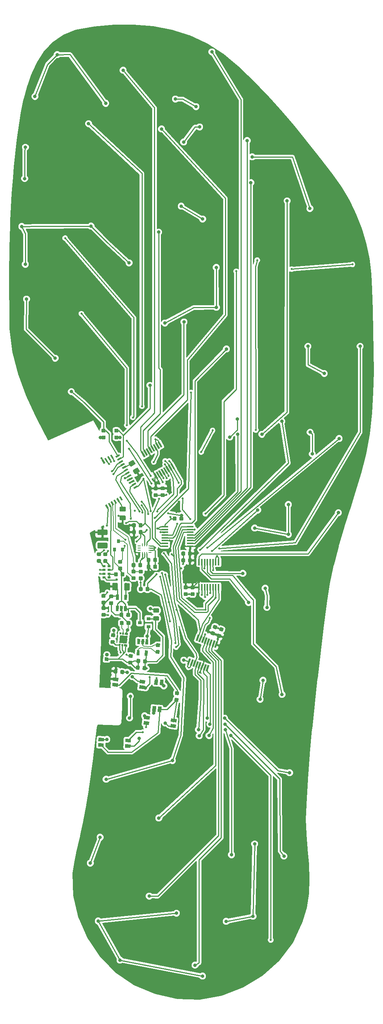
<source format=gbl>
G04 #@! TF.GenerationSoftware,KiCad,Pcbnew,(5.0.0)*
G04 #@! TF.CreationDate,2020-01-29T13:38:43+01:00*
G04 #@! TF.ProjectId,Insole_PCB,496E736F6C655F5043422E6B69636164,rev?*
G04 #@! TF.SameCoordinates,Original*
G04 #@! TF.FileFunction,Copper,L2,Bot,Signal*
G04 #@! TF.FilePolarity,Positive*
%FSLAX46Y46*%
G04 Gerber Fmt 4.6, Leading zero omitted, Abs format (unit mm)*
G04 Created by KiCad (PCBNEW (5.0.0)) date 01/29/20 13:38:43*
%MOMM*%
%LPD*%
G01*
G04 APERTURE LIST*
G04 #@! TA.AperFunction,Conductor*
%ADD10C,0.100000*%
G04 #@! TD*
G04 #@! TA.AperFunction,SMDPad,CuDef*
%ADD11C,0.875000*%
G04 #@! TD*
G04 #@! TA.AperFunction,SMDPad,CuDef*
%ADD12C,0.650000*%
G04 #@! TD*
G04 #@! TA.AperFunction,SMDPad,CuDef*
%ADD13C,1.250000*%
G04 #@! TD*
G04 #@! TA.AperFunction,ComponentPad*
%ADD14C,0.850000*%
G04 #@! TD*
G04 #@! TA.AperFunction,Conductor*
%ADD15C,0.850000*%
G04 #@! TD*
G04 #@! TA.AperFunction,SMDPad,CuDef*
%ADD16R,0.675000X0.250000*%
G04 #@! TD*
G04 #@! TA.AperFunction,SMDPad,CuDef*
%ADD17R,0.250000X0.675000*%
G04 #@! TD*
G04 #@! TA.AperFunction,SMDPad,CuDef*
%ADD18C,1.150000*%
G04 #@! TD*
G04 #@! TA.AperFunction,SMDPad,CuDef*
%ADD19C,0.450000*%
G04 #@! TD*
G04 #@! TA.AperFunction,SMDPad,CuDef*
%ADD20R,1.500000X0.450000*%
G04 #@! TD*
G04 #@! TA.AperFunction,SMDPad,CuDef*
%ADD21R,0.450000X1.500000*%
G04 #@! TD*
G04 #@! TA.AperFunction,SMDPad,CuDef*
%ADD22R,0.800000X0.900000*%
G04 #@! TD*
G04 #@! TA.AperFunction,SMDPad,CuDef*
%ADD23C,0.410000*%
G04 #@! TD*
G04 #@! TA.AperFunction,SMDPad,CuDef*
%ADD24C,1.800000*%
G04 #@! TD*
G04 #@! TA.AperFunction,SMDPad,CuDef*
%ADD25C,0.500000*%
G04 #@! TD*
G04 #@! TA.AperFunction,SMDPad,CuDef*
%ADD26C,0.400000*%
G04 #@! TD*
G04 #@! TA.AperFunction,SMDPad,CuDef*
%ADD27C,0.800000*%
G04 #@! TD*
G04 #@! TA.AperFunction,SMDPad,CuDef*
%ADD28C,1.325000*%
G04 #@! TD*
G04 #@! TA.AperFunction,SMDPad,CuDef*
%ADD29R,0.900000X0.800000*%
G04 #@! TD*
G04 #@! TA.AperFunction,SMDPad,CuDef*
%ADD30C,0.975000*%
G04 #@! TD*
G04 #@! TA.AperFunction,SMDPad,CuDef*
%ADD31R,0.800000X0.500000*%
G04 #@! TD*
G04 #@! TA.AperFunction,ViaPad*
%ADD32C,0.800000*%
G04 #@! TD*
G04 #@! TA.AperFunction,ViaPad*
%ADD33C,0.500000*%
G04 #@! TD*
G04 #@! TA.AperFunction,ViaPad*
%ADD34C,0.600000*%
G04 #@! TD*
G04 #@! TA.AperFunction,Conductor*
%ADD35C,0.250000*%
G04 #@! TD*
G04 #@! TA.AperFunction,Conductor*
%ADD36C,0.160000*%
G04 #@! TD*
G04 #@! TA.AperFunction,Conductor*
%ADD37C,0.200000*%
G04 #@! TD*
G04 APERTURE END LIST*
D10*
G04 #@! TO.N,Net-(C1-Pad1)*
G04 #@! TO.C,R4*
G36*
X188059412Y-188411980D02*
X188570664Y-188447730D01*
X188591980Y-188450276D01*
X188612943Y-188454900D01*
X188633352Y-188461556D01*
X188653011Y-188470180D01*
X188671729Y-188480690D01*
X188689327Y-188492984D01*
X188705636Y-188506943D01*
X188720498Y-188522434D01*
X188733769Y-188539307D01*
X188745323Y-188557400D01*
X188755048Y-188576538D01*
X188762851Y-188596537D01*
X188768655Y-188617204D01*
X188772406Y-188638341D01*
X188774067Y-188659744D01*
X188773622Y-188681206D01*
X188743104Y-189117640D01*
X188740558Y-189138956D01*
X188735934Y-189159919D01*
X188729278Y-189180328D01*
X188720654Y-189199987D01*
X188710144Y-189218705D01*
X188697850Y-189236303D01*
X188683891Y-189252612D01*
X188668400Y-189267474D01*
X188651527Y-189280745D01*
X188633435Y-189292299D01*
X188614297Y-189302024D01*
X188594298Y-189309827D01*
X188573630Y-189315631D01*
X188552493Y-189319382D01*
X188531090Y-189321043D01*
X188509628Y-189320598D01*
X187998376Y-189284848D01*
X187977060Y-189282302D01*
X187956097Y-189277678D01*
X187935688Y-189271022D01*
X187916029Y-189262398D01*
X187897311Y-189251888D01*
X187879713Y-189239594D01*
X187863404Y-189225635D01*
X187848542Y-189210144D01*
X187835271Y-189193271D01*
X187823717Y-189175178D01*
X187813992Y-189156040D01*
X187806189Y-189136041D01*
X187800385Y-189115374D01*
X187796634Y-189094237D01*
X187794973Y-189072834D01*
X187795418Y-189051372D01*
X187825936Y-188614938D01*
X187828482Y-188593622D01*
X187833106Y-188572659D01*
X187839762Y-188552250D01*
X187848386Y-188532591D01*
X187858896Y-188513873D01*
X187871190Y-188496275D01*
X187885149Y-188479966D01*
X187900640Y-188465104D01*
X187917513Y-188451833D01*
X187935605Y-188440279D01*
X187954743Y-188430554D01*
X187974742Y-188422751D01*
X187995410Y-188416947D01*
X188016547Y-188413196D01*
X188037950Y-188411535D01*
X188059412Y-188411980D01*
X188059412Y-188411980D01*
G37*
D11*
G04 #@! TD*
G04 #@! TO.P,R4,2*
G04 #@! TO.N,Net-(C1-Pad1)*
X188284520Y-188866289D03*
D10*
G04 #@! TO.N,+BATT*
G04 #@! TO.C,R4*
G36*
X188169278Y-186840816D02*
X188680530Y-186876566D01*
X188701846Y-186879112D01*
X188722809Y-186883736D01*
X188743218Y-186890392D01*
X188762877Y-186899016D01*
X188781595Y-186909526D01*
X188799193Y-186921820D01*
X188815502Y-186935779D01*
X188830364Y-186951270D01*
X188843635Y-186968143D01*
X188855189Y-186986236D01*
X188864914Y-187005374D01*
X188872717Y-187025373D01*
X188878521Y-187046040D01*
X188882272Y-187067177D01*
X188883933Y-187088580D01*
X188883488Y-187110042D01*
X188852970Y-187546476D01*
X188850424Y-187567792D01*
X188845800Y-187588755D01*
X188839144Y-187609164D01*
X188830520Y-187628823D01*
X188820010Y-187647541D01*
X188807716Y-187665139D01*
X188793757Y-187681448D01*
X188778266Y-187696310D01*
X188761393Y-187709581D01*
X188743301Y-187721135D01*
X188724163Y-187730860D01*
X188704164Y-187738663D01*
X188683496Y-187744467D01*
X188662359Y-187748218D01*
X188640956Y-187749879D01*
X188619494Y-187749434D01*
X188108242Y-187713684D01*
X188086926Y-187711138D01*
X188065963Y-187706514D01*
X188045554Y-187699858D01*
X188025895Y-187691234D01*
X188007177Y-187680724D01*
X187989579Y-187668430D01*
X187973270Y-187654471D01*
X187958408Y-187638980D01*
X187945137Y-187622107D01*
X187933583Y-187604014D01*
X187923858Y-187584876D01*
X187916055Y-187564877D01*
X187910251Y-187544210D01*
X187906500Y-187523073D01*
X187904839Y-187501670D01*
X187905284Y-187480208D01*
X187935802Y-187043774D01*
X187938348Y-187022458D01*
X187942972Y-187001495D01*
X187949628Y-186981086D01*
X187958252Y-186961427D01*
X187968762Y-186942709D01*
X187981056Y-186925111D01*
X187995015Y-186908802D01*
X188010506Y-186893940D01*
X188027379Y-186880669D01*
X188045471Y-186869115D01*
X188064609Y-186859390D01*
X188084608Y-186851587D01*
X188105276Y-186845783D01*
X188126413Y-186842032D01*
X188147816Y-186840371D01*
X188169278Y-186840816D01*
X188169278Y-186840816D01*
G37*
D11*
G04 #@! TD*
G04 #@! TO.P,R4,1*
G04 #@! TO.N,+BATT*
X188394386Y-187295125D03*
D10*
G04 #@! TO.N,/+BATT_CUT*
G04 #@! TO.C,C3*
G36*
X192133840Y-182073341D02*
X192155260Y-182074769D01*
X192176436Y-182078289D01*
X192197166Y-182083867D01*
X192217249Y-182091451D01*
X192236491Y-182100967D01*
X192254709Y-182112323D01*
X192271726Y-182125410D01*
X192287378Y-182140102D01*
X192301514Y-182156257D01*
X192313999Y-182173720D01*
X192324713Y-182192323D01*
X192333551Y-182211886D01*
X192340429Y-182232221D01*
X192345281Y-182253133D01*
X192348060Y-182274420D01*
X192348739Y-182295876D01*
X192339795Y-182808298D01*
X192338367Y-182829717D01*
X192334847Y-182850894D01*
X192329269Y-182871623D01*
X192321685Y-182891706D01*
X192312169Y-182910949D01*
X192300813Y-182929167D01*
X192287726Y-182946183D01*
X192273035Y-182961835D01*
X192256879Y-182975972D01*
X192239416Y-182988457D01*
X192220814Y-182999170D01*
X192201250Y-183008009D01*
X192180915Y-183014887D01*
X192160003Y-183019739D01*
X192138717Y-183022518D01*
X192117260Y-183023197D01*
X191679826Y-183015561D01*
X191658406Y-183014133D01*
X191637230Y-183010613D01*
X191616500Y-183005035D01*
X191596417Y-182997451D01*
X191577175Y-182987935D01*
X191558957Y-182976579D01*
X191541940Y-182963492D01*
X191526288Y-182948800D01*
X191512152Y-182932645D01*
X191499667Y-182915182D01*
X191488953Y-182896579D01*
X191480115Y-182877016D01*
X191473237Y-182856681D01*
X191468385Y-182835769D01*
X191465606Y-182814482D01*
X191464927Y-182793026D01*
X191473871Y-182280604D01*
X191475299Y-182259185D01*
X191478819Y-182238008D01*
X191484397Y-182217279D01*
X191491981Y-182197196D01*
X191501497Y-182177953D01*
X191512853Y-182159735D01*
X191525940Y-182142719D01*
X191540631Y-182127067D01*
X191556787Y-182112930D01*
X191574250Y-182100445D01*
X191592852Y-182089732D01*
X191612416Y-182080893D01*
X191632751Y-182074015D01*
X191653663Y-182069163D01*
X191674949Y-182066384D01*
X191696406Y-182065705D01*
X192133840Y-182073341D01*
X192133840Y-182073341D01*
G37*
D11*
G04 #@! TD*
G04 #@! TO.P,C3,2*
G04 #@! TO.N,/+BATT_CUT*
X191906833Y-182544451D03*
D10*
G04 #@! TO.N,GND*
G04 #@! TO.C,C3*
G36*
X190559080Y-182045853D02*
X190580500Y-182047281D01*
X190601676Y-182050801D01*
X190622406Y-182056379D01*
X190642489Y-182063963D01*
X190661731Y-182073479D01*
X190679949Y-182084835D01*
X190696966Y-182097922D01*
X190712618Y-182112614D01*
X190726754Y-182128769D01*
X190739239Y-182146232D01*
X190749953Y-182164835D01*
X190758791Y-182184398D01*
X190765669Y-182204733D01*
X190770521Y-182225645D01*
X190773300Y-182246932D01*
X190773979Y-182268388D01*
X190765035Y-182780810D01*
X190763607Y-182802229D01*
X190760087Y-182823406D01*
X190754509Y-182844135D01*
X190746925Y-182864218D01*
X190737409Y-182883461D01*
X190726053Y-182901679D01*
X190712966Y-182918695D01*
X190698275Y-182934347D01*
X190682119Y-182948484D01*
X190664656Y-182960969D01*
X190646054Y-182971682D01*
X190626490Y-182980521D01*
X190606155Y-182987399D01*
X190585243Y-182992251D01*
X190563957Y-182995030D01*
X190542500Y-182995709D01*
X190105066Y-182988073D01*
X190083646Y-182986645D01*
X190062470Y-182983125D01*
X190041740Y-182977547D01*
X190021657Y-182969963D01*
X190002415Y-182960447D01*
X189984197Y-182949091D01*
X189967180Y-182936004D01*
X189951528Y-182921312D01*
X189937392Y-182905157D01*
X189924907Y-182887694D01*
X189914193Y-182869091D01*
X189905355Y-182849528D01*
X189898477Y-182829193D01*
X189893625Y-182808281D01*
X189890846Y-182786994D01*
X189890167Y-182765538D01*
X189899111Y-182253116D01*
X189900539Y-182231697D01*
X189904059Y-182210520D01*
X189909637Y-182189791D01*
X189917221Y-182169708D01*
X189926737Y-182150465D01*
X189938093Y-182132247D01*
X189951180Y-182115231D01*
X189965871Y-182099579D01*
X189982027Y-182085442D01*
X189999490Y-182072957D01*
X190018092Y-182062244D01*
X190037656Y-182053405D01*
X190057991Y-182046527D01*
X190078903Y-182041675D01*
X190100189Y-182038896D01*
X190121646Y-182038217D01*
X190559080Y-182045853D01*
X190559080Y-182045853D01*
G37*
D11*
G04 #@! TD*
G04 #@! TO.P,C3,1*
G04 #@! TO.N,GND*
X190332073Y-182516963D03*
D12*
G04 #@! TO.P,U3,5*
G04 #@! TO.N,Net-(L3-Pad1)*
X191302171Y-178447486D03*
D10*
G04 #@! TD*
G04 #@! TO.N,Net-(L3-Pad1)*
G04 #@! TO.C,U3*
G36*
X191616476Y-179063065D02*
X190966575Y-179051721D01*
X190987866Y-177831907D01*
X191637767Y-177843251D01*
X191616476Y-179063065D01*
X191616476Y-179063065D01*
G37*
D12*
G04 #@! TO.P,U3,4*
G04 #@! TO.N,+3V3*
X189402460Y-178414327D03*
D10*
G04 #@! TD*
G04 #@! TO.N,+3V3*
G04 #@! TO.C,U3*
G36*
X189716765Y-179029906D02*
X189066864Y-179018562D01*
X189088155Y-177798748D01*
X189738056Y-177810092D01*
X189716765Y-179029906D01*
X189716765Y-179029906D01*
G37*
D12*
G04 #@! TO.P,U3,3*
G04 #@! TO.N,/+BATT_CUT*
X189356735Y-181033928D03*
D10*
G04 #@! TD*
G04 #@! TO.N,/+BATT_CUT*
G04 #@! TO.C,U3*
G36*
X189671040Y-181649507D02*
X189021139Y-181638163D01*
X189042430Y-180418349D01*
X189692331Y-180429693D01*
X189671040Y-181649507D01*
X189671040Y-181649507D01*
G37*
D12*
G04 #@! TO.P,U3,2*
G04 #@! TO.N,GND*
X190306590Y-181050507D03*
D10*
G04 #@! TD*
G04 #@! TO.N,GND*
G04 #@! TO.C,U3*
G36*
X190620895Y-181666086D02*
X189970994Y-181654742D01*
X189992285Y-180434928D01*
X190642186Y-180446272D01*
X190620895Y-181666086D01*
X190620895Y-181666086D01*
G37*
D12*
G04 #@! TO.P,U3,1*
G04 #@! TO.N,/+BATT_CUT*
X191256446Y-181067087D03*
D10*
G04 #@! TD*
G04 #@! TO.N,/+BATT_CUT*
G04 #@! TO.C,U3*
G36*
X191570751Y-181682666D02*
X190920850Y-181671322D01*
X190942141Y-180451508D01*
X191592042Y-180462852D01*
X191570751Y-181682666D01*
X191570751Y-181682666D01*
G37*
G04 #@! TO.N,Net-(L3-Pad1)*
G04 #@! TO.C,L3*
G36*
X192013454Y-175106818D02*
X192037934Y-175108449D01*
X192062135Y-175112472D01*
X192085826Y-175118848D01*
X192108778Y-175127515D01*
X192130770Y-175138390D01*
X192151590Y-175151368D01*
X192171038Y-175166325D01*
X192188926Y-175183115D01*
X192205082Y-175201578D01*
X192219351Y-175221536D01*
X192231594Y-175242797D01*
X192241695Y-175265155D01*
X192249556Y-175288395D01*
X192255101Y-175312294D01*
X192258277Y-175336621D01*
X192259053Y-175361143D01*
X192237237Y-176610952D01*
X192235606Y-176635432D01*
X192231583Y-176659634D01*
X192225207Y-176683324D01*
X192216540Y-176706276D01*
X192205665Y-176728268D01*
X192192687Y-176749088D01*
X192177730Y-176768536D01*
X192160940Y-176786424D01*
X192142476Y-176802580D01*
X192122519Y-176816849D01*
X192101258Y-176829093D01*
X192078900Y-176839193D01*
X192055660Y-176847054D01*
X192031761Y-176852599D01*
X192007433Y-176855775D01*
X191982912Y-176856551D01*
X191233026Y-176843462D01*
X191208546Y-176841831D01*
X191184345Y-176837808D01*
X191160654Y-176831432D01*
X191137702Y-176822765D01*
X191115710Y-176811890D01*
X191094890Y-176798912D01*
X191075442Y-176783955D01*
X191057554Y-176767165D01*
X191041398Y-176748702D01*
X191027129Y-176728744D01*
X191014886Y-176707483D01*
X191004785Y-176685125D01*
X190996924Y-176661885D01*
X190991379Y-176637986D01*
X190988203Y-176613659D01*
X190987427Y-176589137D01*
X191009243Y-175339328D01*
X191010874Y-175314848D01*
X191014897Y-175290646D01*
X191021273Y-175266956D01*
X191029940Y-175244004D01*
X191040815Y-175222012D01*
X191053793Y-175201192D01*
X191068750Y-175181744D01*
X191085540Y-175163856D01*
X191104004Y-175147700D01*
X191123961Y-175133431D01*
X191145222Y-175121187D01*
X191167580Y-175111087D01*
X191190820Y-175103226D01*
X191214719Y-175097681D01*
X191239047Y-175094505D01*
X191263568Y-175093729D01*
X192013454Y-175106818D01*
X192013454Y-175106818D01*
G37*
D13*
G04 #@! TD*
G04 #@! TO.P,L3,1*
G04 #@! TO.N,Net-(L3-Pad1)*
X191623240Y-175975140D03*
D10*
G04 #@! TO.N,+3V3*
G04 #@! TO.C,L3*
G36*
X189213880Y-175057952D02*
X189238360Y-175059583D01*
X189262561Y-175063606D01*
X189286252Y-175069982D01*
X189309204Y-175078649D01*
X189331196Y-175089524D01*
X189352016Y-175102502D01*
X189371464Y-175117459D01*
X189389352Y-175134249D01*
X189405508Y-175152712D01*
X189419777Y-175172670D01*
X189432020Y-175193931D01*
X189442121Y-175216289D01*
X189449982Y-175239529D01*
X189455527Y-175263428D01*
X189458703Y-175287755D01*
X189459479Y-175312277D01*
X189437663Y-176562086D01*
X189436032Y-176586566D01*
X189432009Y-176610768D01*
X189425633Y-176634458D01*
X189416966Y-176657410D01*
X189406091Y-176679402D01*
X189393113Y-176700222D01*
X189378156Y-176719670D01*
X189361366Y-176737558D01*
X189342902Y-176753714D01*
X189322945Y-176767983D01*
X189301684Y-176780227D01*
X189279326Y-176790327D01*
X189256086Y-176798188D01*
X189232187Y-176803733D01*
X189207859Y-176806909D01*
X189183338Y-176807685D01*
X188433452Y-176794596D01*
X188408972Y-176792965D01*
X188384771Y-176788942D01*
X188361080Y-176782566D01*
X188338128Y-176773899D01*
X188316136Y-176763024D01*
X188295316Y-176750046D01*
X188275868Y-176735089D01*
X188257980Y-176718299D01*
X188241824Y-176699836D01*
X188227555Y-176679878D01*
X188215312Y-176658617D01*
X188205211Y-176636259D01*
X188197350Y-176613019D01*
X188191805Y-176589120D01*
X188188629Y-176564793D01*
X188187853Y-176540271D01*
X188209669Y-175290462D01*
X188211300Y-175265982D01*
X188215323Y-175241780D01*
X188221699Y-175218090D01*
X188230366Y-175195138D01*
X188241241Y-175173146D01*
X188254219Y-175152326D01*
X188269176Y-175132878D01*
X188285966Y-175114990D01*
X188304430Y-175098834D01*
X188324387Y-175084565D01*
X188345648Y-175072321D01*
X188368006Y-175062221D01*
X188391246Y-175054360D01*
X188415145Y-175048815D01*
X188439473Y-175045639D01*
X188463994Y-175044863D01*
X189213880Y-175057952D01*
X189213880Y-175057952D01*
G37*
D13*
G04 #@! TD*
G04 #@! TO.P,L3,2*
G04 #@! TO.N,+3V3*
X188823666Y-175926274D03*
D14*
G04 #@! TO.P,J2,2*
G04 #@! TO.N,+BATT*
X186929209Y-191863143D03*
D15*
G04 #@! TD*
G04 #@! TO.N,+BATT*
G04 #@! TO.C,J2*
X186929209Y-191863143D02*
X186929209Y-191863143D01*
D14*
G04 #@! TO.P,J2,1*
G04 #@! TO.N,-BATT*
X186859453Y-192860707D03*
D10*
G04 #@! TD*
G04 #@! TO.N,-BATT*
G04 #@! TO.C,J2*
G36*
X187313064Y-192466389D02*
X187253771Y-193314318D01*
X186405842Y-193255025D01*
X186465135Y-192407096D01*
X187313064Y-192466389D01*
X187313064Y-192466389D01*
G37*
D16*
G04 #@! TO.P,U2,11*
G04 #@! TO.N,N/C*
X194486953Y-166460707D03*
G04 #@! TO.P,U2,10*
X194486953Y-166960707D03*
G04 #@! TO.P,U2,9*
X194486953Y-167460707D03*
G04 #@! TO.P,U2,8*
G04 #@! TO.N,+3V3*
X194486953Y-167960707D03*
G04 #@! TO.P,U2,4*
G04 #@! TO.N,N/C*
X197011953Y-167960707D03*
G04 #@! TO.P,U2,3*
G04 #@! TO.N,GND*
X197011953Y-167460707D03*
G04 #@! TO.P,U2,2*
X197011953Y-166960707D03*
G04 #@! TO.P,U2,1*
X197011953Y-166460707D03*
D17*
G04 #@! TO.P,U2,7*
X195249453Y-168223207D03*
G04 #@! TO.P,U2,6*
X195749453Y-168223207D03*
G04 #@! TO.P,U2,5*
G04 #@! TO.N,+3V3*
X196249453Y-168223207D03*
G04 #@! TO.P,U2,12*
G04 #@! TO.N,N/C*
X195249453Y-166198207D03*
G04 #@! TO.P,U2,14*
G04 #@! TO.N,/SDA*
X196249453Y-166198207D03*
G04 #@! TO.P,U2,13*
G04 #@! TO.N,/SCL*
X195749453Y-166198207D03*
G04 #@! TD*
D10*
G04 #@! TO.N,-BATT*
G04 #@! TO.C,C1*
G36*
X192169412Y-193241980D02*
X192680664Y-193277730D01*
X192701980Y-193280276D01*
X192722943Y-193284900D01*
X192743352Y-193291556D01*
X192763011Y-193300180D01*
X192781729Y-193310690D01*
X192799327Y-193322984D01*
X192815636Y-193336943D01*
X192830498Y-193352434D01*
X192843769Y-193369307D01*
X192855323Y-193387400D01*
X192865048Y-193406538D01*
X192872851Y-193426537D01*
X192878655Y-193447204D01*
X192882406Y-193468341D01*
X192884067Y-193489744D01*
X192883622Y-193511206D01*
X192853104Y-193947640D01*
X192850558Y-193968956D01*
X192845934Y-193989919D01*
X192839278Y-194010328D01*
X192830654Y-194029987D01*
X192820144Y-194048705D01*
X192807850Y-194066303D01*
X192793891Y-194082612D01*
X192778400Y-194097474D01*
X192761527Y-194110745D01*
X192743435Y-194122299D01*
X192724297Y-194132024D01*
X192704298Y-194139827D01*
X192683630Y-194145631D01*
X192662493Y-194149382D01*
X192641090Y-194151043D01*
X192619628Y-194150598D01*
X192108376Y-194114848D01*
X192087060Y-194112302D01*
X192066097Y-194107678D01*
X192045688Y-194101022D01*
X192026029Y-194092398D01*
X192007311Y-194081888D01*
X191989713Y-194069594D01*
X191973404Y-194055635D01*
X191958542Y-194040144D01*
X191945271Y-194023271D01*
X191933717Y-194005178D01*
X191923992Y-193986040D01*
X191916189Y-193966041D01*
X191910385Y-193945374D01*
X191906634Y-193924237D01*
X191904973Y-193902834D01*
X191905418Y-193881372D01*
X191935936Y-193444938D01*
X191938482Y-193423622D01*
X191943106Y-193402659D01*
X191949762Y-193382250D01*
X191958386Y-193362591D01*
X191968896Y-193343873D01*
X191981190Y-193326275D01*
X191995149Y-193309966D01*
X192010640Y-193295104D01*
X192027513Y-193281833D01*
X192045605Y-193270279D01*
X192064743Y-193260554D01*
X192084742Y-193252751D01*
X192105410Y-193246947D01*
X192126547Y-193243196D01*
X192147950Y-193241535D01*
X192169412Y-193241980D01*
X192169412Y-193241980D01*
G37*
D11*
G04 #@! TD*
G04 #@! TO.P,C1,2*
G04 #@! TO.N,-BATT*
X192394520Y-193696289D03*
D10*
G04 #@! TO.N,Net-(C1-Pad1)*
G04 #@! TO.C,C1*
G36*
X192279278Y-191670816D02*
X192790530Y-191706566D01*
X192811846Y-191709112D01*
X192832809Y-191713736D01*
X192853218Y-191720392D01*
X192872877Y-191729016D01*
X192891595Y-191739526D01*
X192909193Y-191751820D01*
X192925502Y-191765779D01*
X192940364Y-191781270D01*
X192953635Y-191798143D01*
X192965189Y-191816236D01*
X192974914Y-191835374D01*
X192982717Y-191855373D01*
X192988521Y-191876040D01*
X192992272Y-191897177D01*
X192993933Y-191918580D01*
X192993488Y-191940042D01*
X192962970Y-192376476D01*
X192960424Y-192397792D01*
X192955800Y-192418755D01*
X192949144Y-192439164D01*
X192940520Y-192458823D01*
X192930010Y-192477541D01*
X192917716Y-192495139D01*
X192903757Y-192511448D01*
X192888266Y-192526310D01*
X192871393Y-192539581D01*
X192853301Y-192551135D01*
X192834163Y-192560860D01*
X192814164Y-192568663D01*
X192793496Y-192574467D01*
X192772359Y-192578218D01*
X192750956Y-192579879D01*
X192729494Y-192579434D01*
X192218242Y-192543684D01*
X192196926Y-192541138D01*
X192175963Y-192536514D01*
X192155554Y-192529858D01*
X192135895Y-192521234D01*
X192117177Y-192510724D01*
X192099579Y-192498430D01*
X192083270Y-192484471D01*
X192068408Y-192468980D01*
X192055137Y-192452107D01*
X192043583Y-192434014D01*
X192033858Y-192414876D01*
X192026055Y-192394877D01*
X192020251Y-192374210D01*
X192016500Y-192353073D01*
X192014839Y-192331670D01*
X192015284Y-192310208D01*
X192045802Y-191873774D01*
X192048348Y-191852458D01*
X192052972Y-191831495D01*
X192059628Y-191811086D01*
X192068252Y-191791427D01*
X192078762Y-191772709D01*
X192091056Y-191755111D01*
X192105015Y-191738802D01*
X192120506Y-191723940D01*
X192137379Y-191710669D01*
X192155471Y-191699115D01*
X192174609Y-191689390D01*
X192194608Y-191681587D01*
X192215276Y-191675783D01*
X192236413Y-191672032D01*
X192257816Y-191670371D01*
X192279278Y-191670816D01*
X192279278Y-191670816D01*
G37*
D11*
G04 #@! TD*
G04 #@! TO.P,C1,1*
G04 #@! TO.N,Net-(C1-Pad1)*
X192504386Y-192125125D03*
D10*
G04 #@! TO.N,+3V3*
G04 #@! TO.C,C2*
G36*
X212976058Y-186889090D02*
X212997410Y-186891311D01*
X213018442Y-186895614D01*
X213038950Y-186901957D01*
X213520542Y-187077242D01*
X213540330Y-187085565D01*
X213559207Y-187095788D01*
X213576991Y-187107812D01*
X213593510Y-187121521D01*
X213608607Y-187136783D01*
X213622135Y-187153451D01*
X213633964Y-187171365D01*
X213643980Y-187190352D01*
X213652087Y-187210230D01*
X213658206Y-187230806D01*
X213662279Y-187251883D01*
X213664267Y-187273258D01*
X213664150Y-187294725D01*
X213661929Y-187316077D01*
X213657626Y-187337108D01*
X213651283Y-187357617D01*
X213501649Y-187768732D01*
X213493326Y-187788520D01*
X213483103Y-187807397D01*
X213471079Y-187825181D01*
X213457370Y-187841700D01*
X213442108Y-187856797D01*
X213425440Y-187870325D01*
X213407526Y-187882154D01*
X213388539Y-187892170D01*
X213368661Y-187900277D01*
X213348085Y-187906396D01*
X213327007Y-187910469D01*
X213305633Y-187912457D01*
X213284166Y-187912340D01*
X213262814Y-187910119D01*
X213241782Y-187905816D01*
X213221274Y-187899473D01*
X212739682Y-187724188D01*
X212719894Y-187715865D01*
X212701017Y-187705642D01*
X212683233Y-187693618D01*
X212666714Y-187679909D01*
X212651617Y-187664647D01*
X212638089Y-187647979D01*
X212626260Y-187630065D01*
X212616244Y-187611078D01*
X212608137Y-187591200D01*
X212602018Y-187570624D01*
X212597945Y-187549547D01*
X212595957Y-187528172D01*
X212596074Y-187506705D01*
X212598295Y-187485353D01*
X212602598Y-187464322D01*
X212608941Y-187443813D01*
X212758575Y-187032698D01*
X212766898Y-187012910D01*
X212777121Y-186994033D01*
X212789145Y-186976249D01*
X212802854Y-186959730D01*
X212818116Y-186944633D01*
X212834784Y-186931105D01*
X212852698Y-186919276D01*
X212871685Y-186909260D01*
X212891563Y-186901153D01*
X212912139Y-186895034D01*
X212933217Y-186890961D01*
X212954591Y-186888973D01*
X212976058Y-186889090D01*
X212976058Y-186889090D01*
G37*
D11*
G04 #@! TD*
G04 #@! TO.P,C2,2*
G04 #@! TO.N,+3V3*
X213130112Y-187400715D03*
D10*
G04 #@! TO.N,GND*
G04 #@! TO.C,C2*
G36*
X213514740Y-185409074D02*
X213536092Y-185411295D01*
X213557124Y-185415598D01*
X213577632Y-185421941D01*
X214059224Y-185597226D01*
X214079012Y-185605549D01*
X214097889Y-185615772D01*
X214115673Y-185627796D01*
X214132192Y-185641505D01*
X214147289Y-185656767D01*
X214160817Y-185673435D01*
X214172646Y-185691349D01*
X214182662Y-185710336D01*
X214190769Y-185730214D01*
X214196888Y-185750790D01*
X214200961Y-185771867D01*
X214202949Y-185793242D01*
X214202832Y-185814709D01*
X214200611Y-185836061D01*
X214196308Y-185857092D01*
X214189965Y-185877601D01*
X214040331Y-186288716D01*
X214032008Y-186308504D01*
X214021785Y-186327381D01*
X214009761Y-186345165D01*
X213996052Y-186361684D01*
X213980790Y-186376781D01*
X213964122Y-186390309D01*
X213946208Y-186402138D01*
X213927221Y-186412154D01*
X213907343Y-186420261D01*
X213886767Y-186426380D01*
X213865689Y-186430453D01*
X213844315Y-186432441D01*
X213822848Y-186432324D01*
X213801496Y-186430103D01*
X213780464Y-186425800D01*
X213759956Y-186419457D01*
X213278364Y-186244172D01*
X213258576Y-186235849D01*
X213239699Y-186225626D01*
X213221915Y-186213602D01*
X213205396Y-186199893D01*
X213190299Y-186184631D01*
X213176771Y-186167963D01*
X213164942Y-186150049D01*
X213154926Y-186131062D01*
X213146819Y-186111184D01*
X213140700Y-186090608D01*
X213136627Y-186069531D01*
X213134639Y-186048156D01*
X213134756Y-186026689D01*
X213136977Y-186005337D01*
X213141280Y-185984306D01*
X213147623Y-185963797D01*
X213297257Y-185552682D01*
X213305580Y-185532894D01*
X213315803Y-185514017D01*
X213327827Y-185496233D01*
X213341536Y-185479714D01*
X213356798Y-185464617D01*
X213373466Y-185451089D01*
X213391380Y-185439260D01*
X213410367Y-185429244D01*
X213430245Y-185421137D01*
X213450821Y-185415018D01*
X213471899Y-185410945D01*
X213493273Y-185408957D01*
X213514740Y-185409074D01*
X213514740Y-185409074D01*
G37*
D11*
G04 #@! TD*
G04 #@! TO.P,C2,1*
G04 #@! TO.N,GND*
X213668794Y-185920699D03*
D10*
G04 #@! TO.N,GND*
G04 #@! TO.C,C4*
G36*
X188187556Y-179353125D02*
X188208975Y-179354553D01*
X188230152Y-179358073D01*
X188250881Y-179363651D01*
X188270964Y-179371235D01*
X188290207Y-179380751D01*
X188308425Y-179392107D01*
X188325441Y-179405194D01*
X188341093Y-179419885D01*
X188355230Y-179436041D01*
X188367715Y-179453504D01*
X188378428Y-179472106D01*
X188387267Y-179491670D01*
X188394145Y-179512005D01*
X188398997Y-179532917D01*
X188401776Y-179554203D01*
X188402455Y-179575660D01*
X188394819Y-180013094D01*
X188393391Y-180034514D01*
X188389871Y-180055690D01*
X188384293Y-180076420D01*
X188376709Y-180096503D01*
X188367193Y-180115745D01*
X188355837Y-180133963D01*
X188342750Y-180150980D01*
X188328058Y-180166632D01*
X188311903Y-180180768D01*
X188294440Y-180193253D01*
X188275837Y-180203967D01*
X188256274Y-180212805D01*
X188235939Y-180219683D01*
X188215027Y-180224535D01*
X188193740Y-180227314D01*
X188172284Y-180227993D01*
X187659862Y-180219049D01*
X187638443Y-180217621D01*
X187617266Y-180214101D01*
X187596537Y-180208523D01*
X187576454Y-180200939D01*
X187557211Y-180191423D01*
X187538993Y-180180067D01*
X187521977Y-180166980D01*
X187506325Y-180152289D01*
X187492188Y-180136133D01*
X187479703Y-180118670D01*
X187468990Y-180100068D01*
X187460151Y-180080504D01*
X187453273Y-180060169D01*
X187448421Y-180039257D01*
X187445642Y-180017971D01*
X187444963Y-179996514D01*
X187452599Y-179559080D01*
X187454027Y-179537660D01*
X187457547Y-179516484D01*
X187463125Y-179495754D01*
X187470709Y-179475671D01*
X187480225Y-179456429D01*
X187491581Y-179438211D01*
X187504668Y-179421194D01*
X187519360Y-179405542D01*
X187535515Y-179391406D01*
X187552978Y-179378921D01*
X187571581Y-179368207D01*
X187591144Y-179359369D01*
X187611479Y-179352491D01*
X187632391Y-179347639D01*
X187653678Y-179344860D01*
X187675134Y-179344181D01*
X188187556Y-179353125D01*
X188187556Y-179353125D01*
G37*
D11*
G04 #@! TD*
G04 #@! TO.P,C4,2*
G04 #@! TO.N,GND*
X187923709Y-179786087D03*
D10*
G04 #@! TO.N,+3V3*
G04 #@! TO.C,C4*
G36*
X188215044Y-177778365D02*
X188236463Y-177779793D01*
X188257640Y-177783313D01*
X188278369Y-177788891D01*
X188298452Y-177796475D01*
X188317695Y-177805991D01*
X188335913Y-177817347D01*
X188352929Y-177830434D01*
X188368581Y-177845125D01*
X188382718Y-177861281D01*
X188395203Y-177878744D01*
X188405916Y-177897346D01*
X188414755Y-177916910D01*
X188421633Y-177937245D01*
X188426485Y-177958157D01*
X188429264Y-177979443D01*
X188429943Y-178000900D01*
X188422307Y-178438334D01*
X188420879Y-178459754D01*
X188417359Y-178480930D01*
X188411781Y-178501660D01*
X188404197Y-178521743D01*
X188394681Y-178540985D01*
X188383325Y-178559203D01*
X188370238Y-178576220D01*
X188355546Y-178591872D01*
X188339391Y-178606008D01*
X188321928Y-178618493D01*
X188303325Y-178629207D01*
X188283762Y-178638045D01*
X188263427Y-178644923D01*
X188242515Y-178649775D01*
X188221228Y-178652554D01*
X188199772Y-178653233D01*
X187687350Y-178644289D01*
X187665931Y-178642861D01*
X187644754Y-178639341D01*
X187624025Y-178633763D01*
X187603942Y-178626179D01*
X187584699Y-178616663D01*
X187566481Y-178605307D01*
X187549465Y-178592220D01*
X187533813Y-178577529D01*
X187519676Y-178561373D01*
X187507191Y-178543910D01*
X187496478Y-178525308D01*
X187487639Y-178505744D01*
X187480761Y-178485409D01*
X187475909Y-178464497D01*
X187473130Y-178443211D01*
X187472451Y-178421754D01*
X187480087Y-177984320D01*
X187481515Y-177962900D01*
X187485035Y-177941724D01*
X187490613Y-177920994D01*
X187498197Y-177900911D01*
X187507713Y-177881669D01*
X187519069Y-177863451D01*
X187532156Y-177846434D01*
X187546848Y-177830782D01*
X187563003Y-177816646D01*
X187580466Y-177804161D01*
X187599069Y-177793447D01*
X187618632Y-177784609D01*
X187638967Y-177777731D01*
X187659879Y-177772879D01*
X187681166Y-177770100D01*
X187702622Y-177769421D01*
X188215044Y-177778365D01*
X188215044Y-177778365D01*
G37*
D11*
G04 #@! TD*
G04 #@! TO.P,C4,1*
G04 #@! TO.N,+3V3*
X187951197Y-178211327D03*
D10*
G04 #@! TO.N,+3V3*
G04 #@! TO.C,C5*
G36*
X211526058Y-186339090D02*
X211547410Y-186341311D01*
X211568442Y-186345614D01*
X211588950Y-186351957D01*
X212070542Y-186527242D01*
X212090330Y-186535565D01*
X212109207Y-186545788D01*
X212126991Y-186557812D01*
X212143510Y-186571521D01*
X212158607Y-186586783D01*
X212172135Y-186603451D01*
X212183964Y-186621365D01*
X212193980Y-186640352D01*
X212202087Y-186660230D01*
X212208206Y-186680806D01*
X212212279Y-186701883D01*
X212214267Y-186723258D01*
X212214150Y-186744725D01*
X212211929Y-186766077D01*
X212207626Y-186787108D01*
X212201283Y-186807617D01*
X212051649Y-187218732D01*
X212043326Y-187238520D01*
X212033103Y-187257397D01*
X212021079Y-187275181D01*
X212007370Y-187291700D01*
X211992108Y-187306797D01*
X211975440Y-187320325D01*
X211957526Y-187332154D01*
X211938539Y-187342170D01*
X211918661Y-187350277D01*
X211898085Y-187356396D01*
X211877007Y-187360469D01*
X211855633Y-187362457D01*
X211834166Y-187362340D01*
X211812814Y-187360119D01*
X211791782Y-187355816D01*
X211771274Y-187349473D01*
X211289682Y-187174188D01*
X211269894Y-187165865D01*
X211251017Y-187155642D01*
X211233233Y-187143618D01*
X211216714Y-187129909D01*
X211201617Y-187114647D01*
X211188089Y-187097979D01*
X211176260Y-187080065D01*
X211166244Y-187061078D01*
X211158137Y-187041200D01*
X211152018Y-187020624D01*
X211147945Y-186999547D01*
X211145957Y-186978172D01*
X211146074Y-186956705D01*
X211148295Y-186935353D01*
X211152598Y-186914322D01*
X211158941Y-186893813D01*
X211308575Y-186482698D01*
X211316898Y-186462910D01*
X211327121Y-186444033D01*
X211339145Y-186426249D01*
X211352854Y-186409730D01*
X211368116Y-186394633D01*
X211384784Y-186381105D01*
X211402698Y-186369276D01*
X211421685Y-186359260D01*
X211441563Y-186351153D01*
X211462139Y-186345034D01*
X211483217Y-186340961D01*
X211504591Y-186338973D01*
X211526058Y-186339090D01*
X211526058Y-186339090D01*
G37*
D11*
G04 #@! TD*
G04 #@! TO.P,C5,2*
G04 #@! TO.N,+3V3*
X211680112Y-186850715D03*
D10*
G04 #@! TO.N,GND*
G04 #@! TO.C,C5*
G36*
X212064740Y-184859074D02*
X212086092Y-184861295D01*
X212107124Y-184865598D01*
X212127632Y-184871941D01*
X212609224Y-185047226D01*
X212629012Y-185055549D01*
X212647889Y-185065772D01*
X212665673Y-185077796D01*
X212682192Y-185091505D01*
X212697289Y-185106767D01*
X212710817Y-185123435D01*
X212722646Y-185141349D01*
X212732662Y-185160336D01*
X212740769Y-185180214D01*
X212746888Y-185200790D01*
X212750961Y-185221867D01*
X212752949Y-185243242D01*
X212752832Y-185264709D01*
X212750611Y-185286061D01*
X212746308Y-185307092D01*
X212739965Y-185327601D01*
X212590331Y-185738716D01*
X212582008Y-185758504D01*
X212571785Y-185777381D01*
X212559761Y-185795165D01*
X212546052Y-185811684D01*
X212530790Y-185826781D01*
X212514122Y-185840309D01*
X212496208Y-185852138D01*
X212477221Y-185862154D01*
X212457343Y-185870261D01*
X212436767Y-185876380D01*
X212415689Y-185880453D01*
X212394315Y-185882441D01*
X212372848Y-185882324D01*
X212351496Y-185880103D01*
X212330464Y-185875800D01*
X212309956Y-185869457D01*
X211828364Y-185694172D01*
X211808576Y-185685849D01*
X211789699Y-185675626D01*
X211771915Y-185663602D01*
X211755396Y-185649893D01*
X211740299Y-185634631D01*
X211726771Y-185617963D01*
X211714942Y-185600049D01*
X211704926Y-185581062D01*
X211696819Y-185561184D01*
X211690700Y-185540608D01*
X211686627Y-185519531D01*
X211684639Y-185498156D01*
X211684756Y-185476689D01*
X211686977Y-185455337D01*
X211691280Y-185434306D01*
X211697623Y-185413797D01*
X211847257Y-185002682D01*
X211855580Y-184982894D01*
X211865803Y-184964017D01*
X211877827Y-184946233D01*
X211891536Y-184929714D01*
X211906798Y-184914617D01*
X211923466Y-184901089D01*
X211941380Y-184889260D01*
X211960367Y-184879244D01*
X211980245Y-184871137D01*
X212000821Y-184865018D01*
X212021899Y-184860945D01*
X212043273Y-184858957D01*
X212064740Y-184859074D01*
X212064740Y-184859074D01*
G37*
D11*
G04 #@! TD*
G04 #@! TO.P,C5,1*
G04 #@! TO.N,GND*
X212218794Y-185370699D03*
D10*
G04 #@! TO.N,+3V3*
G04 #@! TO.C,C6*
G36*
X205627144Y-175674260D02*
X205648379Y-175677410D01*
X205669203Y-175682626D01*
X205689415Y-175689858D01*
X205708821Y-175699037D01*
X205727234Y-175710073D01*
X205744477Y-175722861D01*
X205760383Y-175737277D01*
X205774799Y-175753183D01*
X205787587Y-175770426D01*
X205798623Y-175788839D01*
X205807802Y-175808245D01*
X205815034Y-175828457D01*
X205820250Y-175849281D01*
X205823400Y-175870516D01*
X205824453Y-175891957D01*
X205824453Y-176329457D01*
X205823400Y-176350898D01*
X205820250Y-176372133D01*
X205815034Y-176392957D01*
X205807802Y-176413169D01*
X205798623Y-176432575D01*
X205787587Y-176450988D01*
X205774799Y-176468231D01*
X205760383Y-176484137D01*
X205744477Y-176498553D01*
X205727234Y-176511341D01*
X205708821Y-176522377D01*
X205689415Y-176531556D01*
X205669203Y-176538788D01*
X205648379Y-176544004D01*
X205627144Y-176547154D01*
X205605703Y-176548207D01*
X205093203Y-176548207D01*
X205071762Y-176547154D01*
X205050527Y-176544004D01*
X205029703Y-176538788D01*
X205009491Y-176531556D01*
X204990085Y-176522377D01*
X204971672Y-176511341D01*
X204954429Y-176498553D01*
X204938523Y-176484137D01*
X204924107Y-176468231D01*
X204911319Y-176450988D01*
X204900283Y-176432575D01*
X204891104Y-176413169D01*
X204883872Y-176392957D01*
X204878656Y-176372133D01*
X204875506Y-176350898D01*
X204874453Y-176329457D01*
X204874453Y-175891957D01*
X204875506Y-175870516D01*
X204878656Y-175849281D01*
X204883872Y-175828457D01*
X204891104Y-175808245D01*
X204900283Y-175788839D01*
X204911319Y-175770426D01*
X204924107Y-175753183D01*
X204938523Y-175737277D01*
X204954429Y-175722861D01*
X204971672Y-175710073D01*
X204990085Y-175699037D01*
X205009491Y-175689858D01*
X205029703Y-175682626D01*
X205050527Y-175677410D01*
X205071762Y-175674260D01*
X205093203Y-175673207D01*
X205605703Y-175673207D01*
X205627144Y-175674260D01*
X205627144Y-175674260D01*
G37*
D11*
G04 #@! TD*
G04 #@! TO.P,C6,2*
G04 #@! TO.N,+3V3*
X205349453Y-176110707D03*
D10*
G04 #@! TO.N,GND*
G04 #@! TO.C,C6*
G36*
X205627144Y-177249260D02*
X205648379Y-177252410D01*
X205669203Y-177257626D01*
X205689415Y-177264858D01*
X205708821Y-177274037D01*
X205727234Y-177285073D01*
X205744477Y-177297861D01*
X205760383Y-177312277D01*
X205774799Y-177328183D01*
X205787587Y-177345426D01*
X205798623Y-177363839D01*
X205807802Y-177383245D01*
X205815034Y-177403457D01*
X205820250Y-177424281D01*
X205823400Y-177445516D01*
X205824453Y-177466957D01*
X205824453Y-177904457D01*
X205823400Y-177925898D01*
X205820250Y-177947133D01*
X205815034Y-177967957D01*
X205807802Y-177988169D01*
X205798623Y-178007575D01*
X205787587Y-178025988D01*
X205774799Y-178043231D01*
X205760383Y-178059137D01*
X205744477Y-178073553D01*
X205727234Y-178086341D01*
X205708821Y-178097377D01*
X205689415Y-178106556D01*
X205669203Y-178113788D01*
X205648379Y-178119004D01*
X205627144Y-178122154D01*
X205605703Y-178123207D01*
X205093203Y-178123207D01*
X205071762Y-178122154D01*
X205050527Y-178119004D01*
X205029703Y-178113788D01*
X205009491Y-178106556D01*
X204990085Y-178097377D01*
X204971672Y-178086341D01*
X204954429Y-178073553D01*
X204938523Y-178059137D01*
X204924107Y-178043231D01*
X204911319Y-178025988D01*
X204900283Y-178007575D01*
X204891104Y-177988169D01*
X204883872Y-177967957D01*
X204878656Y-177947133D01*
X204875506Y-177925898D01*
X204874453Y-177904457D01*
X204874453Y-177466957D01*
X204875506Y-177445516D01*
X204878656Y-177424281D01*
X204883872Y-177403457D01*
X204891104Y-177383245D01*
X204900283Y-177363839D01*
X204911319Y-177345426D01*
X204924107Y-177328183D01*
X204938523Y-177312277D01*
X204954429Y-177297861D01*
X204971672Y-177285073D01*
X204990085Y-177274037D01*
X205009491Y-177264858D01*
X205029703Y-177257626D01*
X205050527Y-177252410D01*
X205071762Y-177249260D01*
X205093203Y-177248207D01*
X205605703Y-177248207D01*
X205627144Y-177249260D01*
X205627144Y-177249260D01*
G37*
D11*
G04 #@! TD*
G04 #@! TO.P,C6,1*
G04 #@! TO.N,GND*
X205349453Y-177685707D03*
D10*
G04 #@! TO.N,+3V3*
G04 #@! TO.C,C7*
G36*
X207227144Y-175686760D02*
X207248379Y-175689910D01*
X207269203Y-175695126D01*
X207289415Y-175702358D01*
X207308821Y-175711537D01*
X207327234Y-175722573D01*
X207344477Y-175735361D01*
X207360383Y-175749777D01*
X207374799Y-175765683D01*
X207387587Y-175782926D01*
X207398623Y-175801339D01*
X207407802Y-175820745D01*
X207415034Y-175840957D01*
X207420250Y-175861781D01*
X207423400Y-175883016D01*
X207424453Y-175904457D01*
X207424453Y-176341957D01*
X207423400Y-176363398D01*
X207420250Y-176384633D01*
X207415034Y-176405457D01*
X207407802Y-176425669D01*
X207398623Y-176445075D01*
X207387587Y-176463488D01*
X207374799Y-176480731D01*
X207360383Y-176496637D01*
X207344477Y-176511053D01*
X207327234Y-176523841D01*
X207308821Y-176534877D01*
X207289415Y-176544056D01*
X207269203Y-176551288D01*
X207248379Y-176556504D01*
X207227144Y-176559654D01*
X207205703Y-176560707D01*
X206693203Y-176560707D01*
X206671762Y-176559654D01*
X206650527Y-176556504D01*
X206629703Y-176551288D01*
X206609491Y-176544056D01*
X206590085Y-176534877D01*
X206571672Y-176523841D01*
X206554429Y-176511053D01*
X206538523Y-176496637D01*
X206524107Y-176480731D01*
X206511319Y-176463488D01*
X206500283Y-176445075D01*
X206491104Y-176425669D01*
X206483872Y-176405457D01*
X206478656Y-176384633D01*
X206475506Y-176363398D01*
X206474453Y-176341957D01*
X206474453Y-175904457D01*
X206475506Y-175883016D01*
X206478656Y-175861781D01*
X206483872Y-175840957D01*
X206491104Y-175820745D01*
X206500283Y-175801339D01*
X206511319Y-175782926D01*
X206524107Y-175765683D01*
X206538523Y-175749777D01*
X206554429Y-175735361D01*
X206571672Y-175722573D01*
X206590085Y-175711537D01*
X206609491Y-175702358D01*
X206629703Y-175695126D01*
X206650527Y-175689910D01*
X206671762Y-175686760D01*
X206693203Y-175685707D01*
X207205703Y-175685707D01*
X207227144Y-175686760D01*
X207227144Y-175686760D01*
G37*
D11*
G04 #@! TD*
G04 #@! TO.P,C7,2*
G04 #@! TO.N,+3V3*
X206949453Y-176123207D03*
D10*
G04 #@! TO.N,GND*
G04 #@! TO.C,C7*
G36*
X207227144Y-177261760D02*
X207248379Y-177264910D01*
X207269203Y-177270126D01*
X207289415Y-177277358D01*
X207308821Y-177286537D01*
X207327234Y-177297573D01*
X207344477Y-177310361D01*
X207360383Y-177324777D01*
X207374799Y-177340683D01*
X207387587Y-177357926D01*
X207398623Y-177376339D01*
X207407802Y-177395745D01*
X207415034Y-177415957D01*
X207420250Y-177436781D01*
X207423400Y-177458016D01*
X207424453Y-177479457D01*
X207424453Y-177916957D01*
X207423400Y-177938398D01*
X207420250Y-177959633D01*
X207415034Y-177980457D01*
X207407802Y-178000669D01*
X207398623Y-178020075D01*
X207387587Y-178038488D01*
X207374799Y-178055731D01*
X207360383Y-178071637D01*
X207344477Y-178086053D01*
X207327234Y-178098841D01*
X207308821Y-178109877D01*
X207289415Y-178119056D01*
X207269203Y-178126288D01*
X207248379Y-178131504D01*
X207227144Y-178134654D01*
X207205703Y-178135707D01*
X206693203Y-178135707D01*
X206671762Y-178134654D01*
X206650527Y-178131504D01*
X206629703Y-178126288D01*
X206609491Y-178119056D01*
X206590085Y-178109877D01*
X206571672Y-178098841D01*
X206554429Y-178086053D01*
X206538523Y-178071637D01*
X206524107Y-178055731D01*
X206511319Y-178038488D01*
X206500283Y-178020075D01*
X206491104Y-178000669D01*
X206483872Y-177980457D01*
X206478656Y-177959633D01*
X206475506Y-177938398D01*
X206474453Y-177916957D01*
X206474453Y-177479457D01*
X206475506Y-177458016D01*
X206478656Y-177436781D01*
X206483872Y-177415957D01*
X206491104Y-177395745D01*
X206500283Y-177376339D01*
X206511319Y-177357926D01*
X206524107Y-177340683D01*
X206538523Y-177324777D01*
X206554429Y-177310361D01*
X206571672Y-177297573D01*
X206590085Y-177286537D01*
X206609491Y-177277358D01*
X206629703Y-177270126D01*
X206650527Y-177264910D01*
X206671762Y-177261760D01*
X206693203Y-177260707D01*
X207205703Y-177260707D01*
X207227144Y-177261760D01*
X207227144Y-177261760D01*
G37*
D11*
G04 #@! TD*
G04 #@! TO.P,C7,1*
G04 #@! TO.N,GND*
X206949453Y-177698207D03*
D10*
G04 #@! TO.N,+3V3*
G04 #@! TO.C,C8*
G36*
X206589644Y-169336760D02*
X206610879Y-169339910D01*
X206631703Y-169345126D01*
X206651915Y-169352358D01*
X206671321Y-169361537D01*
X206689734Y-169372573D01*
X206706977Y-169385361D01*
X206722883Y-169399777D01*
X206737299Y-169415683D01*
X206750087Y-169432926D01*
X206761123Y-169451339D01*
X206770302Y-169470745D01*
X206777534Y-169490957D01*
X206782750Y-169511781D01*
X206785900Y-169533016D01*
X206786953Y-169554457D01*
X206786953Y-170066957D01*
X206785900Y-170088398D01*
X206782750Y-170109633D01*
X206777534Y-170130457D01*
X206770302Y-170150669D01*
X206761123Y-170170075D01*
X206750087Y-170188488D01*
X206737299Y-170205731D01*
X206722883Y-170221637D01*
X206706977Y-170236053D01*
X206689734Y-170248841D01*
X206671321Y-170259877D01*
X206651915Y-170269056D01*
X206631703Y-170276288D01*
X206610879Y-170281504D01*
X206589644Y-170284654D01*
X206568203Y-170285707D01*
X206130703Y-170285707D01*
X206109262Y-170284654D01*
X206088027Y-170281504D01*
X206067203Y-170276288D01*
X206046991Y-170269056D01*
X206027585Y-170259877D01*
X206009172Y-170248841D01*
X205991929Y-170236053D01*
X205976023Y-170221637D01*
X205961607Y-170205731D01*
X205948819Y-170188488D01*
X205937783Y-170170075D01*
X205928604Y-170150669D01*
X205921372Y-170130457D01*
X205916156Y-170109633D01*
X205913006Y-170088398D01*
X205911953Y-170066957D01*
X205911953Y-169554457D01*
X205913006Y-169533016D01*
X205916156Y-169511781D01*
X205921372Y-169490957D01*
X205928604Y-169470745D01*
X205937783Y-169451339D01*
X205948819Y-169432926D01*
X205961607Y-169415683D01*
X205976023Y-169399777D01*
X205991929Y-169385361D01*
X206009172Y-169372573D01*
X206027585Y-169361537D01*
X206046991Y-169352358D01*
X206067203Y-169345126D01*
X206088027Y-169339910D01*
X206109262Y-169336760D01*
X206130703Y-169335707D01*
X206568203Y-169335707D01*
X206589644Y-169336760D01*
X206589644Y-169336760D01*
G37*
D11*
G04 #@! TD*
G04 #@! TO.P,C8,2*
G04 #@! TO.N,+3V3*
X206349453Y-169810707D03*
D10*
G04 #@! TO.N,GND*
G04 #@! TO.C,C8*
G36*
X205014644Y-169336760D02*
X205035879Y-169339910D01*
X205056703Y-169345126D01*
X205076915Y-169352358D01*
X205096321Y-169361537D01*
X205114734Y-169372573D01*
X205131977Y-169385361D01*
X205147883Y-169399777D01*
X205162299Y-169415683D01*
X205175087Y-169432926D01*
X205186123Y-169451339D01*
X205195302Y-169470745D01*
X205202534Y-169490957D01*
X205207750Y-169511781D01*
X205210900Y-169533016D01*
X205211953Y-169554457D01*
X205211953Y-170066957D01*
X205210900Y-170088398D01*
X205207750Y-170109633D01*
X205202534Y-170130457D01*
X205195302Y-170150669D01*
X205186123Y-170170075D01*
X205175087Y-170188488D01*
X205162299Y-170205731D01*
X205147883Y-170221637D01*
X205131977Y-170236053D01*
X205114734Y-170248841D01*
X205096321Y-170259877D01*
X205076915Y-170269056D01*
X205056703Y-170276288D01*
X205035879Y-170281504D01*
X205014644Y-170284654D01*
X204993203Y-170285707D01*
X204555703Y-170285707D01*
X204534262Y-170284654D01*
X204513027Y-170281504D01*
X204492203Y-170276288D01*
X204471991Y-170269056D01*
X204452585Y-170259877D01*
X204434172Y-170248841D01*
X204416929Y-170236053D01*
X204401023Y-170221637D01*
X204386607Y-170205731D01*
X204373819Y-170188488D01*
X204362783Y-170170075D01*
X204353604Y-170150669D01*
X204346372Y-170130457D01*
X204341156Y-170109633D01*
X204338006Y-170088398D01*
X204336953Y-170066957D01*
X204336953Y-169554457D01*
X204338006Y-169533016D01*
X204341156Y-169511781D01*
X204346372Y-169490957D01*
X204353604Y-169470745D01*
X204362783Y-169451339D01*
X204373819Y-169432926D01*
X204386607Y-169415683D01*
X204401023Y-169399777D01*
X204416929Y-169385361D01*
X204434172Y-169372573D01*
X204452585Y-169361537D01*
X204471991Y-169352358D01*
X204492203Y-169345126D01*
X204513027Y-169339910D01*
X204534262Y-169336760D01*
X204555703Y-169335707D01*
X204993203Y-169335707D01*
X205014644Y-169336760D01*
X205014644Y-169336760D01*
G37*
D11*
G04 #@! TD*
G04 #@! TO.P,C8,1*
G04 #@! TO.N,GND*
X204774453Y-169810707D03*
D10*
G04 #@! TO.N,+3V3*
G04 #@! TO.C,C9*
G36*
X206589644Y-167736760D02*
X206610879Y-167739910D01*
X206631703Y-167745126D01*
X206651915Y-167752358D01*
X206671321Y-167761537D01*
X206689734Y-167772573D01*
X206706977Y-167785361D01*
X206722883Y-167799777D01*
X206737299Y-167815683D01*
X206750087Y-167832926D01*
X206761123Y-167851339D01*
X206770302Y-167870745D01*
X206777534Y-167890957D01*
X206782750Y-167911781D01*
X206785900Y-167933016D01*
X206786953Y-167954457D01*
X206786953Y-168466957D01*
X206785900Y-168488398D01*
X206782750Y-168509633D01*
X206777534Y-168530457D01*
X206770302Y-168550669D01*
X206761123Y-168570075D01*
X206750087Y-168588488D01*
X206737299Y-168605731D01*
X206722883Y-168621637D01*
X206706977Y-168636053D01*
X206689734Y-168648841D01*
X206671321Y-168659877D01*
X206651915Y-168669056D01*
X206631703Y-168676288D01*
X206610879Y-168681504D01*
X206589644Y-168684654D01*
X206568203Y-168685707D01*
X206130703Y-168685707D01*
X206109262Y-168684654D01*
X206088027Y-168681504D01*
X206067203Y-168676288D01*
X206046991Y-168669056D01*
X206027585Y-168659877D01*
X206009172Y-168648841D01*
X205991929Y-168636053D01*
X205976023Y-168621637D01*
X205961607Y-168605731D01*
X205948819Y-168588488D01*
X205937783Y-168570075D01*
X205928604Y-168550669D01*
X205921372Y-168530457D01*
X205916156Y-168509633D01*
X205913006Y-168488398D01*
X205911953Y-168466957D01*
X205911953Y-167954457D01*
X205913006Y-167933016D01*
X205916156Y-167911781D01*
X205921372Y-167890957D01*
X205928604Y-167870745D01*
X205937783Y-167851339D01*
X205948819Y-167832926D01*
X205961607Y-167815683D01*
X205976023Y-167799777D01*
X205991929Y-167785361D01*
X206009172Y-167772573D01*
X206027585Y-167761537D01*
X206046991Y-167752358D01*
X206067203Y-167745126D01*
X206088027Y-167739910D01*
X206109262Y-167736760D01*
X206130703Y-167735707D01*
X206568203Y-167735707D01*
X206589644Y-167736760D01*
X206589644Y-167736760D01*
G37*
D11*
G04 #@! TD*
G04 #@! TO.P,C9,2*
G04 #@! TO.N,+3V3*
X206349453Y-168210707D03*
D10*
G04 #@! TO.N,GND*
G04 #@! TO.C,C9*
G36*
X205014644Y-167736760D02*
X205035879Y-167739910D01*
X205056703Y-167745126D01*
X205076915Y-167752358D01*
X205096321Y-167761537D01*
X205114734Y-167772573D01*
X205131977Y-167785361D01*
X205147883Y-167799777D01*
X205162299Y-167815683D01*
X205175087Y-167832926D01*
X205186123Y-167851339D01*
X205195302Y-167870745D01*
X205202534Y-167890957D01*
X205207750Y-167911781D01*
X205210900Y-167933016D01*
X205211953Y-167954457D01*
X205211953Y-168466957D01*
X205210900Y-168488398D01*
X205207750Y-168509633D01*
X205202534Y-168530457D01*
X205195302Y-168550669D01*
X205186123Y-168570075D01*
X205175087Y-168588488D01*
X205162299Y-168605731D01*
X205147883Y-168621637D01*
X205131977Y-168636053D01*
X205114734Y-168648841D01*
X205096321Y-168659877D01*
X205076915Y-168669056D01*
X205056703Y-168676288D01*
X205035879Y-168681504D01*
X205014644Y-168684654D01*
X204993203Y-168685707D01*
X204555703Y-168685707D01*
X204534262Y-168684654D01*
X204513027Y-168681504D01*
X204492203Y-168676288D01*
X204471991Y-168669056D01*
X204452585Y-168659877D01*
X204434172Y-168648841D01*
X204416929Y-168636053D01*
X204401023Y-168621637D01*
X204386607Y-168605731D01*
X204373819Y-168588488D01*
X204362783Y-168570075D01*
X204353604Y-168550669D01*
X204346372Y-168530457D01*
X204341156Y-168509633D01*
X204338006Y-168488398D01*
X204336953Y-168466957D01*
X204336953Y-167954457D01*
X204338006Y-167933016D01*
X204341156Y-167911781D01*
X204346372Y-167890957D01*
X204353604Y-167870745D01*
X204362783Y-167851339D01*
X204373819Y-167832926D01*
X204386607Y-167815683D01*
X204401023Y-167799777D01*
X204416929Y-167785361D01*
X204434172Y-167772573D01*
X204452585Y-167761537D01*
X204471991Y-167752358D01*
X204492203Y-167745126D01*
X204513027Y-167739910D01*
X204534262Y-167736760D01*
X204555703Y-167735707D01*
X204993203Y-167735707D01*
X205014644Y-167736760D01*
X205014644Y-167736760D01*
G37*
D11*
G04 #@! TD*
G04 #@! TO.P,C9,1*
G04 #@! TO.N,GND*
X204774453Y-168210707D03*
D10*
G04 #@! TO.N,+3V3*
G04 #@! TO.C,C10*
G36*
X200252144Y-152549260D02*
X200273379Y-152552410D01*
X200294203Y-152557626D01*
X200314415Y-152564858D01*
X200333821Y-152574037D01*
X200352234Y-152585073D01*
X200369477Y-152597861D01*
X200385383Y-152612277D01*
X200399799Y-152628183D01*
X200412587Y-152645426D01*
X200423623Y-152663839D01*
X200432802Y-152683245D01*
X200440034Y-152703457D01*
X200445250Y-152724281D01*
X200448400Y-152745516D01*
X200449453Y-152766957D01*
X200449453Y-153204457D01*
X200448400Y-153225898D01*
X200445250Y-153247133D01*
X200440034Y-153267957D01*
X200432802Y-153288169D01*
X200423623Y-153307575D01*
X200412587Y-153325988D01*
X200399799Y-153343231D01*
X200385383Y-153359137D01*
X200369477Y-153373553D01*
X200352234Y-153386341D01*
X200333821Y-153397377D01*
X200314415Y-153406556D01*
X200294203Y-153413788D01*
X200273379Y-153419004D01*
X200252144Y-153422154D01*
X200230703Y-153423207D01*
X199718203Y-153423207D01*
X199696762Y-153422154D01*
X199675527Y-153419004D01*
X199654703Y-153413788D01*
X199634491Y-153406556D01*
X199615085Y-153397377D01*
X199596672Y-153386341D01*
X199579429Y-153373553D01*
X199563523Y-153359137D01*
X199549107Y-153343231D01*
X199536319Y-153325988D01*
X199525283Y-153307575D01*
X199516104Y-153288169D01*
X199508872Y-153267957D01*
X199503656Y-153247133D01*
X199500506Y-153225898D01*
X199499453Y-153204457D01*
X199499453Y-152766957D01*
X199500506Y-152745516D01*
X199503656Y-152724281D01*
X199508872Y-152703457D01*
X199516104Y-152683245D01*
X199525283Y-152663839D01*
X199536319Y-152645426D01*
X199549107Y-152628183D01*
X199563523Y-152612277D01*
X199579429Y-152597861D01*
X199596672Y-152585073D01*
X199615085Y-152574037D01*
X199634491Y-152564858D01*
X199654703Y-152557626D01*
X199675527Y-152552410D01*
X199696762Y-152549260D01*
X199718203Y-152548207D01*
X200230703Y-152548207D01*
X200252144Y-152549260D01*
X200252144Y-152549260D01*
G37*
D11*
G04 #@! TD*
G04 #@! TO.P,C10,2*
G04 #@! TO.N,+3V3*
X199974453Y-152985707D03*
D10*
G04 #@! TO.N,GND*
G04 #@! TO.C,C10*
G36*
X200252144Y-154124260D02*
X200273379Y-154127410D01*
X200294203Y-154132626D01*
X200314415Y-154139858D01*
X200333821Y-154149037D01*
X200352234Y-154160073D01*
X200369477Y-154172861D01*
X200385383Y-154187277D01*
X200399799Y-154203183D01*
X200412587Y-154220426D01*
X200423623Y-154238839D01*
X200432802Y-154258245D01*
X200440034Y-154278457D01*
X200445250Y-154299281D01*
X200448400Y-154320516D01*
X200449453Y-154341957D01*
X200449453Y-154779457D01*
X200448400Y-154800898D01*
X200445250Y-154822133D01*
X200440034Y-154842957D01*
X200432802Y-154863169D01*
X200423623Y-154882575D01*
X200412587Y-154900988D01*
X200399799Y-154918231D01*
X200385383Y-154934137D01*
X200369477Y-154948553D01*
X200352234Y-154961341D01*
X200333821Y-154972377D01*
X200314415Y-154981556D01*
X200294203Y-154988788D01*
X200273379Y-154994004D01*
X200252144Y-154997154D01*
X200230703Y-154998207D01*
X199718203Y-154998207D01*
X199696762Y-154997154D01*
X199675527Y-154994004D01*
X199654703Y-154988788D01*
X199634491Y-154981556D01*
X199615085Y-154972377D01*
X199596672Y-154961341D01*
X199579429Y-154948553D01*
X199563523Y-154934137D01*
X199549107Y-154918231D01*
X199536319Y-154900988D01*
X199525283Y-154882575D01*
X199516104Y-154863169D01*
X199508872Y-154842957D01*
X199503656Y-154822133D01*
X199500506Y-154800898D01*
X199499453Y-154779457D01*
X199499453Y-154341957D01*
X199500506Y-154320516D01*
X199503656Y-154299281D01*
X199508872Y-154278457D01*
X199516104Y-154258245D01*
X199525283Y-154238839D01*
X199536319Y-154220426D01*
X199549107Y-154203183D01*
X199563523Y-154187277D01*
X199579429Y-154172861D01*
X199596672Y-154160073D01*
X199615085Y-154149037D01*
X199634491Y-154139858D01*
X199654703Y-154132626D01*
X199675527Y-154127410D01*
X199696762Y-154124260D01*
X199718203Y-154123207D01*
X200230703Y-154123207D01*
X200252144Y-154124260D01*
X200252144Y-154124260D01*
G37*
D11*
G04 #@! TD*
G04 #@! TO.P,C10,1*
G04 #@! TO.N,GND*
X199974453Y-154560707D03*
D10*
G04 #@! TO.N,+3V3*
G04 #@! TO.C,C11*
G36*
X198627144Y-152561760D02*
X198648379Y-152564910D01*
X198669203Y-152570126D01*
X198689415Y-152577358D01*
X198708821Y-152586537D01*
X198727234Y-152597573D01*
X198744477Y-152610361D01*
X198760383Y-152624777D01*
X198774799Y-152640683D01*
X198787587Y-152657926D01*
X198798623Y-152676339D01*
X198807802Y-152695745D01*
X198815034Y-152715957D01*
X198820250Y-152736781D01*
X198823400Y-152758016D01*
X198824453Y-152779457D01*
X198824453Y-153216957D01*
X198823400Y-153238398D01*
X198820250Y-153259633D01*
X198815034Y-153280457D01*
X198807802Y-153300669D01*
X198798623Y-153320075D01*
X198787587Y-153338488D01*
X198774799Y-153355731D01*
X198760383Y-153371637D01*
X198744477Y-153386053D01*
X198727234Y-153398841D01*
X198708821Y-153409877D01*
X198689415Y-153419056D01*
X198669203Y-153426288D01*
X198648379Y-153431504D01*
X198627144Y-153434654D01*
X198605703Y-153435707D01*
X198093203Y-153435707D01*
X198071762Y-153434654D01*
X198050527Y-153431504D01*
X198029703Y-153426288D01*
X198009491Y-153419056D01*
X197990085Y-153409877D01*
X197971672Y-153398841D01*
X197954429Y-153386053D01*
X197938523Y-153371637D01*
X197924107Y-153355731D01*
X197911319Y-153338488D01*
X197900283Y-153320075D01*
X197891104Y-153300669D01*
X197883872Y-153280457D01*
X197878656Y-153259633D01*
X197875506Y-153238398D01*
X197874453Y-153216957D01*
X197874453Y-152779457D01*
X197875506Y-152758016D01*
X197878656Y-152736781D01*
X197883872Y-152715957D01*
X197891104Y-152695745D01*
X197900283Y-152676339D01*
X197911319Y-152657926D01*
X197924107Y-152640683D01*
X197938523Y-152624777D01*
X197954429Y-152610361D01*
X197971672Y-152597573D01*
X197990085Y-152586537D01*
X198009491Y-152577358D01*
X198029703Y-152570126D01*
X198050527Y-152564910D01*
X198071762Y-152561760D01*
X198093203Y-152560707D01*
X198605703Y-152560707D01*
X198627144Y-152561760D01*
X198627144Y-152561760D01*
G37*
D11*
G04 #@! TD*
G04 #@! TO.P,C11,2*
G04 #@! TO.N,+3V3*
X198349453Y-152998207D03*
D10*
G04 #@! TO.N,GND*
G04 #@! TO.C,C11*
G36*
X198627144Y-154136760D02*
X198648379Y-154139910D01*
X198669203Y-154145126D01*
X198689415Y-154152358D01*
X198708821Y-154161537D01*
X198727234Y-154172573D01*
X198744477Y-154185361D01*
X198760383Y-154199777D01*
X198774799Y-154215683D01*
X198787587Y-154232926D01*
X198798623Y-154251339D01*
X198807802Y-154270745D01*
X198815034Y-154290957D01*
X198820250Y-154311781D01*
X198823400Y-154333016D01*
X198824453Y-154354457D01*
X198824453Y-154791957D01*
X198823400Y-154813398D01*
X198820250Y-154834633D01*
X198815034Y-154855457D01*
X198807802Y-154875669D01*
X198798623Y-154895075D01*
X198787587Y-154913488D01*
X198774799Y-154930731D01*
X198760383Y-154946637D01*
X198744477Y-154961053D01*
X198727234Y-154973841D01*
X198708821Y-154984877D01*
X198689415Y-154994056D01*
X198669203Y-155001288D01*
X198648379Y-155006504D01*
X198627144Y-155009654D01*
X198605703Y-155010707D01*
X198093203Y-155010707D01*
X198071762Y-155009654D01*
X198050527Y-155006504D01*
X198029703Y-155001288D01*
X198009491Y-154994056D01*
X197990085Y-154984877D01*
X197971672Y-154973841D01*
X197954429Y-154961053D01*
X197938523Y-154946637D01*
X197924107Y-154930731D01*
X197911319Y-154913488D01*
X197900283Y-154895075D01*
X197891104Y-154875669D01*
X197883872Y-154855457D01*
X197878656Y-154834633D01*
X197875506Y-154813398D01*
X197874453Y-154791957D01*
X197874453Y-154354457D01*
X197875506Y-154333016D01*
X197878656Y-154311781D01*
X197883872Y-154290957D01*
X197891104Y-154270745D01*
X197900283Y-154251339D01*
X197911319Y-154232926D01*
X197924107Y-154215683D01*
X197938523Y-154199777D01*
X197954429Y-154185361D01*
X197971672Y-154172573D01*
X197990085Y-154161537D01*
X198009491Y-154152358D01*
X198029703Y-154145126D01*
X198050527Y-154139910D01*
X198071762Y-154136760D01*
X198093203Y-154135707D01*
X198605703Y-154135707D01*
X198627144Y-154136760D01*
X198627144Y-154136760D01*
G37*
D11*
G04 #@! TD*
G04 #@! TO.P,C11,1*
G04 #@! TO.N,GND*
X198349453Y-154573207D03*
D10*
G04 #@! TO.N,+3V3*
G04 #@! TO.C,C12*
G36*
X196889644Y-170836760D02*
X196910879Y-170839910D01*
X196931703Y-170845126D01*
X196951915Y-170852358D01*
X196971321Y-170861537D01*
X196989734Y-170872573D01*
X197006977Y-170885361D01*
X197022883Y-170899777D01*
X197037299Y-170915683D01*
X197050087Y-170932926D01*
X197061123Y-170951339D01*
X197070302Y-170970745D01*
X197077534Y-170990957D01*
X197082750Y-171011781D01*
X197085900Y-171033016D01*
X197086953Y-171054457D01*
X197086953Y-171566957D01*
X197085900Y-171588398D01*
X197082750Y-171609633D01*
X197077534Y-171630457D01*
X197070302Y-171650669D01*
X197061123Y-171670075D01*
X197050087Y-171688488D01*
X197037299Y-171705731D01*
X197022883Y-171721637D01*
X197006977Y-171736053D01*
X196989734Y-171748841D01*
X196971321Y-171759877D01*
X196951915Y-171769056D01*
X196931703Y-171776288D01*
X196910879Y-171781504D01*
X196889644Y-171784654D01*
X196868203Y-171785707D01*
X196430703Y-171785707D01*
X196409262Y-171784654D01*
X196388027Y-171781504D01*
X196367203Y-171776288D01*
X196346991Y-171769056D01*
X196327585Y-171759877D01*
X196309172Y-171748841D01*
X196291929Y-171736053D01*
X196276023Y-171721637D01*
X196261607Y-171705731D01*
X196248819Y-171688488D01*
X196237783Y-171670075D01*
X196228604Y-171650669D01*
X196221372Y-171630457D01*
X196216156Y-171609633D01*
X196213006Y-171588398D01*
X196211953Y-171566957D01*
X196211953Y-171054457D01*
X196213006Y-171033016D01*
X196216156Y-171011781D01*
X196221372Y-170990957D01*
X196228604Y-170970745D01*
X196237783Y-170951339D01*
X196248819Y-170932926D01*
X196261607Y-170915683D01*
X196276023Y-170899777D01*
X196291929Y-170885361D01*
X196309172Y-170872573D01*
X196327585Y-170861537D01*
X196346991Y-170852358D01*
X196367203Y-170845126D01*
X196388027Y-170839910D01*
X196409262Y-170836760D01*
X196430703Y-170835707D01*
X196868203Y-170835707D01*
X196889644Y-170836760D01*
X196889644Y-170836760D01*
G37*
D11*
G04 #@! TD*
G04 #@! TO.P,C12,2*
G04 #@! TO.N,+3V3*
X196649453Y-171310707D03*
D10*
G04 #@! TO.N,GND*
G04 #@! TO.C,C12*
G36*
X198464644Y-170836760D02*
X198485879Y-170839910D01*
X198506703Y-170845126D01*
X198526915Y-170852358D01*
X198546321Y-170861537D01*
X198564734Y-170872573D01*
X198581977Y-170885361D01*
X198597883Y-170899777D01*
X198612299Y-170915683D01*
X198625087Y-170932926D01*
X198636123Y-170951339D01*
X198645302Y-170970745D01*
X198652534Y-170990957D01*
X198657750Y-171011781D01*
X198660900Y-171033016D01*
X198661953Y-171054457D01*
X198661953Y-171566957D01*
X198660900Y-171588398D01*
X198657750Y-171609633D01*
X198652534Y-171630457D01*
X198645302Y-171650669D01*
X198636123Y-171670075D01*
X198625087Y-171688488D01*
X198612299Y-171705731D01*
X198597883Y-171721637D01*
X198581977Y-171736053D01*
X198564734Y-171748841D01*
X198546321Y-171759877D01*
X198526915Y-171769056D01*
X198506703Y-171776288D01*
X198485879Y-171781504D01*
X198464644Y-171784654D01*
X198443203Y-171785707D01*
X198005703Y-171785707D01*
X197984262Y-171784654D01*
X197963027Y-171781504D01*
X197942203Y-171776288D01*
X197921991Y-171769056D01*
X197902585Y-171759877D01*
X197884172Y-171748841D01*
X197866929Y-171736053D01*
X197851023Y-171721637D01*
X197836607Y-171705731D01*
X197823819Y-171688488D01*
X197812783Y-171670075D01*
X197803604Y-171650669D01*
X197796372Y-171630457D01*
X197791156Y-171609633D01*
X197788006Y-171588398D01*
X197786953Y-171566957D01*
X197786953Y-171054457D01*
X197788006Y-171033016D01*
X197791156Y-171011781D01*
X197796372Y-170990957D01*
X197803604Y-170970745D01*
X197812783Y-170951339D01*
X197823819Y-170932926D01*
X197836607Y-170915683D01*
X197851023Y-170899777D01*
X197866929Y-170885361D01*
X197884172Y-170872573D01*
X197902585Y-170861537D01*
X197921991Y-170852358D01*
X197942203Y-170845126D01*
X197963027Y-170839910D01*
X197984262Y-170836760D01*
X198005703Y-170835707D01*
X198443203Y-170835707D01*
X198464644Y-170836760D01*
X198464644Y-170836760D01*
G37*
D11*
G04 #@! TD*
G04 #@! TO.P,C12,1*
G04 #@! TO.N,GND*
X198224453Y-171310707D03*
D10*
G04 #@! TO.N,+3V3*
G04 #@! TO.C,C13*
G36*
X196889644Y-169236760D02*
X196910879Y-169239910D01*
X196931703Y-169245126D01*
X196951915Y-169252358D01*
X196971321Y-169261537D01*
X196989734Y-169272573D01*
X197006977Y-169285361D01*
X197022883Y-169299777D01*
X197037299Y-169315683D01*
X197050087Y-169332926D01*
X197061123Y-169351339D01*
X197070302Y-169370745D01*
X197077534Y-169390957D01*
X197082750Y-169411781D01*
X197085900Y-169433016D01*
X197086953Y-169454457D01*
X197086953Y-169966957D01*
X197085900Y-169988398D01*
X197082750Y-170009633D01*
X197077534Y-170030457D01*
X197070302Y-170050669D01*
X197061123Y-170070075D01*
X197050087Y-170088488D01*
X197037299Y-170105731D01*
X197022883Y-170121637D01*
X197006977Y-170136053D01*
X196989734Y-170148841D01*
X196971321Y-170159877D01*
X196951915Y-170169056D01*
X196931703Y-170176288D01*
X196910879Y-170181504D01*
X196889644Y-170184654D01*
X196868203Y-170185707D01*
X196430703Y-170185707D01*
X196409262Y-170184654D01*
X196388027Y-170181504D01*
X196367203Y-170176288D01*
X196346991Y-170169056D01*
X196327585Y-170159877D01*
X196309172Y-170148841D01*
X196291929Y-170136053D01*
X196276023Y-170121637D01*
X196261607Y-170105731D01*
X196248819Y-170088488D01*
X196237783Y-170070075D01*
X196228604Y-170050669D01*
X196221372Y-170030457D01*
X196216156Y-170009633D01*
X196213006Y-169988398D01*
X196211953Y-169966957D01*
X196211953Y-169454457D01*
X196213006Y-169433016D01*
X196216156Y-169411781D01*
X196221372Y-169390957D01*
X196228604Y-169370745D01*
X196237783Y-169351339D01*
X196248819Y-169332926D01*
X196261607Y-169315683D01*
X196276023Y-169299777D01*
X196291929Y-169285361D01*
X196309172Y-169272573D01*
X196327585Y-169261537D01*
X196346991Y-169252358D01*
X196367203Y-169245126D01*
X196388027Y-169239910D01*
X196409262Y-169236760D01*
X196430703Y-169235707D01*
X196868203Y-169235707D01*
X196889644Y-169236760D01*
X196889644Y-169236760D01*
G37*
D11*
G04 #@! TD*
G04 #@! TO.P,C13,2*
G04 #@! TO.N,+3V3*
X196649453Y-169710707D03*
D10*
G04 #@! TO.N,GND*
G04 #@! TO.C,C13*
G36*
X198464644Y-169236760D02*
X198485879Y-169239910D01*
X198506703Y-169245126D01*
X198526915Y-169252358D01*
X198546321Y-169261537D01*
X198564734Y-169272573D01*
X198581977Y-169285361D01*
X198597883Y-169299777D01*
X198612299Y-169315683D01*
X198625087Y-169332926D01*
X198636123Y-169351339D01*
X198645302Y-169370745D01*
X198652534Y-169390957D01*
X198657750Y-169411781D01*
X198660900Y-169433016D01*
X198661953Y-169454457D01*
X198661953Y-169966957D01*
X198660900Y-169988398D01*
X198657750Y-170009633D01*
X198652534Y-170030457D01*
X198645302Y-170050669D01*
X198636123Y-170070075D01*
X198625087Y-170088488D01*
X198612299Y-170105731D01*
X198597883Y-170121637D01*
X198581977Y-170136053D01*
X198564734Y-170148841D01*
X198546321Y-170159877D01*
X198526915Y-170169056D01*
X198506703Y-170176288D01*
X198485879Y-170181504D01*
X198464644Y-170184654D01*
X198443203Y-170185707D01*
X198005703Y-170185707D01*
X197984262Y-170184654D01*
X197963027Y-170181504D01*
X197942203Y-170176288D01*
X197921991Y-170169056D01*
X197902585Y-170159877D01*
X197884172Y-170148841D01*
X197866929Y-170136053D01*
X197851023Y-170121637D01*
X197836607Y-170105731D01*
X197823819Y-170088488D01*
X197812783Y-170070075D01*
X197803604Y-170050669D01*
X197796372Y-170030457D01*
X197791156Y-170009633D01*
X197788006Y-169988398D01*
X197786953Y-169966957D01*
X197786953Y-169454457D01*
X197788006Y-169433016D01*
X197791156Y-169411781D01*
X197796372Y-169390957D01*
X197803604Y-169370745D01*
X197812783Y-169351339D01*
X197823819Y-169332926D01*
X197836607Y-169315683D01*
X197851023Y-169299777D01*
X197866929Y-169285361D01*
X197884172Y-169272573D01*
X197902585Y-169261537D01*
X197921991Y-169252358D01*
X197942203Y-169245126D01*
X197963027Y-169239910D01*
X197984262Y-169236760D01*
X198005703Y-169235707D01*
X198443203Y-169235707D01*
X198464644Y-169236760D01*
X198464644Y-169236760D01*
G37*
D11*
G04 #@! TD*
G04 #@! TO.P,C13,1*
G04 #@! TO.N,GND*
X198224453Y-169710707D03*
D10*
G04 #@! TO.N,GND*
G04 #@! TO.C,C14*
G36*
X194977144Y-170436760D02*
X194998379Y-170439910D01*
X195019203Y-170445126D01*
X195039415Y-170452358D01*
X195058821Y-170461537D01*
X195077234Y-170472573D01*
X195094477Y-170485361D01*
X195110383Y-170499777D01*
X195124799Y-170515683D01*
X195137587Y-170532926D01*
X195148623Y-170551339D01*
X195157802Y-170570745D01*
X195165034Y-170590957D01*
X195170250Y-170611781D01*
X195173400Y-170633016D01*
X195174453Y-170654457D01*
X195174453Y-171166957D01*
X195173400Y-171188398D01*
X195170250Y-171209633D01*
X195165034Y-171230457D01*
X195157802Y-171250669D01*
X195148623Y-171270075D01*
X195137587Y-171288488D01*
X195124799Y-171305731D01*
X195110383Y-171321637D01*
X195094477Y-171336053D01*
X195077234Y-171348841D01*
X195058821Y-171359877D01*
X195039415Y-171369056D01*
X195019203Y-171376288D01*
X194998379Y-171381504D01*
X194977144Y-171384654D01*
X194955703Y-171385707D01*
X194518203Y-171385707D01*
X194496762Y-171384654D01*
X194475527Y-171381504D01*
X194454703Y-171376288D01*
X194434491Y-171369056D01*
X194415085Y-171359877D01*
X194396672Y-171348841D01*
X194379429Y-171336053D01*
X194363523Y-171321637D01*
X194349107Y-171305731D01*
X194336319Y-171288488D01*
X194325283Y-171270075D01*
X194316104Y-171250669D01*
X194308872Y-171230457D01*
X194303656Y-171209633D01*
X194300506Y-171188398D01*
X194299453Y-171166957D01*
X194299453Y-170654457D01*
X194300506Y-170633016D01*
X194303656Y-170611781D01*
X194308872Y-170590957D01*
X194316104Y-170570745D01*
X194325283Y-170551339D01*
X194336319Y-170532926D01*
X194349107Y-170515683D01*
X194363523Y-170499777D01*
X194379429Y-170485361D01*
X194396672Y-170472573D01*
X194415085Y-170461537D01*
X194434491Y-170452358D01*
X194454703Y-170445126D01*
X194475527Y-170439910D01*
X194496762Y-170436760D01*
X194518203Y-170435707D01*
X194955703Y-170435707D01*
X194977144Y-170436760D01*
X194977144Y-170436760D01*
G37*
D11*
G04 #@! TD*
G04 #@! TO.P,C14,2*
G04 #@! TO.N,GND*
X194736953Y-170910707D03*
D10*
G04 #@! TO.N,Analog_Batt_Lvl*
G04 #@! TO.C,C14*
G36*
X193402144Y-170436760D02*
X193423379Y-170439910D01*
X193444203Y-170445126D01*
X193464415Y-170452358D01*
X193483821Y-170461537D01*
X193502234Y-170472573D01*
X193519477Y-170485361D01*
X193535383Y-170499777D01*
X193549799Y-170515683D01*
X193562587Y-170532926D01*
X193573623Y-170551339D01*
X193582802Y-170570745D01*
X193590034Y-170590957D01*
X193595250Y-170611781D01*
X193598400Y-170633016D01*
X193599453Y-170654457D01*
X193599453Y-171166957D01*
X193598400Y-171188398D01*
X193595250Y-171209633D01*
X193590034Y-171230457D01*
X193582802Y-171250669D01*
X193573623Y-171270075D01*
X193562587Y-171288488D01*
X193549799Y-171305731D01*
X193535383Y-171321637D01*
X193519477Y-171336053D01*
X193502234Y-171348841D01*
X193483821Y-171359877D01*
X193464415Y-171369056D01*
X193444203Y-171376288D01*
X193423379Y-171381504D01*
X193402144Y-171384654D01*
X193380703Y-171385707D01*
X192943203Y-171385707D01*
X192921762Y-171384654D01*
X192900527Y-171381504D01*
X192879703Y-171376288D01*
X192859491Y-171369056D01*
X192840085Y-171359877D01*
X192821672Y-171348841D01*
X192804429Y-171336053D01*
X192788523Y-171321637D01*
X192774107Y-171305731D01*
X192761319Y-171288488D01*
X192750283Y-171270075D01*
X192741104Y-171250669D01*
X192733872Y-171230457D01*
X192728656Y-171209633D01*
X192725506Y-171188398D01*
X192724453Y-171166957D01*
X192724453Y-170654457D01*
X192725506Y-170633016D01*
X192728656Y-170611781D01*
X192733872Y-170590957D01*
X192741104Y-170570745D01*
X192750283Y-170551339D01*
X192761319Y-170532926D01*
X192774107Y-170515683D01*
X192788523Y-170499777D01*
X192804429Y-170485361D01*
X192821672Y-170472573D01*
X192840085Y-170461537D01*
X192859491Y-170452358D01*
X192879703Y-170445126D01*
X192900527Y-170439910D01*
X192921762Y-170436760D01*
X192943203Y-170435707D01*
X193380703Y-170435707D01*
X193402144Y-170436760D01*
X193402144Y-170436760D01*
G37*
D11*
G04 #@! TD*
G04 #@! TO.P,C14,1*
G04 #@! TO.N,Analog_Batt_Lvl*
X193161953Y-170910707D03*
D10*
G04 #@! TO.N,/+3V3_VDDR*
G04 #@! TO.C,L1*
G36*
X191093958Y-157256911D02*
X191118226Y-157260511D01*
X191142025Y-157266472D01*
X191165124Y-157274737D01*
X191187303Y-157285227D01*
X191208346Y-157297839D01*
X191228052Y-157312454D01*
X191246230Y-157328930D01*
X191262706Y-157347108D01*
X191277321Y-157366814D01*
X191289933Y-157387857D01*
X191300423Y-157410036D01*
X191308688Y-157433135D01*
X191314649Y-157456934D01*
X191318249Y-157481202D01*
X191319453Y-157505706D01*
X191319453Y-158155708D01*
X191318249Y-158180212D01*
X191314649Y-158204480D01*
X191308688Y-158228279D01*
X191300423Y-158251378D01*
X191289933Y-158273557D01*
X191277321Y-158294600D01*
X191262706Y-158314306D01*
X191246230Y-158332484D01*
X191228052Y-158348960D01*
X191208346Y-158363575D01*
X191187303Y-158376187D01*
X191165124Y-158386677D01*
X191142025Y-158394942D01*
X191118226Y-158400903D01*
X191093958Y-158404503D01*
X191069454Y-158405707D01*
X190169452Y-158405707D01*
X190144948Y-158404503D01*
X190120680Y-158400903D01*
X190096881Y-158394942D01*
X190073782Y-158386677D01*
X190051603Y-158376187D01*
X190030560Y-158363575D01*
X190010854Y-158348960D01*
X189992676Y-158332484D01*
X189976200Y-158314306D01*
X189961585Y-158294600D01*
X189948973Y-158273557D01*
X189938483Y-158251378D01*
X189930218Y-158228279D01*
X189924257Y-158204480D01*
X189920657Y-158180212D01*
X189919453Y-158155708D01*
X189919453Y-157505706D01*
X189920657Y-157481202D01*
X189924257Y-157456934D01*
X189930218Y-157433135D01*
X189938483Y-157410036D01*
X189948973Y-157387857D01*
X189961585Y-157366814D01*
X189976200Y-157347108D01*
X189992676Y-157328930D01*
X190010854Y-157312454D01*
X190030560Y-157297839D01*
X190051603Y-157285227D01*
X190073782Y-157274737D01*
X190096881Y-157266472D01*
X190120680Y-157260511D01*
X190144948Y-157256911D01*
X190169452Y-157255707D01*
X191069454Y-157255707D01*
X191093958Y-157256911D01*
X191093958Y-157256911D01*
G37*
D18*
G04 #@! TD*
G04 #@! TO.P,L1,2*
G04 #@! TO.N,/+3V3_VDDR*
X190619453Y-157830707D03*
D10*
G04 #@! TO.N,+3V3*
G04 #@! TO.C,L1*
G36*
X191093958Y-159306911D02*
X191118226Y-159310511D01*
X191142025Y-159316472D01*
X191165124Y-159324737D01*
X191187303Y-159335227D01*
X191208346Y-159347839D01*
X191228052Y-159362454D01*
X191246230Y-159378930D01*
X191262706Y-159397108D01*
X191277321Y-159416814D01*
X191289933Y-159437857D01*
X191300423Y-159460036D01*
X191308688Y-159483135D01*
X191314649Y-159506934D01*
X191318249Y-159531202D01*
X191319453Y-159555706D01*
X191319453Y-160205708D01*
X191318249Y-160230212D01*
X191314649Y-160254480D01*
X191308688Y-160278279D01*
X191300423Y-160301378D01*
X191289933Y-160323557D01*
X191277321Y-160344600D01*
X191262706Y-160364306D01*
X191246230Y-160382484D01*
X191228052Y-160398960D01*
X191208346Y-160413575D01*
X191187303Y-160426187D01*
X191165124Y-160436677D01*
X191142025Y-160444942D01*
X191118226Y-160450903D01*
X191093958Y-160454503D01*
X191069454Y-160455707D01*
X190169452Y-160455707D01*
X190144948Y-160454503D01*
X190120680Y-160450903D01*
X190096881Y-160444942D01*
X190073782Y-160436677D01*
X190051603Y-160426187D01*
X190030560Y-160413575D01*
X190010854Y-160398960D01*
X189992676Y-160382484D01*
X189976200Y-160364306D01*
X189961585Y-160344600D01*
X189948973Y-160323557D01*
X189938483Y-160301378D01*
X189930218Y-160278279D01*
X189924257Y-160254480D01*
X189920657Y-160230212D01*
X189919453Y-160205708D01*
X189919453Y-159555706D01*
X189920657Y-159531202D01*
X189924257Y-159506934D01*
X189930218Y-159483135D01*
X189938483Y-159460036D01*
X189948973Y-159437857D01*
X189961585Y-159416814D01*
X189976200Y-159397108D01*
X189992676Y-159378930D01*
X190010854Y-159362454D01*
X190030560Y-159347839D01*
X190051603Y-159335227D01*
X190073782Y-159324737D01*
X190096881Y-159316472D01*
X190120680Y-159310511D01*
X190144948Y-159306911D01*
X190169452Y-159305707D01*
X191069454Y-159305707D01*
X191093958Y-159306911D01*
X191093958Y-159306911D01*
G37*
D18*
G04 #@! TD*
G04 #@! TO.P,L1,1*
G04 #@! TO.N,+3V3*
X190619453Y-159880707D03*
D10*
G04 #@! TO.N,/+3V3_VDD*
G04 #@! TO.C,L2*
G36*
X193030516Y-146377107D02*
X193054889Y-146379911D01*
X193078870Y-146385091D01*
X193102227Y-146392595D01*
X193124737Y-146402354D01*
X193146181Y-146414271D01*
X193166355Y-146428233D01*
X193185062Y-146444106D01*
X193202124Y-146461735D01*
X193217376Y-146480952D01*
X193230671Y-146501572D01*
X193555672Y-147064491D01*
X193566881Y-147086314D01*
X193575898Y-147109131D01*
X193582634Y-147132721D01*
X193587026Y-147156859D01*
X193589031Y-147181310D01*
X193588630Y-147205841D01*
X193585826Y-147230214D01*
X193580646Y-147254195D01*
X193573141Y-147277552D01*
X193563383Y-147300062D01*
X193551466Y-147321507D01*
X193537503Y-147341680D01*
X193521631Y-147360387D01*
X193504002Y-147377449D01*
X193484785Y-147392701D01*
X193464165Y-147405996D01*
X192684740Y-147855997D01*
X192662917Y-147867206D01*
X192640100Y-147876223D01*
X192616510Y-147882959D01*
X192592372Y-147887351D01*
X192567921Y-147889356D01*
X192543390Y-147888955D01*
X192519017Y-147886151D01*
X192495036Y-147880971D01*
X192471679Y-147873467D01*
X192449169Y-147863708D01*
X192427725Y-147851791D01*
X192407551Y-147837829D01*
X192388844Y-147821956D01*
X192371782Y-147804327D01*
X192356530Y-147785110D01*
X192343235Y-147764490D01*
X192018234Y-147201571D01*
X192007025Y-147179748D01*
X191998008Y-147156931D01*
X191991272Y-147133341D01*
X191986880Y-147109203D01*
X191984875Y-147084752D01*
X191985276Y-147060221D01*
X191988080Y-147035848D01*
X191993260Y-147011867D01*
X192000765Y-146988510D01*
X192010523Y-146966000D01*
X192022440Y-146944555D01*
X192036403Y-146924382D01*
X192052275Y-146905675D01*
X192069904Y-146888613D01*
X192089121Y-146873361D01*
X192109741Y-146860066D01*
X192889166Y-146410065D01*
X192910989Y-146398856D01*
X192933806Y-146389839D01*
X192957396Y-146383103D01*
X192981534Y-146378711D01*
X193005985Y-146376706D01*
X193030516Y-146377107D01*
X193030516Y-146377107D01*
G37*
D18*
G04 #@! TD*
G04 #@! TO.P,L2,2*
G04 #@! TO.N,/+3V3_VDD*
X192786953Y-147133031D03*
D10*
G04 #@! TO.N,+3V3*
G04 #@! TO.C,L2*
G36*
X194055516Y-148152459D02*
X194079889Y-148155263D01*
X194103870Y-148160443D01*
X194127227Y-148167947D01*
X194149737Y-148177706D01*
X194171181Y-148189623D01*
X194191355Y-148203585D01*
X194210062Y-148219458D01*
X194227124Y-148237087D01*
X194242376Y-148256304D01*
X194255671Y-148276924D01*
X194580672Y-148839843D01*
X194591881Y-148861666D01*
X194600898Y-148884483D01*
X194607634Y-148908073D01*
X194612026Y-148932211D01*
X194614031Y-148956662D01*
X194613630Y-148981193D01*
X194610826Y-149005566D01*
X194605646Y-149029547D01*
X194598141Y-149052904D01*
X194588383Y-149075414D01*
X194576466Y-149096859D01*
X194562503Y-149117032D01*
X194546631Y-149135739D01*
X194529002Y-149152801D01*
X194509785Y-149168053D01*
X194489165Y-149181348D01*
X193709740Y-149631349D01*
X193687917Y-149642558D01*
X193665100Y-149651575D01*
X193641510Y-149658311D01*
X193617372Y-149662703D01*
X193592921Y-149664708D01*
X193568390Y-149664307D01*
X193544017Y-149661503D01*
X193520036Y-149656323D01*
X193496679Y-149648819D01*
X193474169Y-149639060D01*
X193452725Y-149627143D01*
X193432551Y-149613181D01*
X193413844Y-149597308D01*
X193396782Y-149579679D01*
X193381530Y-149560462D01*
X193368235Y-149539842D01*
X193043234Y-148976923D01*
X193032025Y-148955100D01*
X193023008Y-148932283D01*
X193016272Y-148908693D01*
X193011880Y-148884555D01*
X193009875Y-148860104D01*
X193010276Y-148835573D01*
X193013080Y-148811200D01*
X193018260Y-148787219D01*
X193025765Y-148763862D01*
X193035523Y-148741352D01*
X193047440Y-148719907D01*
X193061403Y-148699734D01*
X193077275Y-148681027D01*
X193094904Y-148663965D01*
X193114121Y-148648713D01*
X193134741Y-148635418D01*
X193914166Y-148185417D01*
X193935989Y-148174208D01*
X193958806Y-148165191D01*
X193982396Y-148158455D01*
X194006534Y-148154063D01*
X194030985Y-148152058D01*
X194055516Y-148152459D01*
X194055516Y-148152459D01*
G37*
D18*
G04 #@! TD*
G04 #@! TO.P,L2,1*
G04 #@! TO.N,+3V3*
X193811953Y-148908383D03*
D19*
G04 #@! TO.P,MUX1,16*
G04 #@! TO.N,+3V3*
X198354245Y-150102982D03*
D10*
G04 #@! TD*
G04 #@! TO.N,+3V3*
G04 #@! TO.C,MUX1*
G36*
X197784389Y-149565963D02*
X198174101Y-149340963D01*
X198924101Y-150640001D01*
X198534389Y-150865001D01*
X197784389Y-149565963D01*
X197784389Y-149565963D01*
G37*
D19*
G04 #@! TO.P,MUX1,15*
G04 #@! TO.N,/U1_A2*
X198917162Y-149777982D03*
D10*
G04 #@! TD*
G04 #@! TO.N,/U1_A2*
G04 #@! TO.C,MUX1*
G36*
X198347306Y-149240963D02*
X198737018Y-149015963D01*
X199487018Y-150315001D01*
X199097306Y-150540001D01*
X198347306Y-149240963D01*
X198347306Y-149240963D01*
G37*
D19*
G04 #@! TO.P,MUX1,14*
G04 #@! TO.N,/U1_A1*
X199480078Y-149452982D03*
D10*
G04 #@! TD*
G04 #@! TO.N,/U1_A1*
G04 #@! TO.C,MUX1*
G36*
X198910222Y-148915963D02*
X199299934Y-148690963D01*
X200049934Y-149990001D01*
X199660222Y-150215001D01*
X198910222Y-148915963D01*
X198910222Y-148915963D01*
G37*
D19*
G04 #@! TO.P,MUX1,13*
G04 #@! TO.N,/U1_A0*
X200042995Y-149127982D03*
D10*
G04 #@! TD*
G04 #@! TO.N,/U1_A0*
G04 #@! TO.C,MUX1*
G36*
X199473139Y-148590963D02*
X199862851Y-148365963D01*
X200612851Y-149665001D01*
X200223139Y-149890001D01*
X199473139Y-148590963D01*
X199473139Y-148590963D01*
G37*
D19*
G04 #@! TO.P,MUX1,12*
G04 #@! TO.N,/U1_A3*
X200605911Y-148802982D03*
D10*
G04 #@! TD*
G04 #@! TO.N,/U1_A3*
G04 #@! TO.C,MUX1*
G36*
X200036055Y-148265963D02*
X200425767Y-148040963D01*
X201175767Y-149340001D01*
X200786055Y-149565001D01*
X200036055Y-148265963D01*
X200036055Y-148265963D01*
G37*
D19*
G04 #@! TO.P,MUX1,11*
G04 #@! TO.N,/S0*
X201168828Y-148477982D03*
D10*
G04 #@! TD*
G04 #@! TO.N,/S0*
G04 #@! TO.C,MUX1*
G36*
X200598972Y-147940963D02*
X200988684Y-147715963D01*
X201738684Y-149015001D01*
X201348972Y-149240001D01*
X200598972Y-147940963D01*
X200598972Y-147940963D01*
G37*
D19*
G04 #@! TO.P,MUX1,10*
G04 #@! TO.N,/S1*
X201731744Y-148152982D03*
D10*
G04 #@! TD*
G04 #@! TO.N,/S1*
G04 #@! TO.C,MUX1*
G36*
X201161888Y-147615963D02*
X201551600Y-147390963D01*
X202301600Y-148690001D01*
X201911888Y-148915001D01*
X201161888Y-147615963D01*
X201161888Y-147615963D01*
G37*
D19*
G04 #@! TO.P,MUX1,9*
G04 #@! TO.N,/S2*
X202294661Y-147827982D03*
D10*
G04 #@! TD*
G04 #@! TO.N,/S2*
G04 #@! TO.C,MUX1*
G36*
X201724805Y-147290963D02*
X202114517Y-147065963D01*
X202864517Y-148365001D01*
X202474805Y-148590001D01*
X201724805Y-147290963D01*
X201724805Y-147290963D01*
G37*
D19*
G04 #@! TO.P,MUX1,8*
G04 #@! TO.N,GND*
X199344661Y-142718432D03*
D10*
G04 #@! TD*
G04 #@! TO.N,GND*
G04 #@! TO.C,MUX1*
G36*
X198774805Y-142181413D02*
X199164517Y-141956413D01*
X199914517Y-143255451D01*
X199524805Y-143480451D01*
X198774805Y-142181413D01*
X198774805Y-142181413D01*
G37*
D19*
G04 #@! TO.P,MUX1,7*
G04 #@! TO.N,GND*
X198781744Y-143043432D03*
D10*
G04 #@! TD*
G04 #@! TO.N,GND*
G04 #@! TO.C,MUX1*
G36*
X198211888Y-142506413D02*
X198601600Y-142281413D01*
X199351600Y-143580451D01*
X198961888Y-143805451D01*
X198211888Y-142506413D01*
X198211888Y-142506413D01*
G37*
D19*
G04 #@! TO.P,MUX1,6*
G04 #@! TO.N,/MUX_E*
X198218828Y-143368432D03*
D10*
G04 #@! TD*
G04 #@! TO.N,/MUX_E*
G04 #@! TO.C,MUX1*
G36*
X197648972Y-142831413D02*
X198038684Y-142606413D01*
X198788684Y-143905451D01*
X198398972Y-144130451D01*
X197648972Y-142831413D01*
X197648972Y-142831413D01*
G37*
D19*
G04 #@! TO.P,MUX1,5*
G04 #@! TO.N,/U1_A5*
X197655911Y-143693432D03*
D10*
G04 #@! TD*
G04 #@! TO.N,/U1_A5*
G04 #@! TO.C,MUX1*
G36*
X197086055Y-143156413D02*
X197475767Y-142931413D01*
X198225767Y-144230451D01*
X197836055Y-144455451D01*
X197086055Y-143156413D01*
X197086055Y-143156413D01*
G37*
D19*
G04 #@! TO.P,MUX1,4*
G04 #@! TO.N,/U1_A7*
X197092995Y-144018432D03*
D10*
G04 #@! TD*
G04 #@! TO.N,/U1_A7*
G04 #@! TO.C,MUX1*
G36*
X196523139Y-143481413D02*
X196912851Y-143256413D01*
X197662851Y-144555451D01*
X197273139Y-144780451D01*
X196523139Y-143481413D01*
X196523139Y-143481413D01*
G37*
D19*
G04 #@! TO.P,MUX1,3*
G04 #@! TO.N,+3V3*
X196530078Y-144343432D03*
D10*
G04 #@! TD*
G04 #@! TO.N,+3V3*
G04 #@! TO.C,MUX1*
G36*
X195960222Y-143806413D02*
X196349934Y-143581413D01*
X197099934Y-144880451D01*
X196710222Y-145105451D01*
X195960222Y-143806413D01*
X195960222Y-143806413D01*
G37*
D19*
G04 #@! TO.P,MUX1,2*
G04 #@! TO.N,/U1_A6*
X195967162Y-144668432D03*
D10*
G04 #@! TD*
G04 #@! TO.N,/U1_A6*
G04 #@! TO.C,MUX1*
G36*
X195397306Y-144131413D02*
X195787018Y-143906413D01*
X196537018Y-145205451D01*
X196147306Y-145430451D01*
X195397306Y-144131413D01*
X195397306Y-144131413D01*
G37*
D19*
G04 #@! TO.P,MUX1,1*
G04 #@! TO.N,/U1_A4*
X195404245Y-144993432D03*
D10*
G04 #@! TD*
G04 #@! TO.N,/U1_A4*
G04 #@! TO.C,MUX1*
G36*
X194834389Y-144456413D02*
X195224101Y-144231413D01*
X195974101Y-145530451D01*
X195584389Y-145755451D01*
X194834389Y-144456413D01*
X194834389Y-144456413D01*
G37*
D20*
G04 #@! TO.P,MUX2,16*
G04 #@! TO.N,+3V3*
X206399453Y-166485707D03*
G04 #@! TO.P,MUX2,15*
G04 #@! TO.N,/U2_A2*
X206399453Y-165835707D03*
G04 #@! TO.P,MUX2,14*
G04 #@! TO.N,/U2_A1*
X206399453Y-165185707D03*
G04 #@! TO.P,MUX2,13*
G04 #@! TO.N,/U2_A0*
X206399453Y-164535707D03*
G04 #@! TO.P,MUX2,12*
G04 #@! TO.N,/U2_A3*
X206399453Y-163885707D03*
G04 #@! TO.P,MUX2,11*
G04 #@! TO.N,/S0*
X206399453Y-163235707D03*
G04 #@! TO.P,MUX2,10*
G04 #@! TO.N,/S1*
X206399453Y-162585707D03*
G04 #@! TO.P,MUX2,9*
G04 #@! TO.N,/S2*
X206399453Y-161935707D03*
G04 #@! TO.P,MUX2,8*
G04 #@! TO.N,GND*
X200499453Y-161935707D03*
G04 #@! TO.P,MUX2,7*
X200499453Y-162585707D03*
G04 #@! TO.P,MUX2,6*
G04 #@! TO.N,/MUX_E*
X200499453Y-163235707D03*
G04 #@! TO.P,MUX2,5*
G04 #@! TO.N,/U2_A5*
X200499453Y-163885707D03*
G04 #@! TO.P,MUX2,4*
G04 #@! TO.N,/U2_A7*
X200499453Y-164535707D03*
G04 #@! TO.P,MUX2,3*
G04 #@! TO.N,+3V3*
X200499453Y-165185707D03*
G04 #@! TO.P,MUX2,2*
G04 #@! TO.N,/U2_A6*
X200499453Y-165835707D03*
G04 #@! TO.P,MUX2,1*
G04 #@! TO.N,/U2_A4*
X200499453Y-166485707D03*
G04 #@! TD*
D21*
G04 #@! TO.P,MUX3,16*
G04 #@! TO.N,+3V3*
X208474453Y-176110707D03*
G04 #@! TO.P,MUX3,15*
G04 #@! TO.N,/U3_A2*
X209124453Y-176110707D03*
G04 #@! TO.P,MUX3,14*
G04 #@! TO.N,/U3_A1*
X209774453Y-176110707D03*
G04 #@! TO.P,MUX3,13*
G04 #@! TO.N,/U3_A0*
X210424453Y-176110707D03*
G04 #@! TO.P,MUX3,12*
G04 #@! TO.N,/U3_A3*
X211074453Y-176110707D03*
G04 #@! TO.P,MUX3,11*
G04 #@! TO.N,/S0*
X211724453Y-176110707D03*
G04 #@! TO.P,MUX3,10*
G04 #@! TO.N,/S1*
X212374453Y-176110707D03*
G04 #@! TO.P,MUX3,9*
G04 #@! TO.N,/S2*
X213024453Y-176110707D03*
G04 #@! TO.P,MUX3,8*
G04 #@! TO.N,GND*
X213024453Y-170210707D03*
G04 #@! TO.P,MUX3,7*
X212374453Y-170210707D03*
G04 #@! TO.P,MUX3,6*
G04 #@! TO.N,/MUX_E*
X211724453Y-170210707D03*
G04 #@! TO.P,MUX3,5*
G04 #@! TO.N,/U3_A5*
X211074453Y-170210707D03*
G04 #@! TO.P,MUX3,4*
G04 #@! TO.N,/U3_A7*
X210424453Y-170210707D03*
G04 #@! TO.P,MUX3,3*
G04 #@! TO.N,+3V3*
X209774453Y-170210707D03*
G04 #@! TO.P,MUX3,2*
G04 #@! TO.N,/U3_A6*
X209124453Y-170210707D03*
G04 #@! TO.P,MUX3,1*
G04 #@! TO.N,/U3_A4*
X208474453Y-170210707D03*
G04 #@! TD*
D19*
G04 #@! TO.P,MUX4,16*
G04 #@! TO.N,+3V3*
X212446213Y-189466710D03*
D10*
G04 #@! TD*
G04 #@! TO.N,+3V3*
G04 #@! TO.C,MUX4*
G36*
X212401129Y-190248434D02*
X211978267Y-190094525D01*
X212491297Y-188684986D01*
X212914159Y-188838895D01*
X212401129Y-190248434D01*
X212401129Y-190248434D01*
G37*
D19*
G04 #@! TO.P,MUX4,15*
G04 #@! TO.N,/U4_A2*
X211835413Y-189244397D03*
D10*
G04 #@! TD*
G04 #@! TO.N,/U4_A2*
G04 #@! TO.C,MUX4*
G36*
X211790329Y-190026121D02*
X211367467Y-189872212D01*
X211880497Y-188462673D01*
X212303359Y-188616582D01*
X211790329Y-190026121D01*
X211790329Y-190026121D01*
G37*
D19*
G04 #@! TO.P,MUX4,14*
G04 #@! TO.N,/U4_A1*
X211224613Y-189022083D03*
D10*
G04 #@! TD*
G04 #@! TO.N,/U4_A1*
G04 #@! TO.C,MUX4*
G36*
X211179529Y-189803807D02*
X210756667Y-189649898D01*
X211269697Y-188240359D01*
X211692559Y-188394268D01*
X211179529Y-189803807D01*
X211179529Y-189803807D01*
G37*
D19*
G04 #@! TO.P,MUX4,13*
G04 #@! TO.N,/U4_A0*
X210613813Y-188799770D03*
D10*
G04 #@! TD*
G04 #@! TO.N,/U4_A0*
G04 #@! TO.C,MUX4*
G36*
X210568729Y-189581494D02*
X210145867Y-189427585D01*
X210658897Y-188018046D01*
X211081759Y-188171955D01*
X210568729Y-189581494D01*
X210568729Y-189581494D01*
G37*
D19*
G04 #@! TO.P,MUX4,12*
G04 #@! TO.N,/U4_A3*
X210003012Y-188577457D03*
D10*
G04 #@! TD*
G04 #@! TO.N,/U4_A3*
G04 #@! TO.C,MUX4*
G36*
X209957928Y-189359181D02*
X209535066Y-189205272D01*
X210048096Y-187795733D01*
X210470958Y-187949642D01*
X209957928Y-189359181D01*
X209957928Y-189359181D01*
G37*
D19*
G04 #@! TO.P,MUX4,11*
G04 #@! TO.N,/S0*
X209392212Y-188355144D03*
D10*
G04 #@! TD*
G04 #@! TO.N,/S0*
G04 #@! TO.C,MUX4*
G36*
X209347128Y-189136868D02*
X208924266Y-188982959D01*
X209437296Y-187573420D01*
X209860158Y-187727329D01*
X209347128Y-189136868D01*
X209347128Y-189136868D01*
G37*
D19*
G04 #@! TO.P,MUX4,10*
G04 #@! TO.N,/S1*
X208781412Y-188132831D03*
D10*
G04 #@! TD*
G04 #@! TO.N,/S1*
G04 #@! TO.C,MUX4*
G36*
X208736328Y-188914555D02*
X208313466Y-188760646D01*
X208826496Y-187351107D01*
X209249358Y-187505016D01*
X208736328Y-188914555D01*
X208736328Y-188914555D01*
G37*
D19*
G04 #@! TO.P,MUX4,9*
G04 #@! TO.N,/S2*
X208170612Y-187910518D03*
D10*
G04 #@! TD*
G04 #@! TO.N,/S2*
G04 #@! TO.C,MUX4*
G36*
X208125528Y-188692242D02*
X207702666Y-188538333D01*
X208215696Y-187128794D01*
X208638558Y-187282703D01*
X208125528Y-188692242D01*
X208125528Y-188692242D01*
G37*
D19*
G04 #@! TO.P,MUX4,8*
G04 #@! TO.N,GND*
X206152693Y-193454704D03*
D10*
G04 #@! TD*
G04 #@! TO.N,GND*
G04 #@! TO.C,MUX4*
G36*
X206107609Y-194236428D02*
X205684747Y-194082519D01*
X206197777Y-192672980D01*
X206620639Y-192826889D01*
X206107609Y-194236428D01*
X206107609Y-194236428D01*
G37*
D19*
G04 #@! TO.P,MUX4,7*
G04 #@! TO.N,GND*
X206763493Y-193677017D03*
D10*
G04 #@! TD*
G04 #@! TO.N,GND*
G04 #@! TO.C,MUX4*
G36*
X206718409Y-194458741D02*
X206295547Y-194304832D01*
X206808577Y-192895293D01*
X207231439Y-193049202D01*
X206718409Y-194458741D01*
X206718409Y-194458741D01*
G37*
D19*
G04 #@! TO.P,MUX4,6*
G04 #@! TO.N,/MUX_E*
X207374293Y-193899331D03*
D10*
G04 #@! TD*
G04 #@! TO.N,/MUX_E*
G04 #@! TO.C,MUX4*
G36*
X207329209Y-194681055D02*
X206906347Y-194527146D01*
X207419377Y-193117607D01*
X207842239Y-193271516D01*
X207329209Y-194681055D01*
X207329209Y-194681055D01*
G37*
D19*
G04 #@! TO.P,MUX4,5*
G04 #@! TO.N,/U4_A5*
X207985093Y-194121644D03*
D10*
G04 #@! TD*
G04 #@! TO.N,/U4_A5*
G04 #@! TO.C,MUX4*
G36*
X207940009Y-194903368D02*
X207517147Y-194749459D01*
X208030177Y-193339920D01*
X208453039Y-193493829D01*
X207940009Y-194903368D01*
X207940009Y-194903368D01*
G37*
D19*
G04 #@! TO.P,MUX4,4*
G04 #@! TO.N,/U4_A7*
X208595894Y-194343957D03*
D10*
G04 #@! TD*
G04 #@! TO.N,/U4_A7*
G04 #@! TO.C,MUX4*
G36*
X208550810Y-195125681D02*
X208127948Y-194971772D01*
X208640978Y-193562233D01*
X209063840Y-193716142D01*
X208550810Y-195125681D01*
X208550810Y-195125681D01*
G37*
D19*
G04 #@! TO.P,MUX4,3*
G04 #@! TO.N,+3V3*
X209206694Y-194566270D03*
D10*
G04 #@! TD*
G04 #@! TO.N,+3V3*
G04 #@! TO.C,MUX4*
G36*
X209161610Y-195347994D02*
X208738748Y-195194085D01*
X209251778Y-193784546D01*
X209674640Y-193938455D01*
X209161610Y-195347994D01*
X209161610Y-195347994D01*
G37*
D19*
G04 #@! TO.P,MUX4,2*
G04 #@! TO.N,/U4_A6*
X209817494Y-194788583D03*
D10*
G04 #@! TD*
G04 #@! TO.N,/U4_A6*
G04 #@! TO.C,MUX4*
G36*
X209772410Y-195570307D02*
X209349548Y-195416398D01*
X209862578Y-194006859D01*
X210285440Y-194160768D01*
X209772410Y-195570307D01*
X209772410Y-195570307D01*
G37*
D19*
G04 #@! TO.P,MUX4,1*
G04 #@! TO.N,/U4_A4*
X210428294Y-195010896D03*
D10*
G04 #@! TD*
G04 #@! TO.N,/U4_A4*
G04 #@! TO.C,MUX4*
G36*
X210383210Y-195792620D02*
X209960348Y-195638711D01*
X210473378Y-194229172D01*
X210896240Y-194383081D01*
X210383210Y-195792620D01*
X210383210Y-195792620D01*
G37*
D22*
G04 #@! TO.P,Q2,3*
G04 #@! TO.N,Net-(Q2-Pad3)*
X189649453Y-165310707D03*
G04 #@! TO.P,Q2,2*
G04 #@! TO.N,/+BATT_CUT*
X188699453Y-167310707D03*
G04 #@! TO.P,Q2,1*
G04 #@! TO.N,Enable_Batt_Lvl*
X190599453Y-167310707D03*
G04 #@! TD*
D10*
G04 #@! TO.N,-BATT*
G04 #@! TO.C,R1*
G36*
X198638881Y-189157554D02*
X199150678Y-189184376D01*
X199172035Y-189186550D01*
X199193076Y-189190807D01*
X199213598Y-189197105D01*
X199233404Y-189205385D01*
X199252303Y-189215567D01*
X199270113Y-189227552D01*
X199286663Y-189241225D01*
X199301793Y-189256454D01*
X199315357Y-189273092D01*
X199327225Y-189290981D01*
X199337283Y-189309946D01*
X199345433Y-189329806D01*
X199351597Y-189350369D01*
X199355716Y-189371437D01*
X199357750Y-189392807D01*
X199357680Y-189414275D01*
X199334783Y-189851175D01*
X199332609Y-189872531D01*
X199328352Y-189893572D01*
X199322053Y-189914094D01*
X199313774Y-189933900D01*
X199303592Y-189952799D01*
X199291607Y-189970610D01*
X199277934Y-189987159D01*
X199262705Y-190002289D01*
X199246067Y-190015853D01*
X199228178Y-190027721D01*
X199209213Y-190037779D01*
X199189353Y-190045929D01*
X199168790Y-190052093D01*
X199147722Y-190056212D01*
X199126351Y-190058246D01*
X199104885Y-190058176D01*
X198593088Y-190031354D01*
X198571731Y-190029180D01*
X198550690Y-190024923D01*
X198530168Y-190018625D01*
X198510362Y-190010345D01*
X198491463Y-190000163D01*
X198473653Y-189988178D01*
X198457103Y-189974505D01*
X198441973Y-189959276D01*
X198428409Y-189942638D01*
X198416541Y-189924749D01*
X198406483Y-189905784D01*
X198398333Y-189885924D01*
X198392169Y-189865361D01*
X198388050Y-189844293D01*
X198386016Y-189822923D01*
X198386086Y-189801455D01*
X198408983Y-189364555D01*
X198411157Y-189343199D01*
X198415414Y-189322158D01*
X198421713Y-189301636D01*
X198429992Y-189281830D01*
X198440174Y-189262931D01*
X198452159Y-189245120D01*
X198465832Y-189228571D01*
X198481061Y-189213441D01*
X198497699Y-189199877D01*
X198515588Y-189188009D01*
X198534553Y-189177951D01*
X198554413Y-189169801D01*
X198574976Y-189163637D01*
X198596044Y-189159518D01*
X198617415Y-189157484D01*
X198638881Y-189157554D01*
X198638881Y-189157554D01*
G37*
D11*
G04 #@! TD*
G04 #@! TO.P,R1,2*
G04 #@! TO.N,-BATT*
X198871883Y-189607865D03*
D10*
G04 #@! TO.N,Net-(R1-Pad1)*
G04 #@! TO.C,R1*
G36*
X198556451Y-190730396D02*
X199068248Y-190757218D01*
X199089605Y-190759392D01*
X199110646Y-190763649D01*
X199131168Y-190769947D01*
X199150974Y-190778227D01*
X199169873Y-190788409D01*
X199187683Y-190800394D01*
X199204233Y-190814067D01*
X199219363Y-190829296D01*
X199232927Y-190845934D01*
X199244795Y-190863823D01*
X199254853Y-190882788D01*
X199263003Y-190902648D01*
X199269167Y-190923211D01*
X199273286Y-190944279D01*
X199275320Y-190965649D01*
X199275250Y-190987117D01*
X199252353Y-191424017D01*
X199250179Y-191445373D01*
X199245922Y-191466414D01*
X199239623Y-191486936D01*
X199231344Y-191506742D01*
X199221162Y-191525641D01*
X199209177Y-191543452D01*
X199195504Y-191560001D01*
X199180275Y-191575131D01*
X199163637Y-191588695D01*
X199145748Y-191600563D01*
X199126783Y-191610621D01*
X199106923Y-191618771D01*
X199086360Y-191624935D01*
X199065292Y-191629054D01*
X199043921Y-191631088D01*
X199022455Y-191631018D01*
X198510658Y-191604196D01*
X198489301Y-191602022D01*
X198468260Y-191597765D01*
X198447738Y-191591467D01*
X198427932Y-191583187D01*
X198409033Y-191573005D01*
X198391223Y-191561020D01*
X198374673Y-191547347D01*
X198359543Y-191532118D01*
X198345979Y-191515480D01*
X198334111Y-191497591D01*
X198324053Y-191478626D01*
X198315903Y-191458766D01*
X198309739Y-191438203D01*
X198305620Y-191417135D01*
X198303586Y-191395765D01*
X198303656Y-191374297D01*
X198326553Y-190937397D01*
X198328727Y-190916041D01*
X198332984Y-190895000D01*
X198339283Y-190874478D01*
X198347562Y-190854672D01*
X198357744Y-190835773D01*
X198369729Y-190817962D01*
X198383402Y-190801413D01*
X198398631Y-190786283D01*
X198415269Y-190772719D01*
X198433158Y-190760851D01*
X198452123Y-190750793D01*
X198471983Y-190742643D01*
X198492546Y-190736479D01*
X198513614Y-190732360D01*
X198534985Y-190730326D01*
X198556451Y-190730396D01*
X198556451Y-190730396D01*
G37*
D11*
G04 #@! TD*
G04 #@! TO.P,R1,1*
G04 #@! TO.N,Net-(R1-Pad1)*
X198789453Y-191180707D03*
D10*
G04 #@! TO.N,/SDA*
G04 #@! TO.C,R2*
G36*
X195064644Y-161136760D02*
X195085879Y-161139910D01*
X195106703Y-161145126D01*
X195126915Y-161152358D01*
X195146321Y-161161537D01*
X195164734Y-161172573D01*
X195181977Y-161185361D01*
X195197883Y-161199777D01*
X195212299Y-161215683D01*
X195225087Y-161232926D01*
X195236123Y-161251339D01*
X195245302Y-161270745D01*
X195252534Y-161290957D01*
X195257750Y-161311781D01*
X195260900Y-161333016D01*
X195261953Y-161354457D01*
X195261953Y-161866957D01*
X195260900Y-161888398D01*
X195257750Y-161909633D01*
X195252534Y-161930457D01*
X195245302Y-161950669D01*
X195236123Y-161970075D01*
X195225087Y-161988488D01*
X195212299Y-162005731D01*
X195197883Y-162021637D01*
X195181977Y-162036053D01*
X195164734Y-162048841D01*
X195146321Y-162059877D01*
X195126915Y-162069056D01*
X195106703Y-162076288D01*
X195085879Y-162081504D01*
X195064644Y-162084654D01*
X195043203Y-162085707D01*
X194605703Y-162085707D01*
X194584262Y-162084654D01*
X194563027Y-162081504D01*
X194542203Y-162076288D01*
X194521991Y-162069056D01*
X194502585Y-162059877D01*
X194484172Y-162048841D01*
X194466929Y-162036053D01*
X194451023Y-162021637D01*
X194436607Y-162005731D01*
X194423819Y-161988488D01*
X194412783Y-161970075D01*
X194403604Y-161950669D01*
X194396372Y-161930457D01*
X194391156Y-161909633D01*
X194388006Y-161888398D01*
X194386953Y-161866957D01*
X194386953Y-161354457D01*
X194388006Y-161333016D01*
X194391156Y-161311781D01*
X194396372Y-161290957D01*
X194403604Y-161270745D01*
X194412783Y-161251339D01*
X194423819Y-161232926D01*
X194436607Y-161215683D01*
X194451023Y-161199777D01*
X194466929Y-161185361D01*
X194484172Y-161172573D01*
X194502585Y-161161537D01*
X194521991Y-161152358D01*
X194542203Y-161145126D01*
X194563027Y-161139910D01*
X194584262Y-161136760D01*
X194605703Y-161135707D01*
X195043203Y-161135707D01*
X195064644Y-161136760D01*
X195064644Y-161136760D01*
G37*
D11*
G04 #@! TD*
G04 #@! TO.P,R2,2*
G04 #@! TO.N,/SDA*
X194824453Y-161610707D03*
D10*
G04 #@! TO.N,+3V3*
G04 #@! TO.C,R2*
G36*
X193489644Y-161136760D02*
X193510879Y-161139910D01*
X193531703Y-161145126D01*
X193551915Y-161152358D01*
X193571321Y-161161537D01*
X193589734Y-161172573D01*
X193606977Y-161185361D01*
X193622883Y-161199777D01*
X193637299Y-161215683D01*
X193650087Y-161232926D01*
X193661123Y-161251339D01*
X193670302Y-161270745D01*
X193677534Y-161290957D01*
X193682750Y-161311781D01*
X193685900Y-161333016D01*
X193686953Y-161354457D01*
X193686953Y-161866957D01*
X193685900Y-161888398D01*
X193682750Y-161909633D01*
X193677534Y-161930457D01*
X193670302Y-161950669D01*
X193661123Y-161970075D01*
X193650087Y-161988488D01*
X193637299Y-162005731D01*
X193622883Y-162021637D01*
X193606977Y-162036053D01*
X193589734Y-162048841D01*
X193571321Y-162059877D01*
X193551915Y-162069056D01*
X193531703Y-162076288D01*
X193510879Y-162081504D01*
X193489644Y-162084654D01*
X193468203Y-162085707D01*
X193030703Y-162085707D01*
X193009262Y-162084654D01*
X192988027Y-162081504D01*
X192967203Y-162076288D01*
X192946991Y-162069056D01*
X192927585Y-162059877D01*
X192909172Y-162048841D01*
X192891929Y-162036053D01*
X192876023Y-162021637D01*
X192861607Y-162005731D01*
X192848819Y-161988488D01*
X192837783Y-161970075D01*
X192828604Y-161950669D01*
X192821372Y-161930457D01*
X192816156Y-161909633D01*
X192813006Y-161888398D01*
X192811953Y-161866957D01*
X192811953Y-161354457D01*
X192813006Y-161333016D01*
X192816156Y-161311781D01*
X192821372Y-161290957D01*
X192828604Y-161270745D01*
X192837783Y-161251339D01*
X192848819Y-161232926D01*
X192861607Y-161215683D01*
X192876023Y-161199777D01*
X192891929Y-161185361D01*
X192909172Y-161172573D01*
X192927585Y-161161537D01*
X192946991Y-161152358D01*
X192967203Y-161145126D01*
X192988027Y-161139910D01*
X193009262Y-161136760D01*
X193030703Y-161135707D01*
X193468203Y-161135707D01*
X193489644Y-161136760D01*
X193489644Y-161136760D01*
G37*
D11*
G04 #@! TD*
G04 #@! TO.P,R2,1*
G04 #@! TO.N,+3V3*
X193249453Y-161610707D03*
D10*
G04 #@! TO.N,/SCL*
G04 #@! TO.C,R3*
G36*
X195077144Y-162736760D02*
X195098379Y-162739910D01*
X195119203Y-162745126D01*
X195139415Y-162752358D01*
X195158821Y-162761537D01*
X195177234Y-162772573D01*
X195194477Y-162785361D01*
X195210383Y-162799777D01*
X195224799Y-162815683D01*
X195237587Y-162832926D01*
X195248623Y-162851339D01*
X195257802Y-162870745D01*
X195265034Y-162890957D01*
X195270250Y-162911781D01*
X195273400Y-162933016D01*
X195274453Y-162954457D01*
X195274453Y-163466957D01*
X195273400Y-163488398D01*
X195270250Y-163509633D01*
X195265034Y-163530457D01*
X195257802Y-163550669D01*
X195248623Y-163570075D01*
X195237587Y-163588488D01*
X195224799Y-163605731D01*
X195210383Y-163621637D01*
X195194477Y-163636053D01*
X195177234Y-163648841D01*
X195158821Y-163659877D01*
X195139415Y-163669056D01*
X195119203Y-163676288D01*
X195098379Y-163681504D01*
X195077144Y-163684654D01*
X195055703Y-163685707D01*
X194618203Y-163685707D01*
X194596762Y-163684654D01*
X194575527Y-163681504D01*
X194554703Y-163676288D01*
X194534491Y-163669056D01*
X194515085Y-163659877D01*
X194496672Y-163648841D01*
X194479429Y-163636053D01*
X194463523Y-163621637D01*
X194449107Y-163605731D01*
X194436319Y-163588488D01*
X194425283Y-163570075D01*
X194416104Y-163550669D01*
X194408872Y-163530457D01*
X194403656Y-163509633D01*
X194400506Y-163488398D01*
X194399453Y-163466957D01*
X194399453Y-162954457D01*
X194400506Y-162933016D01*
X194403656Y-162911781D01*
X194408872Y-162890957D01*
X194416104Y-162870745D01*
X194425283Y-162851339D01*
X194436319Y-162832926D01*
X194449107Y-162815683D01*
X194463523Y-162799777D01*
X194479429Y-162785361D01*
X194496672Y-162772573D01*
X194515085Y-162761537D01*
X194534491Y-162752358D01*
X194554703Y-162745126D01*
X194575527Y-162739910D01*
X194596762Y-162736760D01*
X194618203Y-162735707D01*
X195055703Y-162735707D01*
X195077144Y-162736760D01*
X195077144Y-162736760D01*
G37*
D11*
G04 #@! TD*
G04 #@! TO.P,R3,2*
G04 #@! TO.N,/SCL*
X194836953Y-163210707D03*
D10*
G04 #@! TO.N,+3V3*
G04 #@! TO.C,R3*
G36*
X193502144Y-162736760D02*
X193523379Y-162739910D01*
X193544203Y-162745126D01*
X193564415Y-162752358D01*
X193583821Y-162761537D01*
X193602234Y-162772573D01*
X193619477Y-162785361D01*
X193635383Y-162799777D01*
X193649799Y-162815683D01*
X193662587Y-162832926D01*
X193673623Y-162851339D01*
X193682802Y-162870745D01*
X193690034Y-162890957D01*
X193695250Y-162911781D01*
X193698400Y-162933016D01*
X193699453Y-162954457D01*
X193699453Y-163466957D01*
X193698400Y-163488398D01*
X193695250Y-163509633D01*
X193690034Y-163530457D01*
X193682802Y-163550669D01*
X193673623Y-163570075D01*
X193662587Y-163588488D01*
X193649799Y-163605731D01*
X193635383Y-163621637D01*
X193619477Y-163636053D01*
X193602234Y-163648841D01*
X193583821Y-163659877D01*
X193564415Y-163669056D01*
X193544203Y-163676288D01*
X193523379Y-163681504D01*
X193502144Y-163684654D01*
X193480703Y-163685707D01*
X193043203Y-163685707D01*
X193021762Y-163684654D01*
X193000527Y-163681504D01*
X192979703Y-163676288D01*
X192959491Y-163669056D01*
X192940085Y-163659877D01*
X192921672Y-163648841D01*
X192904429Y-163636053D01*
X192888523Y-163621637D01*
X192874107Y-163605731D01*
X192861319Y-163588488D01*
X192850283Y-163570075D01*
X192841104Y-163550669D01*
X192833872Y-163530457D01*
X192828656Y-163509633D01*
X192825506Y-163488398D01*
X192824453Y-163466957D01*
X192824453Y-162954457D01*
X192825506Y-162933016D01*
X192828656Y-162911781D01*
X192833872Y-162890957D01*
X192841104Y-162870745D01*
X192850283Y-162851339D01*
X192861319Y-162832926D01*
X192874107Y-162815683D01*
X192888523Y-162799777D01*
X192904429Y-162785361D01*
X192921672Y-162772573D01*
X192940085Y-162761537D01*
X192959491Y-162752358D01*
X192979703Y-162745126D01*
X193000527Y-162739910D01*
X193021762Y-162736760D01*
X193043203Y-162735707D01*
X193480703Y-162735707D01*
X193502144Y-162736760D01*
X193502144Y-162736760D01*
G37*
D11*
G04 #@! TD*
G04 #@! TO.P,R3,1*
G04 #@! TO.N,+3V3*
X193261953Y-163210707D03*
D10*
G04 #@! TO.N,Net-(R5-Pad2)*
G04 #@! TO.C,R5*
G36*
X203079278Y-200370816D02*
X203590530Y-200406566D01*
X203611846Y-200409112D01*
X203632809Y-200413736D01*
X203653218Y-200420392D01*
X203672877Y-200429016D01*
X203691595Y-200439526D01*
X203709193Y-200451820D01*
X203725502Y-200465779D01*
X203740364Y-200481270D01*
X203753635Y-200498143D01*
X203765189Y-200516236D01*
X203774914Y-200535374D01*
X203782717Y-200555373D01*
X203788521Y-200576040D01*
X203792272Y-200597177D01*
X203793933Y-200618580D01*
X203793488Y-200640042D01*
X203762970Y-201076476D01*
X203760424Y-201097792D01*
X203755800Y-201118755D01*
X203749144Y-201139164D01*
X203740520Y-201158823D01*
X203730010Y-201177541D01*
X203717716Y-201195139D01*
X203703757Y-201211448D01*
X203688266Y-201226310D01*
X203671393Y-201239581D01*
X203653301Y-201251135D01*
X203634163Y-201260860D01*
X203614164Y-201268663D01*
X203593496Y-201274467D01*
X203572359Y-201278218D01*
X203550956Y-201279879D01*
X203529494Y-201279434D01*
X203018242Y-201243684D01*
X202996926Y-201241138D01*
X202975963Y-201236514D01*
X202955554Y-201229858D01*
X202935895Y-201221234D01*
X202917177Y-201210724D01*
X202899579Y-201198430D01*
X202883270Y-201184471D01*
X202868408Y-201168980D01*
X202855137Y-201152107D01*
X202843583Y-201134014D01*
X202833858Y-201114876D01*
X202826055Y-201094877D01*
X202820251Y-201074210D01*
X202816500Y-201053073D01*
X202814839Y-201031670D01*
X202815284Y-201010208D01*
X202845802Y-200573774D01*
X202848348Y-200552458D01*
X202852972Y-200531495D01*
X202859628Y-200511086D01*
X202868252Y-200491427D01*
X202878762Y-200472709D01*
X202891056Y-200455111D01*
X202905015Y-200438802D01*
X202920506Y-200423940D01*
X202937379Y-200410669D01*
X202955471Y-200399115D01*
X202974609Y-200389390D01*
X202994608Y-200381587D01*
X203015276Y-200375783D01*
X203036413Y-200372032D01*
X203057816Y-200370371D01*
X203079278Y-200370816D01*
X203079278Y-200370816D01*
G37*
D11*
G04 #@! TD*
G04 #@! TO.P,R5,2*
G04 #@! TO.N,Net-(R5-Pad2)*
X203304386Y-200825125D03*
D10*
G04 #@! TO.N,Net-(R5-Pad1)*
G04 #@! TO.C,R5*
G36*
X202969412Y-201941980D02*
X203480664Y-201977730D01*
X203501980Y-201980276D01*
X203522943Y-201984900D01*
X203543352Y-201991556D01*
X203563011Y-202000180D01*
X203581729Y-202010690D01*
X203599327Y-202022984D01*
X203615636Y-202036943D01*
X203630498Y-202052434D01*
X203643769Y-202069307D01*
X203655323Y-202087400D01*
X203665048Y-202106538D01*
X203672851Y-202126537D01*
X203678655Y-202147204D01*
X203682406Y-202168341D01*
X203684067Y-202189744D01*
X203683622Y-202211206D01*
X203653104Y-202647640D01*
X203650558Y-202668956D01*
X203645934Y-202689919D01*
X203639278Y-202710328D01*
X203630654Y-202729987D01*
X203620144Y-202748705D01*
X203607850Y-202766303D01*
X203593891Y-202782612D01*
X203578400Y-202797474D01*
X203561527Y-202810745D01*
X203543435Y-202822299D01*
X203524297Y-202832024D01*
X203504298Y-202839827D01*
X203483630Y-202845631D01*
X203462493Y-202849382D01*
X203441090Y-202851043D01*
X203419628Y-202850598D01*
X202908376Y-202814848D01*
X202887060Y-202812302D01*
X202866097Y-202807678D01*
X202845688Y-202801022D01*
X202826029Y-202792398D01*
X202807311Y-202781888D01*
X202789713Y-202769594D01*
X202773404Y-202755635D01*
X202758542Y-202740144D01*
X202745271Y-202723271D01*
X202733717Y-202705178D01*
X202723992Y-202686040D01*
X202716189Y-202666041D01*
X202710385Y-202645374D01*
X202706634Y-202624237D01*
X202704973Y-202602834D01*
X202705418Y-202581372D01*
X202735936Y-202144938D01*
X202738482Y-202123622D01*
X202743106Y-202102659D01*
X202749762Y-202082250D01*
X202758386Y-202062591D01*
X202768896Y-202043873D01*
X202781190Y-202026275D01*
X202795149Y-202009966D01*
X202810640Y-201995104D01*
X202827513Y-201981833D01*
X202845605Y-201970279D01*
X202864743Y-201960554D01*
X202884742Y-201952751D01*
X202905410Y-201946947D01*
X202926547Y-201943196D01*
X202947950Y-201941535D01*
X202969412Y-201941980D01*
X202969412Y-201941980D01*
G37*
D11*
G04 #@! TD*
G04 #@! TO.P,R5,1*
G04 #@! TO.N,Net-(R5-Pad1)*
X203194520Y-202396289D03*
D10*
G04 #@! TO.N,/U4_Data*
G04 #@! TO.C,R6*
G36*
X196664644Y-176036760D02*
X196685879Y-176039910D01*
X196706703Y-176045126D01*
X196726915Y-176052358D01*
X196746321Y-176061537D01*
X196764734Y-176072573D01*
X196781977Y-176085361D01*
X196797883Y-176099777D01*
X196812299Y-176115683D01*
X196825087Y-176132926D01*
X196836123Y-176151339D01*
X196845302Y-176170745D01*
X196852534Y-176190957D01*
X196857750Y-176211781D01*
X196860900Y-176233016D01*
X196861953Y-176254457D01*
X196861953Y-176766957D01*
X196860900Y-176788398D01*
X196857750Y-176809633D01*
X196852534Y-176830457D01*
X196845302Y-176850669D01*
X196836123Y-176870075D01*
X196825087Y-176888488D01*
X196812299Y-176905731D01*
X196797883Y-176921637D01*
X196781977Y-176936053D01*
X196764734Y-176948841D01*
X196746321Y-176959877D01*
X196726915Y-176969056D01*
X196706703Y-176976288D01*
X196685879Y-176981504D01*
X196664644Y-176984654D01*
X196643203Y-176985707D01*
X196205703Y-176985707D01*
X196184262Y-176984654D01*
X196163027Y-176981504D01*
X196142203Y-176976288D01*
X196121991Y-176969056D01*
X196102585Y-176959877D01*
X196084172Y-176948841D01*
X196066929Y-176936053D01*
X196051023Y-176921637D01*
X196036607Y-176905731D01*
X196023819Y-176888488D01*
X196012783Y-176870075D01*
X196003604Y-176850669D01*
X195996372Y-176830457D01*
X195991156Y-176809633D01*
X195988006Y-176788398D01*
X195986953Y-176766957D01*
X195986953Y-176254457D01*
X195988006Y-176233016D01*
X195991156Y-176211781D01*
X195996372Y-176190957D01*
X196003604Y-176170745D01*
X196012783Y-176151339D01*
X196023819Y-176132926D01*
X196036607Y-176115683D01*
X196051023Y-176099777D01*
X196066929Y-176085361D01*
X196084172Y-176072573D01*
X196102585Y-176061537D01*
X196121991Y-176052358D01*
X196142203Y-176045126D01*
X196163027Y-176039910D01*
X196184262Y-176036760D01*
X196205703Y-176035707D01*
X196643203Y-176035707D01*
X196664644Y-176036760D01*
X196664644Y-176036760D01*
G37*
D11*
G04 #@! TD*
G04 #@! TO.P,R6,2*
G04 #@! TO.N,/U4_Data*
X196424453Y-176510707D03*
D10*
G04 #@! TO.N,GND*
G04 #@! TO.C,R6*
G36*
X195089644Y-176036760D02*
X195110879Y-176039910D01*
X195131703Y-176045126D01*
X195151915Y-176052358D01*
X195171321Y-176061537D01*
X195189734Y-176072573D01*
X195206977Y-176085361D01*
X195222883Y-176099777D01*
X195237299Y-176115683D01*
X195250087Y-176132926D01*
X195261123Y-176151339D01*
X195270302Y-176170745D01*
X195277534Y-176190957D01*
X195282750Y-176211781D01*
X195285900Y-176233016D01*
X195286953Y-176254457D01*
X195286953Y-176766957D01*
X195285900Y-176788398D01*
X195282750Y-176809633D01*
X195277534Y-176830457D01*
X195270302Y-176850669D01*
X195261123Y-176870075D01*
X195250087Y-176888488D01*
X195237299Y-176905731D01*
X195222883Y-176921637D01*
X195206977Y-176936053D01*
X195189734Y-176948841D01*
X195171321Y-176959877D01*
X195151915Y-176969056D01*
X195131703Y-176976288D01*
X195110879Y-176981504D01*
X195089644Y-176984654D01*
X195068203Y-176985707D01*
X194630703Y-176985707D01*
X194609262Y-176984654D01*
X194588027Y-176981504D01*
X194567203Y-176976288D01*
X194546991Y-176969056D01*
X194527585Y-176959877D01*
X194509172Y-176948841D01*
X194491929Y-176936053D01*
X194476023Y-176921637D01*
X194461607Y-176905731D01*
X194448819Y-176888488D01*
X194437783Y-176870075D01*
X194428604Y-176850669D01*
X194421372Y-176830457D01*
X194416156Y-176809633D01*
X194413006Y-176788398D01*
X194411953Y-176766957D01*
X194411953Y-176254457D01*
X194413006Y-176233016D01*
X194416156Y-176211781D01*
X194421372Y-176190957D01*
X194428604Y-176170745D01*
X194437783Y-176151339D01*
X194448819Y-176132926D01*
X194461607Y-176115683D01*
X194476023Y-176099777D01*
X194491929Y-176085361D01*
X194509172Y-176072573D01*
X194527585Y-176061537D01*
X194546991Y-176052358D01*
X194567203Y-176045126D01*
X194588027Y-176039910D01*
X194609262Y-176036760D01*
X194630703Y-176035707D01*
X195068203Y-176035707D01*
X195089644Y-176036760D01*
X195089644Y-176036760D01*
G37*
D11*
G04 #@! TD*
G04 #@! TO.P,R6,1*
G04 #@! TO.N,GND*
X194849453Y-176510707D03*
D10*
G04 #@! TO.N,/U3_Data*
G04 #@! TO.C,R7*
G36*
X204577144Y-159586760D02*
X204598379Y-159589910D01*
X204619203Y-159595126D01*
X204639415Y-159602358D01*
X204658821Y-159611537D01*
X204677234Y-159622573D01*
X204694477Y-159635361D01*
X204710383Y-159649777D01*
X204724799Y-159665683D01*
X204737587Y-159682926D01*
X204748623Y-159701339D01*
X204757802Y-159720745D01*
X204765034Y-159740957D01*
X204770250Y-159761781D01*
X204773400Y-159783016D01*
X204774453Y-159804457D01*
X204774453Y-160316957D01*
X204773400Y-160338398D01*
X204770250Y-160359633D01*
X204765034Y-160380457D01*
X204757802Y-160400669D01*
X204748623Y-160420075D01*
X204737587Y-160438488D01*
X204724799Y-160455731D01*
X204710383Y-160471637D01*
X204694477Y-160486053D01*
X204677234Y-160498841D01*
X204658821Y-160509877D01*
X204639415Y-160519056D01*
X204619203Y-160526288D01*
X204598379Y-160531504D01*
X204577144Y-160534654D01*
X204555703Y-160535707D01*
X204118203Y-160535707D01*
X204096762Y-160534654D01*
X204075527Y-160531504D01*
X204054703Y-160526288D01*
X204034491Y-160519056D01*
X204015085Y-160509877D01*
X203996672Y-160498841D01*
X203979429Y-160486053D01*
X203963523Y-160471637D01*
X203949107Y-160455731D01*
X203936319Y-160438488D01*
X203925283Y-160420075D01*
X203916104Y-160400669D01*
X203908872Y-160380457D01*
X203903656Y-160359633D01*
X203900506Y-160338398D01*
X203899453Y-160316957D01*
X203899453Y-159804457D01*
X203900506Y-159783016D01*
X203903656Y-159761781D01*
X203908872Y-159740957D01*
X203916104Y-159720745D01*
X203925283Y-159701339D01*
X203936319Y-159682926D01*
X203949107Y-159665683D01*
X203963523Y-159649777D01*
X203979429Y-159635361D01*
X203996672Y-159622573D01*
X204015085Y-159611537D01*
X204034491Y-159602358D01*
X204054703Y-159595126D01*
X204075527Y-159589910D01*
X204096762Y-159586760D01*
X204118203Y-159585707D01*
X204555703Y-159585707D01*
X204577144Y-159586760D01*
X204577144Y-159586760D01*
G37*
D11*
G04 #@! TD*
G04 #@! TO.P,R7,2*
G04 #@! TO.N,/U3_Data*
X204336953Y-160060707D03*
D10*
G04 #@! TO.N,GND*
G04 #@! TO.C,R7*
G36*
X203002144Y-159586760D02*
X203023379Y-159589910D01*
X203044203Y-159595126D01*
X203064415Y-159602358D01*
X203083821Y-159611537D01*
X203102234Y-159622573D01*
X203119477Y-159635361D01*
X203135383Y-159649777D01*
X203149799Y-159665683D01*
X203162587Y-159682926D01*
X203173623Y-159701339D01*
X203182802Y-159720745D01*
X203190034Y-159740957D01*
X203195250Y-159761781D01*
X203198400Y-159783016D01*
X203199453Y-159804457D01*
X203199453Y-160316957D01*
X203198400Y-160338398D01*
X203195250Y-160359633D01*
X203190034Y-160380457D01*
X203182802Y-160400669D01*
X203173623Y-160420075D01*
X203162587Y-160438488D01*
X203149799Y-160455731D01*
X203135383Y-160471637D01*
X203119477Y-160486053D01*
X203102234Y-160498841D01*
X203083821Y-160509877D01*
X203064415Y-160519056D01*
X203044203Y-160526288D01*
X203023379Y-160531504D01*
X203002144Y-160534654D01*
X202980703Y-160535707D01*
X202543203Y-160535707D01*
X202521762Y-160534654D01*
X202500527Y-160531504D01*
X202479703Y-160526288D01*
X202459491Y-160519056D01*
X202440085Y-160509877D01*
X202421672Y-160498841D01*
X202404429Y-160486053D01*
X202388523Y-160471637D01*
X202374107Y-160455731D01*
X202361319Y-160438488D01*
X202350283Y-160420075D01*
X202341104Y-160400669D01*
X202333872Y-160380457D01*
X202328656Y-160359633D01*
X202325506Y-160338398D01*
X202324453Y-160316957D01*
X202324453Y-159804457D01*
X202325506Y-159783016D01*
X202328656Y-159761781D01*
X202333872Y-159740957D01*
X202341104Y-159720745D01*
X202350283Y-159701339D01*
X202361319Y-159682926D01*
X202374107Y-159665683D01*
X202388523Y-159649777D01*
X202404429Y-159635361D01*
X202421672Y-159622573D01*
X202440085Y-159611537D01*
X202459491Y-159602358D01*
X202479703Y-159595126D01*
X202500527Y-159589910D01*
X202521762Y-159586760D01*
X202543203Y-159585707D01*
X202980703Y-159585707D01*
X203002144Y-159586760D01*
X203002144Y-159586760D01*
G37*
D11*
G04 #@! TD*
G04 #@! TO.P,R7,1*
G04 #@! TO.N,GND*
X202761953Y-160060707D03*
D10*
G04 #@! TO.N,/U2_Data*
G04 #@! TO.C,R8*
G36*
X189427144Y-139074260D02*
X189448379Y-139077410D01*
X189469203Y-139082626D01*
X189489415Y-139089858D01*
X189508821Y-139099037D01*
X189527234Y-139110073D01*
X189544477Y-139122861D01*
X189560383Y-139137277D01*
X189574799Y-139153183D01*
X189587587Y-139170426D01*
X189598623Y-139188839D01*
X189607802Y-139208245D01*
X189615034Y-139228457D01*
X189620250Y-139249281D01*
X189623400Y-139270516D01*
X189624453Y-139291957D01*
X189624453Y-139729457D01*
X189623400Y-139750898D01*
X189620250Y-139772133D01*
X189615034Y-139792957D01*
X189607802Y-139813169D01*
X189598623Y-139832575D01*
X189587587Y-139850988D01*
X189574799Y-139868231D01*
X189560383Y-139884137D01*
X189544477Y-139898553D01*
X189527234Y-139911341D01*
X189508821Y-139922377D01*
X189489415Y-139931556D01*
X189469203Y-139938788D01*
X189448379Y-139944004D01*
X189427144Y-139947154D01*
X189405703Y-139948207D01*
X188893203Y-139948207D01*
X188871762Y-139947154D01*
X188850527Y-139944004D01*
X188829703Y-139938788D01*
X188809491Y-139931556D01*
X188790085Y-139922377D01*
X188771672Y-139911341D01*
X188754429Y-139898553D01*
X188738523Y-139884137D01*
X188724107Y-139868231D01*
X188711319Y-139850988D01*
X188700283Y-139832575D01*
X188691104Y-139813169D01*
X188683872Y-139792957D01*
X188678656Y-139772133D01*
X188675506Y-139750898D01*
X188674453Y-139729457D01*
X188674453Y-139291957D01*
X188675506Y-139270516D01*
X188678656Y-139249281D01*
X188683872Y-139228457D01*
X188691104Y-139208245D01*
X188700283Y-139188839D01*
X188711319Y-139170426D01*
X188724107Y-139153183D01*
X188738523Y-139137277D01*
X188754429Y-139122861D01*
X188771672Y-139110073D01*
X188790085Y-139099037D01*
X188809491Y-139089858D01*
X188829703Y-139082626D01*
X188850527Y-139077410D01*
X188871762Y-139074260D01*
X188893203Y-139073207D01*
X189405703Y-139073207D01*
X189427144Y-139074260D01*
X189427144Y-139074260D01*
G37*
D11*
G04 #@! TD*
G04 #@! TO.P,R8,2*
G04 #@! TO.N,/U2_Data*
X189149453Y-139510707D03*
D10*
G04 #@! TO.N,GND*
G04 #@! TO.C,R8*
G36*
X189427144Y-140649260D02*
X189448379Y-140652410D01*
X189469203Y-140657626D01*
X189489415Y-140664858D01*
X189508821Y-140674037D01*
X189527234Y-140685073D01*
X189544477Y-140697861D01*
X189560383Y-140712277D01*
X189574799Y-140728183D01*
X189587587Y-140745426D01*
X189598623Y-140763839D01*
X189607802Y-140783245D01*
X189615034Y-140803457D01*
X189620250Y-140824281D01*
X189623400Y-140845516D01*
X189624453Y-140866957D01*
X189624453Y-141304457D01*
X189623400Y-141325898D01*
X189620250Y-141347133D01*
X189615034Y-141367957D01*
X189607802Y-141388169D01*
X189598623Y-141407575D01*
X189587587Y-141425988D01*
X189574799Y-141443231D01*
X189560383Y-141459137D01*
X189544477Y-141473553D01*
X189527234Y-141486341D01*
X189508821Y-141497377D01*
X189489415Y-141506556D01*
X189469203Y-141513788D01*
X189448379Y-141519004D01*
X189427144Y-141522154D01*
X189405703Y-141523207D01*
X188893203Y-141523207D01*
X188871762Y-141522154D01*
X188850527Y-141519004D01*
X188829703Y-141513788D01*
X188809491Y-141506556D01*
X188790085Y-141497377D01*
X188771672Y-141486341D01*
X188754429Y-141473553D01*
X188738523Y-141459137D01*
X188724107Y-141443231D01*
X188711319Y-141425988D01*
X188700283Y-141407575D01*
X188691104Y-141388169D01*
X188683872Y-141367957D01*
X188678656Y-141347133D01*
X188675506Y-141325898D01*
X188674453Y-141304457D01*
X188674453Y-140866957D01*
X188675506Y-140845516D01*
X188678656Y-140824281D01*
X188683872Y-140803457D01*
X188691104Y-140783245D01*
X188700283Y-140763839D01*
X188711319Y-140745426D01*
X188724107Y-140728183D01*
X188738523Y-140712277D01*
X188754429Y-140697861D01*
X188771672Y-140685073D01*
X188790085Y-140674037D01*
X188809491Y-140664858D01*
X188829703Y-140657626D01*
X188850527Y-140652410D01*
X188871762Y-140649260D01*
X188893203Y-140648207D01*
X189405703Y-140648207D01*
X189427144Y-140649260D01*
X189427144Y-140649260D01*
G37*
D11*
G04 #@! TD*
G04 #@! TO.P,R8,1*
G04 #@! TO.N,GND*
X189149453Y-141085707D03*
D10*
G04 #@! TO.N,/U1_Data*
G04 #@! TO.C,R9*
G36*
X186427144Y-139086760D02*
X186448379Y-139089910D01*
X186469203Y-139095126D01*
X186489415Y-139102358D01*
X186508821Y-139111537D01*
X186527234Y-139122573D01*
X186544477Y-139135361D01*
X186560383Y-139149777D01*
X186574799Y-139165683D01*
X186587587Y-139182926D01*
X186598623Y-139201339D01*
X186607802Y-139220745D01*
X186615034Y-139240957D01*
X186620250Y-139261781D01*
X186623400Y-139283016D01*
X186624453Y-139304457D01*
X186624453Y-139741957D01*
X186623400Y-139763398D01*
X186620250Y-139784633D01*
X186615034Y-139805457D01*
X186607802Y-139825669D01*
X186598623Y-139845075D01*
X186587587Y-139863488D01*
X186574799Y-139880731D01*
X186560383Y-139896637D01*
X186544477Y-139911053D01*
X186527234Y-139923841D01*
X186508821Y-139934877D01*
X186489415Y-139944056D01*
X186469203Y-139951288D01*
X186448379Y-139956504D01*
X186427144Y-139959654D01*
X186405703Y-139960707D01*
X185893203Y-139960707D01*
X185871762Y-139959654D01*
X185850527Y-139956504D01*
X185829703Y-139951288D01*
X185809491Y-139944056D01*
X185790085Y-139934877D01*
X185771672Y-139923841D01*
X185754429Y-139911053D01*
X185738523Y-139896637D01*
X185724107Y-139880731D01*
X185711319Y-139863488D01*
X185700283Y-139845075D01*
X185691104Y-139825669D01*
X185683872Y-139805457D01*
X185678656Y-139784633D01*
X185675506Y-139763398D01*
X185674453Y-139741957D01*
X185674453Y-139304457D01*
X185675506Y-139283016D01*
X185678656Y-139261781D01*
X185683872Y-139240957D01*
X185691104Y-139220745D01*
X185700283Y-139201339D01*
X185711319Y-139182926D01*
X185724107Y-139165683D01*
X185738523Y-139149777D01*
X185754429Y-139135361D01*
X185771672Y-139122573D01*
X185790085Y-139111537D01*
X185809491Y-139102358D01*
X185829703Y-139095126D01*
X185850527Y-139089910D01*
X185871762Y-139086760D01*
X185893203Y-139085707D01*
X186405703Y-139085707D01*
X186427144Y-139086760D01*
X186427144Y-139086760D01*
G37*
D11*
G04 #@! TD*
G04 #@! TO.P,R9,2*
G04 #@! TO.N,/U1_Data*
X186149453Y-139523207D03*
D10*
G04 #@! TO.N,GND*
G04 #@! TO.C,R9*
G36*
X186427144Y-140661760D02*
X186448379Y-140664910D01*
X186469203Y-140670126D01*
X186489415Y-140677358D01*
X186508821Y-140686537D01*
X186527234Y-140697573D01*
X186544477Y-140710361D01*
X186560383Y-140724777D01*
X186574799Y-140740683D01*
X186587587Y-140757926D01*
X186598623Y-140776339D01*
X186607802Y-140795745D01*
X186615034Y-140815957D01*
X186620250Y-140836781D01*
X186623400Y-140858016D01*
X186624453Y-140879457D01*
X186624453Y-141316957D01*
X186623400Y-141338398D01*
X186620250Y-141359633D01*
X186615034Y-141380457D01*
X186607802Y-141400669D01*
X186598623Y-141420075D01*
X186587587Y-141438488D01*
X186574799Y-141455731D01*
X186560383Y-141471637D01*
X186544477Y-141486053D01*
X186527234Y-141498841D01*
X186508821Y-141509877D01*
X186489415Y-141519056D01*
X186469203Y-141526288D01*
X186448379Y-141531504D01*
X186427144Y-141534654D01*
X186405703Y-141535707D01*
X185893203Y-141535707D01*
X185871762Y-141534654D01*
X185850527Y-141531504D01*
X185829703Y-141526288D01*
X185809491Y-141519056D01*
X185790085Y-141509877D01*
X185771672Y-141498841D01*
X185754429Y-141486053D01*
X185738523Y-141471637D01*
X185724107Y-141455731D01*
X185711319Y-141438488D01*
X185700283Y-141420075D01*
X185691104Y-141400669D01*
X185683872Y-141380457D01*
X185678656Y-141359633D01*
X185675506Y-141338398D01*
X185674453Y-141316957D01*
X185674453Y-140879457D01*
X185675506Y-140858016D01*
X185678656Y-140836781D01*
X185683872Y-140815957D01*
X185691104Y-140795745D01*
X185700283Y-140776339D01*
X185711319Y-140757926D01*
X185724107Y-140740683D01*
X185738523Y-140724777D01*
X185754429Y-140710361D01*
X185771672Y-140697573D01*
X185790085Y-140686537D01*
X185809491Y-140677358D01*
X185829703Y-140670126D01*
X185850527Y-140664910D01*
X185871762Y-140661760D01*
X185893203Y-140660707D01*
X186405703Y-140660707D01*
X186427144Y-140661760D01*
X186427144Y-140661760D01*
G37*
D11*
G04 #@! TD*
G04 #@! TO.P,R9,1*
G04 #@! TO.N,GND*
X186149453Y-141098207D03*
D10*
G04 #@! TO.N,GND*
G04 #@! TO.C,R10*
G36*
X192211644Y-183978760D02*
X192232879Y-183981910D01*
X192253703Y-183987126D01*
X192273915Y-183994358D01*
X192293321Y-184003537D01*
X192311734Y-184014573D01*
X192328977Y-184027361D01*
X192344883Y-184041777D01*
X192359299Y-184057683D01*
X192372087Y-184074926D01*
X192383123Y-184093339D01*
X192392302Y-184112745D01*
X192399534Y-184132957D01*
X192404750Y-184153781D01*
X192407900Y-184175016D01*
X192408953Y-184196457D01*
X192408953Y-184708957D01*
X192407900Y-184730398D01*
X192404750Y-184751633D01*
X192399534Y-184772457D01*
X192392302Y-184792669D01*
X192383123Y-184812075D01*
X192372087Y-184830488D01*
X192359299Y-184847731D01*
X192344883Y-184863637D01*
X192328977Y-184878053D01*
X192311734Y-184890841D01*
X192293321Y-184901877D01*
X192273915Y-184911056D01*
X192253703Y-184918288D01*
X192232879Y-184923504D01*
X192211644Y-184926654D01*
X192190203Y-184927707D01*
X191752703Y-184927707D01*
X191731262Y-184926654D01*
X191710027Y-184923504D01*
X191689203Y-184918288D01*
X191668991Y-184911056D01*
X191649585Y-184901877D01*
X191631172Y-184890841D01*
X191613929Y-184878053D01*
X191598023Y-184863637D01*
X191583607Y-184847731D01*
X191570819Y-184830488D01*
X191559783Y-184812075D01*
X191550604Y-184792669D01*
X191543372Y-184772457D01*
X191538156Y-184751633D01*
X191535006Y-184730398D01*
X191533953Y-184708957D01*
X191533953Y-184196457D01*
X191535006Y-184175016D01*
X191538156Y-184153781D01*
X191543372Y-184132957D01*
X191550604Y-184112745D01*
X191559783Y-184093339D01*
X191570819Y-184074926D01*
X191583607Y-184057683D01*
X191598023Y-184041777D01*
X191613929Y-184027361D01*
X191631172Y-184014573D01*
X191649585Y-184003537D01*
X191668991Y-183994358D01*
X191689203Y-183987126D01*
X191710027Y-183981910D01*
X191731262Y-183978760D01*
X191752703Y-183977707D01*
X192190203Y-183977707D01*
X192211644Y-183978760D01*
X192211644Y-183978760D01*
G37*
D11*
G04 #@! TD*
G04 #@! TO.P,R10,2*
G04 #@! TO.N,GND*
X191971453Y-184452707D03*
D10*
G04 #@! TO.N,Net-(R10-Pad1)*
G04 #@! TO.C,R10*
G36*
X190636644Y-183978760D02*
X190657879Y-183981910D01*
X190678703Y-183987126D01*
X190698915Y-183994358D01*
X190718321Y-184003537D01*
X190736734Y-184014573D01*
X190753977Y-184027361D01*
X190769883Y-184041777D01*
X190784299Y-184057683D01*
X190797087Y-184074926D01*
X190808123Y-184093339D01*
X190817302Y-184112745D01*
X190824534Y-184132957D01*
X190829750Y-184153781D01*
X190832900Y-184175016D01*
X190833953Y-184196457D01*
X190833953Y-184708957D01*
X190832900Y-184730398D01*
X190829750Y-184751633D01*
X190824534Y-184772457D01*
X190817302Y-184792669D01*
X190808123Y-184812075D01*
X190797087Y-184830488D01*
X190784299Y-184847731D01*
X190769883Y-184863637D01*
X190753977Y-184878053D01*
X190736734Y-184890841D01*
X190718321Y-184901877D01*
X190698915Y-184911056D01*
X190678703Y-184918288D01*
X190657879Y-184923504D01*
X190636644Y-184926654D01*
X190615203Y-184927707D01*
X190177703Y-184927707D01*
X190156262Y-184926654D01*
X190135027Y-184923504D01*
X190114203Y-184918288D01*
X190093991Y-184911056D01*
X190074585Y-184901877D01*
X190056172Y-184890841D01*
X190038929Y-184878053D01*
X190023023Y-184863637D01*
X190008607Y-184847731D01*
X189995819Y-184830488D01*
X189984783Y-184812075D01*
X189975604Y-184792669D01*
X189968372Y-184772457D01*
X189963156Y-184751633D01*
X189960006Y-184730398D01*
X189958953Y-184708957D01*
X189958953Y-184196457D01*
X189960006Y-184175016D01*
X189963156Y-184153781D01*
X189968372Y-184132957D01*
X189975604Y-184112745D01*
X189984783Y-184093339D01*
X189995819Y-184074926D01*
X190008607Y-184057683D01*
X190023023Y-184041777D01*
X190038929Y-184027361D01*
X190056172Y-184014573D01*
X190074585Y-184003537D01*
X190093991Y-183994358D01*
X190114203Y-183987126D01*
X190135027Y-183981910D01*
X190156262Y-183978760D01*
X190177703Y-183977707D01*
X190615203Y-183977707D01*
X190636644Y-183978760D01*
X190636644Y-183978760D01*
G37*
D11*
G04 #@! TD*
G04 #@! TO.P,R10,1*
G04 #@! TO.N,Net-(R10-Pad1)*
X190396453Y-184452707D03*
D10*
G04 #@! TO.N,+3V3*
G04 #@! TO.C,R11*
G36*
X188772934Y-195249814D02*
X189208769Y-195287944D01*
X189230037Y-195290862D01*
X189250916Y-195295851D01*
X189271206Y-195302862D01*
X189290711Y-195311828D01*
X189309243Y-195322663D01*
X189326625Y-195335262D01*
X189342687Y-195349504D01*
X189357276Y-195365252D01*
X189370251Y-195382354D01*
X189381488Y-195400645D01*
X189390877Y-195419950D01*
X189398329Y-195440082D01*
X189403772Y-195460848D01*
X189407154Y-195482047D01*
X189408441Y-195503476D01*
X189407622Y-195524927D01*
X189362955Y-196035477D01*
X189360037Y-196056745D01*
X189355048Y-196077624D01*
X189348037Y-196097914D01*
X189339071Y-196117419D01*
X189328236Y-196135952D01*
X189315637Y-196153333D01*
X189301395Y-196169395D01*
X189285647Y-196183984D01*
X189268545Y-196196959D01*
X189250253Y-196208196D01*
X189230949Y-196217585D01*
X189210817Y-196225038D01*
X189190051Y-196230480D01*
X189168852Y-196233862D01*
X189147423Y-196235149D01*
X189125972Y-196234330D01*
X188690137Y-196196200D01*
X188668869Y-196193282D01*
X188647990Y-196188293D01*
X188627700Y-196181282D01*
X188608195Y-196172316D01*
X188589663Y-196161481D01*
X188572281Y-196148882D01*
X188556219Y-196134640D01*
X188541630Y-196118892D01*
X188528655Y-196101790D01*
X188517418Y-196083499D01*
X188508029Y-196064194D01*
X188500577Y-196044062D01*
X188495134Y-196023296D01*
X188491752Y-196002097D01*
X188490465Y-195980668D01*
X188491284Y-195959217D01*
X188535951Y-195448667D01*
X188538869Y-195427399D01*
X188543858Y-195406520D01*
X188550869Y-195386230D01*
X188559835Y-195366725D01*
X188570670Y-195348192D01*
X188583269Y-195330811D01*
X188597511Y-195314749D01*
X188613259Y-195300160D01*
X188630361Y-195287185D01*
X188648653Y-195275948D01*
X188667957Y-195266559D01*
X188688089Y-195259106D01*
X188708855Y-195253664D01*
X188730054Y-195250282D01*
X188751483Y-195248995D01*
X188772934Y-195249814D01*
X188772934Y-195249814D01*
G37*
D11*
G04 #@! TD*
G04 #@! TO.P,R11,2*
G04 #@! TO.N,+3V3*
X188949453Y-195742072D03*
D10*
G04 #@! TO.N,Net-(R11-Pad1)*
G04 #@! TO.C,R11*
G36*
X190341940Y-195387084D02*
X190777775Y-195425214D01*
X190799043Y-195428132D01*
X190819922Y-195433121D01*
X190840212Y-195440132D01*
X190859717Y-195449098D01*
X190878249Y-195459933D01*
X190895631Y-195472532D01*
X190911693Y-195486774D01*
X190926282Y-195502522D01*
X190939257Y-195519624D01*
X190950494Y-195537915D01*
X190959883Y-195557220D01*
X190967335Y-195577352D01*
X190972778Y-195598118D01*
X190976160Y-195619317D01*
X190977447Y-195640746D01*
X190976628Y-195662197D01*
X190931961Y-196172747D01*
X190929043Y-196194015D01*
X190924054Y-196214894D01*
X190917043Y-196235184D01*
X190908077Y-196254689D01*
X190897242Y-196273222D01*
X190884643Y-196290603D01*
X190870401Y-196306665D01*
X190854653Y-196321254D01*
X190837551Y-196334229D01*
X190819259Y-196345466D01*
X190799955Y-196354855D01*
X190779823Y-196362308D01*
X190759057Y-196367750D01*
X190737858Y-196371132D01*
X190716429Y-196372419D01*
X190694978Y-196371600D01*
X190259143Y-196333470D01*
X190237875Y-196330552D01*
X190216996Y-196325563D01*
X190196706Y-196318552D01*
X190177201Y-196309586D01*
X190158669Y-196298751D01*
X190141287Y-196286152D01*
X190125225Y-196271910D01*
X190110636Y-196256162D01*
X190097661Y-196239060D01*
X190086424Y-196220769D01*
X190077035Y-196201464D01*
X190069583Y-196181332D01*
X190064140Y-196160566D01*
X190060758Y-196139367D01*
X190059471Y-196117938D01*
X190060290Y-196096487D01*
X190104957Y-195585937D01*
X190107875Y-195564669D01*
X190112864Y-195543790D01*
X190119875Y-195523500D01*
X190128841Y-195503995D01*
X190139676Y-195485462D01*
X190152275Y-195468081D01*
X190166517Y-195452019D01*
X190182265Y-195437430D01*
X190199367Y-195424455D01*
X190217659Y-195413218D01*
X190236963Y-195403829D01*
X190257095Y-195396376D01*
X190277861Y-195390934D01*
X190299060Y-195387552D01*
X190320489Y-195386265D01*
X190341940Y-195387084D01*
X190341940Y-195387084D01*
G37*
D11*
G04 #@! TD*
G04 #@! TO.P,R11,1*
G04 #@! TO.N,Net-(R11-Pad1)*
X190518459Y-195879342D03*
D10*
G04 #@! TO.N,Analog_Batt_Lvl*
G04 #@! TO.C,R12*
G36*
X193427144Y-171974260D02*
X193448379Y-171977410D01*
X193469203Y-171982626D01*
X193489415Y-171989858D01*
X193508821Y-171999037D01*
X193527234Y-172010073D01*
X193544477Y-172022861D01*
X193560383Y-172037277D01*
X193574799Y-172053183D01*
X193587587Y-172070426D01*
X193598623Y-172088839D01*
X193607802Y-172108245D01*
X193615034Y-172128457D01*
X193620250Y-172149281D01*
X193623400Y-172170516D01*
X193624453Y-172191957D01*
X193624453Y-172629457D01*
X193623400Y-172650898D01*
X193620250Y-172672133D01*
X193615034Y-172692957D01*
X193607802Y-172713169D01*
X193598623Y-172732575D01*
X193587587Y-172750988D01*
X193574799Y-172768231D01*
X193560383Y-172784137D01*
X193544477Y-172798553D01*
X193527234Y-172811341D01*
X193508821Y-172822377D01*
X193489415Y-172831556D01*
X193469203Y-172838788D01*
X193448379Y-172844004D01*
X193427144Y-172847154D01*
X193405703Y-172848207D01*
X192893203Y-172848207D01*
X192871762Y-172847154D01*
X192850527Y-172844004D01*
X192829703Y-172838788D01*
X192809491Y-172831556D01*
X192790085Y-172822377D01*
X192771672Y-172811341D01*
X192754429Y-172798553D01*
X192738523Y-172784137D01*
X192724107Y-172768231D01*
X192711319Y-172750988D01*
X192700283Y-172732575D01*
X192691104Y-172713169D01*
X192683872Y-172692957D01*
X192678656Y-172672133D01*
X192675506Y-172650898D01*
X192674453Y-172629457D01*
X192674453Y-172191957D01*
X192675506Y-172170516D01*
X192678656Y-172149281D01*
X192683872Y-172128457D01*
X192691104Y-172108245D01*
X192700283Y-172088839D01*
X192711319Y-172070426D01*
X192724107Y-172053183D01*
X192738523Y-172037277D01*
X192754429Y-172022861D01*
X192771672Y-172010073D01*
X192790085Y-171999037D01*
X192809491Y-171989858D01*
X192829703Y-171982626D01*
X192850527Y-171977410D01*
X192871762Y-171974260D01*
X192893203Y-171973207D01*
X193405703Y-171973207D01*
X193427144Y-171974260D01*
X193427144Y-171974260D01*
G37*
D11*
G04 #@! TD*
G04 #@! TO.P,R12,2*
G04 #@! TO.N,Analog_Batt_Lvl*
X193149453Y-172410707D03*
D10*
G04 #@! TO.N,Net-(Q2-Pad3)*
G04 #@! TO.C,R12*
G36*
X193427144Y-173549260D02*
X193448379Y-173552410D01*
X193469203Y-173557626D01*
X193489415Y-173564858D01*
X193508821Y-173574037D01*
X193527234Y-173585073D01*
X193544477Y-173597861D01*
X193560383Y-173612277D01*
X193574799Y-173628183D01*
X193587587Y-173645426D01*
X193598623Y-173663839D01*
X193607802Y-173683245D01*
X193615034Y-173703457D01*
X193620250Y-173724281D01*
X193623400Y-173745516D01*
X193624453Y-173766957D01*
X193624453Y-174204457D01*
X193623400Y-174225898D01*
X193620250Y-174247133D01*
X193615034Y-174267957D01*
X193607802Y-174288169D01*
X193598623Y-174307575D01*
X193587587Y-174325988D01*
X193574799Y-174343231D01*
X193560383Y-174359137D01*
X193544477Y-174373553D01*
X193527234Y-174386341D01*
X193508821Y-174397377D01*
X193489415Y-174406556D01*
X193469203Y-174413788D01*
X193448379Y-174419004D01*
X193427144Y-174422154D01*
X193405703Y-174423207D01*
X192893203Y-174423207D01*
X192871762Y-174422154D01*
X192850527Y-174419004D01*
X192829703Y-174413788D01*
X192809491Y-174406556D01*
X192790085Y-174397377D01*
X192771672Y-174386341D01*
X192754429Y-174373553D01*
X192738523Y-174359137D01*
X192724107Y-174343231D01*
X192711319Y-174325988D01*
X192700283Y-174307575D01*
X192691104Y-174288169D01*
X192683872Y-174267957D01*
X192678656Y-174247133D01*
X192675506Y-174225898D01*
X192674453Y-174204457D01*
X192674453Y-173766957D01*
X192675506Y-173745516D01*
X192678656Y-173724281D01*
X192683872Y-173703457D01*
X192691104Y-173683245D01*
X192700283Y-173663839D01*
X192711319Y-173645426D01*
X192724107Y-173628183D01*
X192738523Y-173612277D01*
X192754429Y-173597861D01*
X192771672Y-173585073D01*
X192790085Y-173574037D01*
X192809491Y-173564858D01*
X192829703Y-173557626D01*
X192850527Y-173552410D01*
X192871762Y-173549260D01*
X192893203Y-173548207D01*
X193405703Y-173548207D01*
X193427144Y-173549260D01*
X193427144Y-173549260D01*
G37*
D11*
G04 #@! TD*
G04 #@! TO.P,R12,1*
G04 #@! TO.N,Net-(Q2-Pad3)*
X193149453Y-173985707D03*
D10*
G04 #@! TO.N,GND*
G04 #@! TO.C,R13*
G36*
X195127144Y-173561760D02*
X195148379Y-173564910D01*
X195169203Y-173570126D01*
X195189415Y-173577358D01*
X195208821Y-173586537D01*
X195227234Y-173597573D01*
X195244477Y-173610361D01*
X195260383Y-173624777D01*
X195274799Y-173640683D01*
X195287587Y-173657926D01*
X195298623Y-173676339D01*
X195307802Y-173695745D01*
X195315034Y-173715957D01*
X195320250Y-173736781D01*
X195323400Y-173758016D01*
X195324453Y-173779457D01*
X195324453Y-174216957D01*
X195323400Y-174238398D01*
X195320250Y-174259633D01*
X195315034Y-174280457D01*
X195307802Y-174300669D01*
X195298623Y-174320075D01*
X195287587Y-174338488D01*
X195274799Y-174355731D01*
X195260383Y-174371637D01*
X195244477Y-174386053D01*
X195227234Y-174398841D01*
X195208821Y-174409877D01*
X195189415Y-174419056D01*
X195169203Y-174426288D01*
X195148379Y-174431504D01*
X195127144Y-174434654D01*
X195105703Y-174435707D01*
X194593203Y-174435707D01*
X194571762Y-174434654D01*
X194550527Y-174431504D01*
X194529703Y-174426288D01*
X194509491Y-174419056D01*
X194490085Y-174409877D01*
X194471672Y-174398841D01*
X194454429Y-174386053D01*
X194438523Y-174371637D01*
X194424107Y-174355731D01*
X194411319Y-174338488D01*
X194400283Y-174320075D01*
X194391104Y-174300669D01*
X194383872Y-174280457D01*
X194378656Y-174259633D01*
X194375506Y-174238398D01*
X194374453Y-174216957D01*
X194374453Y-173779457D01*
X194375506Y-173758016D01*
X194378656Y-173736781D01*
X194383872Y-173715957D01*
X194391104Y-173695745D01*
X194400283Y-173676339D01*
X194411319Y-173657926D01*
X194424107Y-173640683D01*
X194438523Y-173624777D01*
X194454429Y-173610361D01*
X194471672Y-173597573D01*
X194490085Y-173586537D01*
X194509491Y-173577358D01*
X194529703Y-173570126D01*
X194550527Y-173564910D01*
X194571762Y-173561760D01*
X194593203Y-173560707D01*
X195105703Y-173560707D01*
X195127144Y-173561760D01*
X195127144Y-173561760D01*
G37*
D11*
G04 #@! TD*
G04 #@! TO.P,R13,2*
G04 #@! TO.N,GND*
X194849453Y-173998207D03*
D10*
G04 #@! TO.N,Analog_Batt_Lvl*
G04 #@! TO.C,R13*
G36*
X195127144Y-171986760D02*
X195148379Y-171989910D01*
X195169203Y-171995126D01*
X195189415Y-172002358D01*
X195208821Y-172011537D01*
X195227234Y-172022573D01*
X195244477Y-172035361D01*
X195260383Y-172049777D01*
X195274799Y-172065683D01*
X195287587Y-172082926D01*
X195298623Y-172101339D01*
X195307802Y-172120745D01*
X195315034Y-172140957D01*
X195320250Y-172161781D01*
X195323400Y-172183016D01*
X195324453Y-172204457D01*
X195324453Y-172641957D01*
X195323400Y-172663398D01*
X195320250Y-172684633D01*
X195315034Y-172705457D01*
X195307802Y-172725669D01*
X195298623Y-172745075D01*
X195287587Y-172763488D01*
X195274799Y-172780731D01*
X195260383Y-172796637D01*
X195244477Y-172811053D01*
X195227234Y-172823841D01*
X195208821Y-172834877D01*
X195189415Y-172844056D01*
X195169203Y-172851288D01*
X195148379Y-172856504D01*
X195127144Y-172859654D01*
X195105703Y-172860707D01*
X194593203Y-172860707D01*
X194571762Y-172859654D01*
X194550527Y-172856504D01*
X194529703Y-172851288D01*
X194509491Y-172844056D01*
X194490085Y-172834877D01*
X194471672Y-172823841D01*
X194454429Y-172811053D01*
X194438523Y-172796637D01*
X194424107Y-172780731D01*
X194411319Y-172763488D01*
X194400283Y-172745075D01*
X194391104Y-172725669D01*
X194383872Y-172705457D01*
X194378656Y-172684633D01*
X194375506Y-172663398D01*
X194374453Y-172641957D01*
X194374453Y-172204457D01*
X194375506Y-172183016D01*
X194378656Y-172161781D01*
X194383872Y-172140957D01*
X194391104Y-172120745D01*
X194400283Y-172101339D01*
X194411319Y-172082926D01*
X194424107Y-172065683D01*
X194438523Y-172049777D01*
X194454429Y-172035361D01*
X194471672Y-172022573D01*
X194490085Y-172011537D01*
X194509491Y-172002358D01*
X194529703Y-171995126D01*
X194550527Y-171989910D01*
X194571762Y-171986760D01*
X194593203Y-171985707D01*
X195105703Y-171985707D01*
X195127144Y-171986760D01*
X195127144Y-171986760D01*
G37*
D11*
G04 #@! TD*
G04 #@! TO.P,R13,1*
G04 #@! TO.N,Analog_Batt_Lvl*
X194849453Y-172423207D03*
D10*
G04 #@! TO.N,Enable_Batt_Lvl*
G04 #@! TO.C,R14*
G36*
X190327144Y-169699260D02*
X190348379Y-169702410D01*
X190369203Y-169707626D01*
X190389415Y-169714858D01*
X190408821Y-169724037D01*
X190427234Y-169735073D01*
X190444477Y-169747861D01*
X190460383Y-169762277D01*
X190474799Y-169778183D01*
X190487587Y-169795426D01*
X190498623Y-169813839D01*
X190507802Y-169833245D01*
X190515034Y-169853457D01*
X190520250Y-169874281D01*
X190523400Y-169895516D01*
X190524453Y-169916957D01*
X190524453Y-170354457D01*
X190523400Y-170375898D01*
X190520250Y-170397133D01*
X190515034Y-170417957D01*
X190507802Y-170438169D01*
X190498623Y-170457575D01*
X190487587Y-170475988D01*
X190474799Y-170493231D01*
X190460383Y-170509137D01*
X190444477Y-170523553D01*
X190427234Y-170536341D01*
X190408821Y-170547377D01*
X190389415Y-170556556D01*
X190369203Y-170563788D01*
X190348379Y-170569004D01*
X190327144Y-170572154D01*
X190305703Y-170573207D01*
X189793203Y-170573207D01*
X189771762Y-170572154D01*
X189750527Y-170569004D01*
X189729703Y-170563788D01*
X189709491Y-170556556D01*
X189690085Y-170547377D01*
X189671672Y-170536341D01*
X189654429Y-170523553D01*
X189638523Y-170509137D01*
X189624107Y-170493231D01*
X189611319Y-170475988D01*
X189600283Y-170457575D01*
X189591104Y-170438169D01*
X189583872Y-170417957D01*
X189578656Y-170397133D01*
X189575506Y-170375898D01*
X189574453Y-170354457D01*
X189574453Y-169916957D01*
X189575506Y-169895516D01*
X189578656Y-169874281D01*
X189583872Y-169853457D01*
X189591104Y-169833245D01*
X189600283Y-169813839D01*
X189611319Y-169795426D01*
X189624107Y-169778183D01*
X189638523Y-169762277D01*
X189654429Y-169747861D01*
X189671672Y-169735073D01*
X189690085Y-169724037D01*
X189709491Y-169714858D01*
X189729703Y-169707626D01*
X189750527Y-169702410D01*
X189771762Y-169699260D01*
X189793203Y-169698207D01*
X190305703Y-169698207D01*
X190327144Y-169699260D01*
X190327144Y-169699260D01*
G37*
D11*
G04 #@! TD*
G04 #@! TO.P,R14,2*
G04 #@! TO.N,Enable_Batt_Lvl*
X190049453Y-170135707D03*
D10*
G04 #@! TO.N,/+BATT_CUT*
G04 #@! TO.C,R14*
G36*
X190327144Y-171274260D02*
X190348379Y-171277410D01*
X190369203Y-171282626D01*
X190389415Y-171289858D01*
X190408821Y-171299037D01*
X190427234Y-171310073D01*
X190444477Y-171322861D01*
X190460383Y-171337277D01*
X190474799Y-171353183D01*
X190487587Y-171370426D01*
X190498623Y-171388839D01*
X190507802Y-171408245D01*
X190515034Y-171428457D01*
X190520250Y-171449281D01*
X190523400Y-171470516D01*
X190524453Y-171491957D01*
X190524453Y-171929457D01*
X190523400Y-171950898D01*
X190520250Y-171972133D01*
X190515034Y-171992957D01*
X190507802Y-172013169D01*
X190498623Y-172032575D01*
X190487587Y-172050988D01*
X190474799Y-172068231D01*
X190460383Y-172084137D01*
X190444477Y-172098553D01*
X190427234Y-172111341D01*
X190408821Y-172122377D01*
X190389415Y-172131556D01*
X190369203Y-172138788D01*
X190348379Y-172144004D01*
X190327144Y-172147154D01*
X190305703Y-172148207D01*
X189793203Y-172148207D01*
X189771762Y-172147154D01*
X189750527Y-172144004D01*
X189729703Y-172138788D01*
X189709491Y-172131556D01*
X189690085Y-172122377D01*
X189671672Y-172111341D01*
X189654429Y-172098553D01*
X189638523Y-172084137D01*
X189624107Y-172068231D01*
X189611319Y-172050988D01*
X189600283Y-172032575D01*
X189591104Y-172013169D01*
X189583872Y-171992957D01*
X189578656Y-171972133D01*
X189575506Y-171950898D01*
X189574453Y-171929457D01*
X189574453Y-171491957D01*
X189575506Y-171470516D01*
X189578656Y-171449281D01*
X189583872Y-171428457D01*
X189591104Y-171408245D01*
X189600283Y-171388839D01*
X189611319Y-171370426D01*
X189624107Y-171353183D01*
X189638523Y-171337277D01*
X189654429Y-171322861D01*
X189671672Y-171310073D01*
X189690085Y-171299037D01*
X189709491Y-171289858D01*
X189729703Y-171282626D01*
X189750527Y-171277410D01*
X189771762Y-171274260D01*
X189793203Y-171273207D01*
X190305703Y-171273207D01*
X190327144Y-171274260D01*
X190327144Y-171274260D01*
G37*
D11*
G04 #@! TD*
G04 #@! TO.P,R14,1*
G04 #@! TO.N,/+BATT_CUT*
X190049453Y-171710707D03*
D12*
G04 #@! TO.P,U1,5*
G04 #@! TO.N,Net-(R1-Pad1)*
X194232195Y-191369193D03*
D10*
G04 #@! TD*
G04 #@! TO.N,Net-(R1-Pad1)*
G04 #@! TO.C,U1*
G36*
X193939565Y-190743020D02*
X194588675Y-190777038D01*
X194524825Y-191995366D01*
X193875715Y-191961348D01*
X193939565Y-190743020D01*
X193939565Y-190743020D01*
G37*
D12*
G04 #@! TO.P,U1,4*
G04 #@! TO.N,+5V*
X196129591Y-191468631D03*
D10*
G04 #@! TD*
G04 #@! TO.N,+5V*
G04 #@! TO.C,U1*
G36*
X195836961Y-190842458D02*
X196486071Y-190876476D01*
X196422221Y-192094804D01*
X195773111Y-192060786D01*
X195836961Y-190842458D01*
X195836961Y-190842458D01*
G37*
D12*
G04 #@! TO.P,U1,3*
G04 #@! TO.N,+BATT*
X196266711Y-188852221D03*
D10*
G04 #@! TD*
G04 #@! TO.N,+BATT*
G04 #@! TO.C,U1*
G36*
X195974081Y-188226048D02*
X196623191Y-188260066D01*
X196559341Y-189478394D01*
X195910231Y-189444376D01*
X195974081Y-188226048D01*
X195974081Y-188226048D01*
G37*
D12*
G04 #@! TO.P,U1,2*
G04 #@! TO.N,-BATT*
X195318013Y-188802502D03*
D10*
G04 #@! TD*
G04 #@! TO.N,-BATT*
G04 #@! TO.C,U1*
G36*
X195025383Y-188176329D02*
X195674493Y-188210347D01*
X195610643Y-189428675D01*
X194961533Y-189394657D01*
X195025383Y-188176329D01*
X195025383Y-188176329D01*
G37*
D12*
G04 #@! TO.P,U1,1*
G04 #@! TO.N,N/C*
X194369315Y-188752783D03*
D10*
G04 #@! TD*
G04 #@! TO.N,N/C*
G04 #@! TO.C,U1*
G36*
X194076685Y-188126610D02*
X194725795Y-188160628D01*
X194661945Y-189378956D01*
X194012835Y-189344938D01*
X194076685Y-188126610D01*
X194076685Y-188126610D01*
G37*
D23*
G04 #@! TO.P,U4,1*
G04 #@! TO.N,GND*
X186912268Y-157240571D03*
D10*
G04 #@! TD*
G04 #@! TO.N,GND*
G04 #@! TO.C,U4*
G36*
X186484733Y-156910058D02*
X186839803Y-156705058D01*
X187339803Y-157571084D01*
X186984733Y-157776084D01*
X186484733Y-156910058D01*
X186484733Y-156910058D01*
G37*
D23*
G04 #@! TO.P,U4,2*
G04 #@! TO.N,P4.1*
X187579108Y-156855571D03*
D10*
G04 #@! TD*
G04 #@! TO.N,P4.1*
G04 #@! TO.C,U4*
G36*
X187151573Y-156525058D02*
X187506643Y-156320058D01*
X188006643Y-157186084D01*
X187651573Y-157391084D01*
X187151573Y-156525058D01*
X187151573Y-156525058D01*
G37*
D23*
G04 #@! TO.P,U4,3*
G04 #@! TO.N,Enable_Batt_Lvl*
X188237287Y-156475571D03*
D10*
G04 #@! TD*
G04 #@! TO.N,Enable_Batt_Lvl*
G04 #@! TO.C,U4*
G36*
X187809752Y-156145058D02*
X188164822Y-155940058D01*
X188664822Y-156806084D01*
X188309752Y-157011084D01*
X187809752Y-156145058D01*
X187809752Y-156145058D01*
G37*
D23*
G04 #@! TO.P,U4,4*
G04 #@! TO.N,Analog_Batt_Lvl*
X188895466Y-156095571D03*
D10*
G04 #@! TD*
G04 #@! TO.N,Analog_Batt_Lvl*
G04 #@! TO.C,U4*
G36*
X188467931Y-155765058D02*
X188823001Y-155560058D01*
X189323001Y-156426084D01*
X188967931Y-156631084D01*
X188467931Y-155765058D01*
X188467931Y-155765058D01*
G37*
D23*
G04 #@! TO.P,U4,5*
G04 #@! TO.N,/+3V3_VDDR*
X189553646Y-155715571D03*
D10*
G04 #@! TD*
G04 #@! TO.N,/+3V3_VDDR*
G04 #@! TO.C,U4*
G36*
X189126111Y-155385058D02*
X189481181Y-155180058D01*
X189981181Y-156046084D01*
X189626111Y-156251084D01*
X189126111Y-155385058D01*
X189126111Y-155385058D01*
G37*
D23*
G04 #@! TO.P,U4,7*
G04 #@! TO.N,/MUX_E*
X193652074Y-152714257D03*
D10*
G04 #@! TD*
G04 #@! TO.N,/MUX_E*
G04 #@! TO.C,U4*
G36*
X193982587Y-152286722D02*
X194187587Y-152641792D01*
X193321561Y-153141792D01*
X193116561Y-152786722D01*
X193982587Y-152286722D01*
X193982587Y-152286722D01*
G37*
D23*
G04 #@! TO.P,U4,8*
G04 #@! TO.N,P0.7*
X193272074Y-152056078D03*
D10*
G04 #@! TD*
G04 #@! TO.N,P0.7*
G04 #@! TO.C,U4*
G36*
X193602587Y-151628543D02*
X193807587Y-151983613D01*
X192941561Y-152483613D01*
X192736561Y-152128543D01*
X193602587Y-151628543D01*
X193602587Y-151628543D01*
G37*
D23*
G04 #@! TO.P,U4,9*
G04 #@! TO.N,/SDA*
X192887074Y-151389238D03*
D10*
G04 #@! TD*
G04 #@! TO.N,/SDA*
G04 #@! TO.C,U4*
G36*
X193217587Y-150961703D02*
X193422587Y-151316773D01*
X192556561Y-151816773D01*
X192351561Y-151461703D01*
X193217587Y-150961703D01*
X193217587Y-150961703D01*
G37*
D23*
G04 #@! TO.P,U4,10*
G04 #@! TO.N,/SCL*
X192507074Y-150731059D03*
D10*
G04 #@! TD*
G04 #@! TO.N,/SCL*
G04 #@! TO.C,U4*
G36*
X192837587Y-150303524D02*
X193042587Y-150658594D01*
X192176561Y-151158594D01*
X191971561Y-150803524D01*
X192837587Y-150303524D01*
X192837587Y-150303524D01*
G37*
D23*
G04 #@! TO.P,U4,11*
G04 #@! TO.N,GND*
X192127074Y-150072880D03*
D10*
G04 #@! TD*
G04 #@! TO.N,GND*
G04 #@! TO.C,U4*
G36*
X192457587Y-149645345D02*
X192662587Y-150000415D01*
X191796561Y-150500415D01*
X191591561Y-150145345D01*
X192457587Y-149645345D01*
X192457587Y-149645345D01*
G37*
D23*
G04 #@! TO.P,U4,12*
G04 #@! TO.N,P0.6*
X191747074Y-149414700D03*
D10*
G04 #@! TD*
G04 #@! TO.N,P0.6*
G04 #@! TO.C,U4*
G36*
X192077587Y-148987165D02*
X192282587Y-149342235D01*
X191416561Y-149842235D01*
X191211561Y-149487165D01*
X192077587Y-148987165D01*
X192077587Y-148987165D01*
G37*
D23*
G04 #@! TO.P,U4,13*
G04 #@! TO.N,/U4_Data*
X191367074Y-148756521D03*
D10*
G04 #@! TD*
G04 #@! TO.N,/U4_Data*
G04 #@! TO.C,U4*
G36*
X191697587Y-148328986D02*
X191902587Y-148684056D01*
X191036561Y-149184056D01*
X190831561Y-148828986D01*
X191697587Y-148328986D01*
X191697587Y-148328986D01*
G37*
D23*
G04 #@! TO.P,U4,14*
G04 #@! TO.N,/+3V3_VDD*
X190982074Y-148089682D03*
D10*
G04 #@! TD*
G04 #@! TO.N,/+3V3_VDD*
G04 #@! TO.C,U4*
G36*
X191312587Y-147662147D02*
X191517587Y-148017217D01*
X190651561Y-148517217D01*
X190446561Y-148162147D01*
X191312587Y-147662147D01*
X191312587Y-147662147D01*
G37*
D23*
G04 #@! TO.P,U4,15*
G04 #@! TO.N,XRES*
X190602074Y-147431502D03*
D10*
G04 #@! TD*
G04 #@! TO.N,XRES*
G04 #@! TO.C,U4*
G36*
X190932587Y-147003967D02*
X191137587Y-147359037D01*
X190271561Y-147859037D01*
X190066561Y-147503967D01*
X190932587Y-147003967D01*
X190932587Y-147003967D01*
G37*
D23*
G04 #@! TO.P,U4,16*
G04 #@! TO.N,/U3_Data*
X190222074Y-146773323D03*
D10*
G04 #@! TD*
G04 #@! TO.N,/U3_Data*
G04 #@! TO.C,U4*
G36*
X190552587Y-146345788D02*
X190757587Y-146700858D01*
X189891561Y-147200858D01*
X189686561Y-146845788D01*
X190552587Y-146345788D01*
X190552587Y-146345788D01*
G37*
D23*
G04 #@! TO.P,U4,17*
G04 #@! TO.N,/U2_Data*
X189842074Y-146115144D03*
D10*
G04 #@! TD*
G04 #@! TO.N,/U2_Data*
G04 #@! TO.C,U4*
G36*
X190172587Y-145687609D02*
X190377587Y-146042679D01*
X189511561Y-146542679D01*
X189306561Y-146187609D01*
X190172587Y-145687609D01*
X190172587Y-145687609D01*
G37*
D23*
G04 #@! TO.P,U4,18*
G04 #@! TO.N,/U1_Data*
X189462074Y-145456964D03*
D10*
G04 #@! TD*
G04 #@! TO.N,/U1_Data*
G04 #@! TO.C,U4*
G36*
X189792587Y-145029429D02*
X189997587Y-145384499D01*
X189131561Y-145884499D01*
X188926561Y-145529429D01*
X189792587Y-145029429D01*
X189792587Y-145029429D01*
G37*
D23*
G04 #@! TO.P,U4,19*
G04 #@! TO.N,/S0*
X188108203Y-145591990D03*
D10*
G04 #@! TD*
G04 #@! TO.N,/S0*
G04 #@! TO.C,U4*
G36*
X187680668Y-145261477D02*
X188035738Y-145056477D01*
X188535738Y-145922503D01*
X188180668Y-146127503D01*
X187680668Y-145261477D01*
X187680668Y-145261477D01*
G37*
D23*
G04 #@! TO.P,U4,20*
G04 #@! TO.N,/S1*
X187450023Y-145971990D03*
D10*
G04 #@! TD*
G04 #@! TO.N,/S1*
G04 #@! TO.C,U4*
G36*
X187022488Y-145641477D02*
X187377558Y-145436477D01*
X187877558Y-146302503D01*
X187522488Y-146507503D01*
X187022488Y-145641477D01*
X187022488Y-145641477D01*
G37*
D23*
G04 #@! TO.P,U4,21*
G04 #@! TO.N,/S2*
X186791844Y-146351990D03*
D10*
G04 #@! TD*
G04 #@! TO.N,/S2*
G04 #@! TO.C,U4*
G36*
X186364309Y-146021477D02*
X186719379Y-145816477D01*
X187219379Y-146682503D01*
X186864309Y-146887503D01*
X186364309Y-146021477D01*
X186364309Y-146021477D01*
G37*
D23*
G04 #@! TO.P,U4,22*
G04 #@! TO.N,P4.0*
X186133665Y-146731990D03*
D10*
G04 #@! TD*
G04 #@! TO.N,P4.0*
G04 #@! TO.C,U4*
G36*
X185706130Y-146401477D02*
X186061200Y-146196477D01*
X186561200Y-147062503D01*
X186206130Y-147267503D01*
X185706130Y-146401477D01*
X185706130Y-146401477D01*
G37*
D23*
G04 #@! TO.P,U4,6*
G04 #@! TO.N,N/C*
X190211825Y-155335571D03*
D10*
G04 #@! TD*
G04 #@! TO.N,N/C*
G04 #@! TO.C,U4*
G36*
X189784290Y-155005058D02*
X190139360Y-154800058D01*
X190639360Y-155666084D01*
X190284290Y-155871084D01*
X189784290Y-155005058D01*
X189784290Y-155005058D01*
G37*
D24*
G04 #@! TO.P,U5,7*
G04 #@! TO.N,N/C*
X190799453Y-188260707D03*
D10*
G04 #@! TD*
G04 #@! TO.N,N/C*
G04 #@! TO.C,U5*
G36*
X191634480Y-189221295D02*
X189838865Y-189095734D01*
X189964426Y-187300119D01*
X191760041Y-187425680D01*
X191634480Y-189221295D01*
X191634480Y-189221295D01*
G37*
D25*
G04 #@! TO.P,U5,6*
G04 #@! TO.N,GND*
X191491165Y-186955780D03*
D10*
G04 #@! TD*
G04 #@! TO.N,GND*
G04 #@! TO.C,U5*
G36*
X191847812Y-187231330D02*
X191099639Y-187179012D01*
X191134518Y-186680230D01*
X191882691Y-186732548D01*
X191847812Y-187231330D01*
X191847812Y-187231330D01*
G37*
D26*
G04 #@! TO.P,U5,5*
G04 #@! TO.N,Net-(R10-Pad1)*
X190718053Y-186901718D03*
D10*
G04 #@! TD*
G04 #@! TO.N,Net-(R10-Pad1)*
G04 #@! TO.C,U5*
G36*
X190935005Y-186666278D02*
X190900127Y-187165060D01*
X190501101Y-187137158D01*
X190535979Y-186638376D01*
X190935005Y-186666278D01*
X190935005Y-186666278D01*
G37*
D26*
G04 #@! TO.P,U5,4*
G04 #@! TO.N,N/C*
X190119515Y-186859865D03*
D10*
G04 #@! TD*
G04 #@! TO.N,N/C*
G04 #@! TO.C,U5*
G36*
X190336467Y-186624425D02*
X190301589Y-187123207D01*
X189902563Y-187095305D01*
X189937441Y-186596523D01*
X190336467Y-186624425D01*
X190336467Y-186624425D01*
G37*
D26*
G04 #@! TO.P,U5,3*
G04 #@! TO.N,Net-(C1-Pad1)*
X189931172Y-189553287D03*
D10*
G04 #@! TD*
G04 #@! TO.N,Net-(C1-Pad1)*
G04 #@! TO.C,U5*
G36*
X190148124Y-189317847D02*
X190113246Y-189816629D01*
X189714220Y-189788727D01*
X189749098Y-189289945D01*
X190148124Y-189317847D01*
X190148124Y-189317847D01*
G37*
D26*
G04 #@! TO.P,U5,2*
G04 #@! TO.N,-BATT*
X190529706Y-189595141D03*
D10*
G04 #@! TD*
G04 #@! TO.N,-BATT*
G04 #@! TO.C,U5*
G36*
X190746658Y-189359701D02*
X190711780Y-189858483D01*
X190312754Y-189830581D01*
X190347632Y-189331799D01*
X190746658Y-189359701D01*
X190746658Y-189359701D01*
G37*
D25*
G04 #@! TO.P,U5,1*
G04 #@! TO.N,-BATT*
X191302823Y-189649203D03*
D10*
G04 #@! TD*
G04 #@! TO.N,-BATT*
G04 #@! TO.C,U5*
G36*
X191659470Y-189924753D02*
X190911297Y-189872435D01*
X190946176Y-189373653D01*
X191694349Y-189425971D01*
X191659470Y-189924753D01*
X191659470Y-189924753D01*
G37*
D27*
G04 #@! TO.P,U6,4*
G04 #@! TO.N,+3V3*
X188967219Y-197598602D03*
D10*
G04 #@! TD*
G04 #@! TO.N,+3V3*
G04 #@! TO.C,U6*
G36*
X189649608Y-197256775D02*
X189579883Y-198053731D01*
X188284830Y-197940429D01*
X188354555Y-197143473D01*
X189649608Y-197256775D01*
X189649608Y-197256775D01*
G37*
D27*
G04 #@! TO.P,U6,3*
G04 #@! TO.N,Net-(R5-Pad2)*
X188855660Y-198873731D03*
D10*
G04 #@! TD*
G04 #@! TO.N,Net-(R5-Pad2)*
G04 #@! TO.C,U6*
G36*
X189538049Y-198531904D02*
X189468324Y-199328860D01*
X188173271Y-199215558D01*
X188242996Y-198418602D01*
X189538049Y-198531904D01*
X189538049Y-198531904D01*
G37*
D27*
G04 #@! TO.P,U6,2*
G04 #@! TO.N,+5V*
X195131687Y-199422812D03*
D10*
G04 #@! TD*
G04 #@! TO.N,+5V*
G04 #@! TO.C,U6*
G36*
X195814076Y-199080985D02*
X195744351Y-199877941D01*
X194449298Y-199764639D01*
X194519023Y-198967683D01*
X195814076Y-199080985D01*
X195814076Y-199080985D01*
G37*
D27*
G04 #@! TO.P,U6,1*
G04 #@! TO.N,Net-(R11-Pad1)*
X195243246Y-198147683D03*
D10*
G04 #@! TD*
G04 #@! TO.N,Net-(R11-Pad1)*
G04 #@! TO.C,U6*
G36*
X195925635Y-197805856D02*
X195855910Y-198602812D01*
X194560857Y-198489510D01*
X194630582Y-197692554D01*
X195925635Y-197805856D01*
X195925635Y-197805856D01*
G37*
D27*
G04 #@! TO.P,U7,4*
G04 #@! TO.N,/XRES_USB*
X199707627Y-198313024D03*
D10*
G04 #@! TD*
G04 #@! TO.N,/XRES_USB*
G04 #@! TO.C,U7*
G36*
X200061311Y-198989343D02*
X199263260Y-198933538D01*
X199353943Y-197636705D01*
X200151994Y-197692510D01*
X200061311Y-198989343D01*
X200061311Y-198989343D01*
G37*
D27*
G04 #@! TO.P,U7,3*
G04 #@! TO.N,XRES*
X198430745Y-198223736D03*
D10*
G04 #@! TD*
G04 #@! TO.N,XRES*
G04 #@! TO.C,U7*
G36*
X198784429Y-198900055D02*
X197986378Y-198844250D01*
X198077061Y-197547417D01*
X198875112Y-197603222D01*
X198784429Y-198900055D01*
X198784429Y-198900055D01*
G37*
D27*
G04 #@! TO.P,U7,2*
G04 #@! TO.N,GND*
X197991279Y-204508390D03*
D10*
G04 #@! TD*
G04 #@! TO.N,GND*
G04 #@! TO.C,U7*
G36*
X198344963Y-205184709D02*
X197546912Y-205128904D01*
X197637595Y-203832071D01*
X198435646Y-203887876D01*
X198344963Y-205184709D01*
X198344963Y-205184709D01*
G37*
D27*
G04 #@! TO.P,U7,1*
G04 #@! TO.N,Net-(R5-Pad1)*
X199268161Y-204597678D03*
D10*
G04 #@! TD*
G04 #@! TO.N,Net-(R5-Pad1)*
G04 #@! TO.C,U7*
G36*
X199621845Y-205273997D02*
X198823794Y-205218192D01*
X198914477Y-203921359D01*
X199712528Y-203977164D01*
X199621845Y-205273997D01*
X199621845Y-205273997D01*
G37*
D27*
G04 #@! TO.P,U8,4*
G04 #@! TO.N,/P0.6_USB*
X196283607Y-206544948D03*
D10*
G04 #@! TD*
G04 #@! TO.N,/P0.6_USB*
G04 #@! TO.C,U8*
G36*
X196971858Y-206215083D02*
X196888235Y-207010700D01*
X195595356Y-206874813D01*
X195678979Y-206079196D01*
X196971858Y-206215083D01*
X196971858Y-206215083D01*
G37*
D27*
G04 #@! TO.P,U8,3*
G04 #@! TO.N,P0.6*
X196149811Y-207817936D03*
D10*
G04 #@! TD*
G04 #@! TO.N,P0.6*
G04 #@! TO.C,U8*
G36*
X196838062Y-207488071D02*
X196754439Y-208283688D01*
X195461560Y-208147801D01*
X195545183Y-207352184D01*
X196838062Y-207488071D01*
X196838062Y-207488071D01*
G37*
D27*
G04 #@! TO.P,U8,2*
G04 #@! TO.N,GND*
X202415299Y-208476466D03*
D10*
G04 #@! TD*
G04 #@! TO.N,GND*
G04 #@! TO.C,U8*
G36*
X203103550Y-208146601D02*
X203019927Y-208942218D01*
X201727048Y-208806331D01*
X201810671Y-208010714D01*
X203103550Y-208146601D01*
X203103550Y-208146601D01*
G37*
D27*
G04 #@! TO.P,U8,1*
G04 #@! TO.N,Net-(R5-Pad1)*
X202549095Y-207203478D03*
D10*
G04 #@! TD*
G04 #@! TO.N,Net-(R5-Pad1)*
G04 #@! TO.C,U8*
G36*
X203237346Y-206873613D02*
X203153723Y-207669230D01*
X201860844Y-207533343D01*
X201944467Y-206737726D01*
X203237346Y-206873613D01*
X203237346Y-206873613D01*
G37*
D27*
G04 #@! TO.P,U9,4*
G04 #@! TO.N,/P0.7_USB*
X191845198Y-213170251D03*
D10*
G04 #@! TD*
G04 #@! TO.N,/P0.7_USB*
G04 #@! TO.C,U9*
G36*
X191181634Y-213547323D02*
X191209554Y-212747810D01*
X192508762Y-212793179D01*
X192480842Y-213592692D01*
X191181634Y-213547323D01*
X191181634Y-213547323D01*
G37*
D27*
G04 #@! TO.P,U9,3*
G04 #@! TO.N,P0.7*
X191889870Y-211891030D03*
D10*
G04 #@! TD*
G04 #@! TO.N,P0.7*
G04 #@! TO.C,U9*
G36*
X191226306Y-212268102D02*
X191254226Y-211468589D01*
X192553434Y-211513958D01*
X192525514Y-212313471D01*
X191226306Y-212268102D01*
X191226306Y-212268102D01*
G37*
D27*
G04 #@! TO.P,U9,2*
G04 #@! TO.N,GND*
X185593708Y-211671163D03*
D10*
G04 #@! TD*
G04 #@! TO.N,GND*
G04 #@! TO.C,U9*
G36*
X184930144Y-212048235D02*
X184958064Y-211248722D01*
X186257272Y-211294091D01*
X186229352Y-212093604D01*
X184930144Y-212048235D01*
X184930144Y-212048235D01*
G37*
D27*
G04 #@! TO.P,U9,1*
G04 #@! TO.N,Net-(R5-Pad1)*
X185549036Y-212950384D03*
D10*
G04 #@! TD*
G04 #@! TO.N,Net-(R5-Pad1)*
G04 #@! TO.C,U9*
G36*
X184885472Y-213327456D02*
X184913392Y-212527943D01*
X186212600Y-212573312D01*
X186184680Y-213372825D01*
X184885472Y-213327456D01*
X184885472Y-213327456D01*
G37*
G04 #@! TO.N,+5V*
G04 #@! TO.C,C15*
G36*
X195535534Y-194481471D02*
X195971968Y-194511989D01*
X195993284Y-194514535D01*
X196014247Y-194519159D01*
X196034656Y-194525815D01*
X196054315Y-194534439D01*
X196073033Y-194544949D01*
X196090631Y-194557243D01*
X196106940Y-194571202D01*
X196121802Y-194586693D01*
X196135073Y-194603566D01*
X196146627Y-194621658D01*
X196156352Y-194640796D01*
X196164155Y-194660795D01*
X196169959Y-194681463D01*
X196173710Y-194702600D01*
X196175371Y-194724003D01*
X196174926Y-194745465D01*
X196139176Y-195256717D01*
X196136630Y-195278033D01*
X196132006Y-195298996D01*
X196125350Y-195319405D01*
X196116726Y-195339064D01*
X196106216Y-195357782D01*
X196093922Y-195375380D01*
X196079963Y-195391689D01*
X196064472Y-195406551D01*
X196047599Y-195419822D01*
X196029506Y-195431376D01*
X196010368Y-195441101D01*
X195990369Y-195448904D01*
X195969702Y-195454708D01*
X195948565Y-195458459D01*
X195927162Y-195460120D01*
X195905700Y-195459675D01*
X195469266Y-195429157D01*
X195447950Y-195426611D01*
X195426987Y-195421987D01*
X195406578Y-195415331D01*
X195386919Y-195406707D01*
X195368201Y-195396197D01*
X195350603Y-195383903D01*
X195334294Y-195369944D01*
X195319432Y-195354453D01*
X195306161Y-195337580D01*
X195294607Y-195319488D01*
X195284882Y-195300350D01*
X195277079Y-195280351D01*
X195271275Y-195259683D01*
X195267524Y-195238546D01*
X195265863Y-195217143D01*
X195266308Y-195195681D01*
X195302058Y-194684429D01*
X195304604Y-194663113D01*
X195309228Y-194642150D01*
X195315884Y-194621741D01*
X195324508Y-194602082D01*
X195335018Y-194583364D01*
X195347312Y-194565766D01*
X195361271Y-194549457D01*
X195376762Y-194534595D01*
X195393635Y-194521324D01*
X195411728Y-194509770D01*
X195430866Y-194500045D01*
X195450865Y-194492242D01*
X195471532Y-194486438D01*
X195492669Y-194482687D01*
X195514072Y-194481026D01*
X195535534Y-194481471D01*
X195535534Y-194481471D01*
G37*
D11*
G04 #@! TD*
G04 #@! TO.P,C15,2*
G04 #@! TO.N,+5V*
X195720617Y-194970573D03*
D10*
G04 #@! TO.N,-BATT*
G04 #@! TO.C,C15*
G36*
X193964370Y-194371605D02*
X194400804Y-194402123D01*
X194422120Y-194404669D01*
X194443083Y-194409293D01*
X194463492Y-194415949D01*
X194483151Y-194424573D01*
X194501869Y-194435083D01*
X194519467Y-194447377D01*
X194535776Y-194461336D01*
X194550638Y-194476827D01*
X194563909Y-194493700D01*
X194575463Y-194511792D01*
X194585188Y-194530930D01*
X194592991Y-194550929D01*
X194598795Y-194571597D01*
X194602546Y-194592734D01*
X194604207Y-194614137D01*
X194603762Y-194635599D01*
X194568012Y-195146851D01*
X194565466Y-195168167D01*
X194560842Y-195189130D01*
X194554186Y-195209539D01*
X194545562Y-195229198D01*
X194535052Y-195247916D01*
X194522758Y-195265514D01*
X194508799Y-195281823D01*
X194493308Y-195296685D01*
X194476435Y-195309956D01*
X194458342Y-195321510D01*
X194439204Y-195331235D01*
X194419205Y-195339038D01*
X194398538Y-195344842D01*
X194377401Y-195348593D01*
X194355998Y-195350254D01*
X194334536Y-195349809D01*
X193898102Y-195319291D01*
X193876786Y-195316745D01*
X193855823Y-195312121D01*
X193835414Y-195305465D01*
X193815755Y-195296841D01*
X193797037Y-195286331D01*
X193779439Y-195274037D01*
X193763130Y-195260078D01*
X193748268Y-195244587D01*
X193734997Y-195227714D01*
X193723443Y-195209622D01*
X193713718Y-195190484D01*
X193705915Y-195170485D01*
X193700111Y-195149817D01*
X193696360Y-195128680D01*
X193694699Y-195107277D01*
X193695144Y-195085815D01*
X193730894Y-194574563D01*
X193733440Y-194553247D01*
X193738064Y-194532284D01*
X193744720Y-194511875D01*
X193753344Y-194492216D01*
X193763854Y-194473498D01*
X193776148Y-194455900D01*
X193790107Y-194439591D01*
X193805598Y-194424729D01*
X193822471Y-194411458D01*
X193840564Y-194399904D01*
X193859702Y-194390179D01*
X193879701Y-194382376D01*
X193900368Y-194376572D01*
X193921505Y-194372821D01*
X193942908Y-194371160D01*
X193964370Y-194371605D01*
X193964370Y-194371605D01*
G37*
D11*
G04 #@! TD*
G04 #@! TO.P,C15,1*
G04 #@! TO.N,-BATT*
X194149453Y-194860707D03*
D10*
G04 #@! TO.N,+5V*
G04 #@! TO.C,C16*
G36*
X195654953Y-192911537D02*
X196091387Y-192942055D01*
X196112703Y-192944601D01*
X196133666Y-192949225D01*
X196154075Y-192955881D01*
X196173734Y-192964505D01*
X196192452Y-192975015D01*
X196210050Y-192987309D01*
X196226359Y-193001268D01*
X196241221Y-193016759D01*
X196254492Y-193033632D01*
X196266046Y-193051724D01*
X196275771Y-193070862D01*
X196283574Y-193090861D01*
X196289378Y-193111529D01*
X196293129Y-193132666D01*
X196294790Y-193154069D01*
X196294345Y-193175531D01*
X196258595Y-193686783D01*
X196256049Y-193708099D01*
X196251425Y-193729062D01*
X196244769Y-193749471D01*
X196236145Y-193769130D01*
X196225635Y-193787848D01*
X196213341Y-193805446D01*
X196199382Y-193821755D01*
X196183891Y-193836617D01*
X196167018Y-193849888D01*
X196148925Y-193861442D01*
X196129787Y-193871167D01*
X196109788Y-193878970D01*
X196089121Y-193884774D01*
X196067984Y-193888525D01*
X196046581Y-193890186D01*
X196025119Y-193889741D01*
X195588685Y-193859223D01*
X195567369Y-193856677D01*
X195546406Y-193852053D01*
X195525997Y-193845397D01*
X195506338Y-193836773D01*
X195487620Y-193826263D01*
X195470022Y-193813969D01*
X195453713Y-193800010D01*
X195438851Y-193784519D01*
X195425580Y-193767646D01*
X195414026Y-193749554D01*
X195404301Y-193730416D01*
X195396498Y-193710417D01*
X195390694Y-193689749D01*
X195386943Y-193668612D01*
X195385282Y-193647209D01*
X195385727Y-193625747D01*
X195421477Y-193114495D01*
X195424023Y-193093179D01*
X195428647Y-193072216D01*
X195435303Y-193051807D01*
X195443927Y-193032148D01*
X195454437Y-193013430D01*
X195466731Y-192995832D01*
X195480690Y-192979523D01*
X195496181Y-192964661D01*
X195513054Y-192951390D01*
X195531147Y-192939836D01*
X195550285Y-192930111D01*
X195570284Y-192922308D01*
X195590951Y-192916504D01*
X195612088Y-192912753D01*
X195633491Y-192911092D01*
X195654953Y-192911537D01*
X195654953Y-192911537D01*
G37*
D11*
G04 #@! TD*
G04 #@! TO.P,C16,2*
G04 #@! TO.N,+5V*
X195840036Y-193400639D03*
D10*
G04 #@! TO.N,-BATT*
G04 #@! TO.C,C16*
G36*
X194083789Y-192801671D02*
X194520223Y-192832189D01*
X194541539Y-192834735D01*
X194562502Y-192839359D01*
X194582911Y-192846015D01*
X194602570Y-192854639D01*
X194621288Y-192865149D01*
X194638886Y-192877443D01*
X194655195Y-192891402D01*
X194670057Y-192906893D01*
X194683328Y-192923766D01*
X194694882Y-192941858D01*
X194704607Y-192960996D01*
X194712410Y-192980995D01*
X194718214Y-193001663D01*
X194721965Y-193022800D01*
X194723626Y-193044203D01*
X194723181Y-193065665D01*
X194687431Y-193576917D01*
X194684885Y-193598233D01*
X194680261Y-193619196D01*
X194673605Y-193639605D01*
X194664981Y-193659264D01*
X194654471Y-193677982D01*
X194642177Y-193695580D01*
X194628218Y-193711889D01*
X194612727Y-193726751D01*
X194595854Y-193740022D01*
X194577761Y-193751576D01*
X194558623Y-193761301D01*
X194538624Y-193769104D01*
X194517957Y-193774908D01*
X194496820Y-193778659D01*
X194475417Y-193780320D01*
X194453955Y-193779875D01*
X194017521Y-193749357D01*
X193996205Y-193746811D01*
X193975242Y-193742187D01*
X193954833Y-193735531D01*
X193935174Y-193726907D01*
X193916456Y-193716397D01*
X193898858Y-193704103D01*
X193882549Y-193690144D01*
X193867687Y-193674653D01*
X193854416Y-193657780D01*
X193842862Y-193639688D01*
X193833137Y-193620550D01*
X193825334Y-193600551D01*
X193819530Y-193579883D01*
X193815779Y-193558746D01*
X193814118Y-193537343D01*
X193814563Y-193515881D01*
X193850313Y-193004629D01*
X193852859Y-192983313D01*
X193857483Y-192962350D01*
X193864139Y-192941941D01*
X193872763Y-192922282D01*
X193883273Y-192903564D01*
X193895567Y-192885966D01*
X193909526Y-192869657D01*
X193925017Y-192854795D01*
X193941890Y-192841524D01*
X193959983Y-192829970D01*
X193979121Y-192820245D01*
X193999120Y-192812442D01*
X194019787Y-192806638D01*
X194040924Y-192802887D01*
X194062327Y-192801226D01*
X194083789Y-192801671D01*
X194083789Y-192801671D01*
G37*
D11*
G04 #@! TD*
G04 #@! TO.P,C16,1*
G04 #@! TO.N,-BATT*
X194268872Y-193290773D03*
D10*
G04 #@! TO.N,GND*
G04 #@! TO.C,C17*
G36*
X186848958Y-165676911D02*
X186873226Y-165680511D01*
X186897025Y-165686472D01*
X186920124Y-165694737D01*
X186942303Y-165705227D01*
X186963346Y-165717839D01*
X186983052Y-165732454D01*
X187001230Y-165748930D01*
X187017706Y-165767108D01*
X187032321Y-165786814D01*
X187044933Y-165807857D01*
X187055423Y-165830036D01*
X187063688Y-165853135D01*
X187069649Y-165876934D01*
X187073249Y-165901202D01*
X187074453Y-165925706D01*
X187074453Y-166750708D01*
X187073249Y-166775212D01*
X187069649Y-166799480D01*
X187063688Y-166823279D01*
X187055423Y-166846378D01*
X187044933Y-166868557D01*
X187032321Y-166889600D01*
X187017706Y-166909306D01*
X187001230Y-166927484D01*
X186983052Y-166943960D01*
X186963346Y-166958575D01*
X186942303Y-166971187D01*
X186920124Y-166981677D01*
X186897025Y-166989942D01*
X186873226Y-166995903D01*
X186848958Y-166999503D01*
X186824454Y-167000707D01*
X184974452Y-167000707D01*
X184949948Y-166999503D01*
X184925680Y-166995903D01*
X184901881Y-166989942D01*
X184878782Y-166981677D01*
X184856603Y-166971187D01*
X184835560Y-166958575D01*
X184815854Y-166943960D01*
X184797676Y-166927484D01*
X184781200Y-166909306D01*
X184766585Y-166889600D01*
X184753973Y-166868557D01*
X184743483Y-166846378D01*
X184735218Y-166823279D01*
X184729257Y-166799480D01*
X184725657Y-166775212D01*
X184724453Y-166750708D01*
X184724453Y-165925706D01*
X184725657Y-165901202D01*
X184729257Y-165876934D01*
X184735218Y-165853135D01*
X184743483Y-165830036D01*
X184753973Y-165807857D01*
X184766585Y-165786814D01*
X184781200Y-165767108D01*
X184797676Y-165748930D01*
X184815854Y-165732454D01*
X184835560Y-165717839D01*
X184856603Y-165705227D01*
X184878782Y-165694737D01*
X184901881Y-165686472D01*
X184925680Y-165680511D01*
X184949948Y-165676911D01*
X184974452Y-165675707D01*
X186824454Y-165675707D01*
X186848958Y-165676911D01*
X186848958Y-165676911D01*
G37*
D28*
G04 #@! TD*
G04 #@! TO.P,C17,2*
G04 #@! TO.N,GND*
X185899453Y-166338207D03*
D10*
G04 #@! TO.N,+3V3*
G04 #@! TO.C,C17*
G36*
X186848958Y-162601911D02*
X186873226Y-162605511D01*
X186897025Y-162611472D01*
X186920124Y-162619737D01*
X186942303Y-162630227D01*
X186963346Y-162642839D01*
X186983052Y-162657454D01*
X187001230Y-162673930D01*
X187017706Y-162692108D01*
X187032321Y-162711814D01*
X187044933Y-162732857D01*
X187055423Y-162755036D01*
X187063688Y-162778135D01*
X187069649Y-162801934D01*
X187073249Y-162826202D01*
X187074453Y-162850706D01*
X187074453Y-163675708D01*
X187073249Y-163700212D01*
X187069649Y-163724480D01*
X187063688Y-163748279D01*
X187055423Y-163771378D01*
X187044933Y-163793557D01*
X187032321Y-163814600D01*
X187017706Y-163834306D01*
X187001230Y-163852484D01*
X186983052Y-163868960D01*
X186963346Y-163883575D01*
X186942303Y-163896187D01*
X186920124Y-163906677D01*
X186897025Y-163914942D01*
X186873226Y-163920903D01*
X186848958Y-163924503D01*
X186824454Y-163925707D01*
X184974452Y-163925707D01*
X184949948Y-163924503D01*
X184925680Y-163920903D01*
X184901881Y-163914942D01*
X184878782Y-163906677D01*
X184856603Y-163896187D01*
X184835560Y-163883575D01*
X184815854Y-163868960D01*
X184797676Y-163852484D01*
X184781200Y-163834306D01*
X184766585Y-163814600D01*
X184753973Y-163793557D01*
X184743483Y-163771378D01*
X184735218Y-163748279D01*
X184729257Y-163724480D01*
X184725657Y-163700212D01*
X184724453Y-163675708D01*
X184724453Y-162850706D01*
X184725657Y-162826202D01*
X184729257Y-162801934D01*
X184735218Y-162778135D01*
X184743483Y-162755036D01*
X184753973Y-162732857D01*
X184766585Y-162711814D01*
X184781200Y-162692108D01*
X184797676Y-162673930D01*
X184815854Y-162657454D01*
X184835560Y-162642839D01*
X184856603Y-162630227D01*
X184878782Y-162619737D01*
X184901881Y-162611472D01*
X184925680Y-162605511D01*
X184949948Y-162601911D01*
X184974452Y-162600707D01*
X186824454Y-162600707D01*
X186848958Y-162601911D01*
X186848958Y-162601911D01*
G37*
D28*
G04 #@! TD*
G04 #@! TO.P,C17,1*
G04 #@! TO.N,+3V3*
X185899453Y-163263207D03*
D29*
G04 #@! TO.P,Q1,1*
G04 #@! TO.N,+5V*
X196649453Y-183420707D03*
G04 #@! TO.P,Q1,2*
G04 #@! TO.N,+BATT*
X196649453Y-185320707D03*
G04 #@! TO.P,Q1,3*
G04 #@! TO.N,/+BATT_CUT*
X194649453Y-184370707D03*
G04 #@! TD*
D10*
G04 #@! TO.N,+5V*
G04 #@! TO.C,R15*
G36*
X198919595Y-182884381D02*
X198943256Y-182887891D01*
X198966460Y-182893703D01*
X198988982Y-182901761D01*
X199010606Y-182911989D01*
X199031123Y-182924286D01*
X199050336Y-182938536D01*
X199068060Y-182954600D01*
X199084124Y-182972324D01*
X199098374Y-182991537D01*
X199110671Y-183012054D01*
X199120899Y-183033678D01*
X199128957Y-183056200D01*
X199134769Y-183079404D01*
X199138279Y-183103065D01*
X199139453Y-183126957D01*
X199139453Y-183614457D01*
X199138279Y-183638349D01*
X199134769Y-183662010D01*
X199128957Y-183685214D01*
X199120899Y-183707736D01*
X199110671Y-183729360D01*
X199098374Y-183749877D01*
X199084124Y-183769090D01*
X199068060Y-183786814D01*
X199050336Y-183802878D01*
X199031123Y-183817128D01*
X199010606Y-183829425D01*
X198988982Y-183839653D01*
X198966460Y-183847711D01*
X198943256Y-183853523D01*
X198919595Y-183857033D01*
X198895703Y-183858207D01*
X197983203Y-183858207D01*
X197959311Y-183857033D01*
X197935650Y-183853523D01*
X197912446Y-183847711D01*
X197889924Y-183839653D01*
X197868300Y-183829425D01*
X197847783Y-183817128D01*
X197828570Y-183802878D01*
X197810846Y-183786814D01*
X197794782Y-183769090D01*
X197780532Y-183749877D01*
X197768235Y-183729360D01*
X197758007Y-183707736D01*
X197749949Y-183685214D01*
X197744137Y-183662010D01*
X197740627Y-183638349D01*
X197739453Y-183614457D01*
X197739453Y-183126957D01*
X197740627Y-183103065D01*
X197744137Y-183079404D01*
X197749949Y-183056200D01*
X197758007Y-183033678D01*
X197768235Y-183012054D01*
X197780532Y-182991537D01*
X197794782Y-182972324D01*
X197810846Y-182954600D01*
X197828570Y-182938536D01*
X197847783Y-182924286D01*
X197868300Y-182911989D01*
X197889924Y-182901761D01*
X197912446Y-182893703D01*
X197935650Y-182887891D01*
X197959311Y-182884381D01*
X197983203Y-182883207D01*
X198895703Y-182883207D01*
X198919595Y-182884381D01*
X198919595Y-182884381D01*
G37*
D30*
G04 #@! TD*
G04 #@! TO.P,R15,2*
G04 #@! TO.N,+5V*
X198439453Y-183370707D03*
D10*
G04 #@! TO.N,GND*
G04 #@! TO.C,R15*
G36*
X198919595Y-181009381D02*
X198943256Y-181012891D01*
X198966460Y-181018703D01*
X198988982Y-181026761D01*
X199010606Y-181036989D01*
X199031123Y-181049286D01*
X199050336Y-181063536D01*
X199068060Y-181079600D01*
X199084124Y-181097324D01*
X199098374Y-181116537D01*
X199110671Y-181137054D01*
X199120899Y-181158678D01*
X199128957Y-181181200D01*
X199134769Y-181204404D01*
X199138279Y-181228065D01*
X199139453Y-181251957D01*
X199139453Y-181739457D01*
X199138279Y-181763349D01*
X199134769Y-181787010D01*
X199128957Y-181810214D01*
X199120899Y-181832736D01*
X199110671Y-181854360D01*
X199098374Y-181874877D01*
X199084124Y-181894090D01*
X199068060Y-181911814D01*
X199050336Y-181927878D01*
X199031123Y-181942128D01*
X199010606Y-181954425D01*
X198988982Y-181964653D01*
X198966460Y-181972711D01*
X198943256Y-181978523D01*
X198919595Y-181982033D01*
X198895703Y-181983207D01*
X197983203Y-181983207D01*
X197959311Y-181982033D01*
X197935650Y-181978523D01*
X197912446Y-181972711D01*
X197889924Y-181964653D01*
X197868300Y-181954425D01*
X197847783Y-181942128D01*
X197828570Y-181927878D01*
X197810846Y-181911814D01*
X197794782Y-181894090D01*
X197780532Y-181874877D01*
X197768235Y-181854360D01*
X197758007Y-181832736D01*
X197749949Y-181810214D01*
X197744137Y-181787010D01*
X197740627Y-181763349D01*
X197739453Y-181739457D01*
X197739453Y-181251957D01*
X197740627Y-181228065D01*
X197744137Y-181204404D01*
X197749949Y-181181200D01*
X197758007Y-181158678D01*
X197768235Y-181137054D01*
X197780532Y-181116537D01*
X197794782Y-181097324D01*
X197810846Y-181079600D01*
X197828570Y-181063536D01*
X197847783Y-181049286D01*
X197868300Y-181036989D01*
X197889924Y-181026761D01*
X197912446Y-181018703D01*
X197935650Y-181012891D01*
X197959311Y-181009381D01*
X197983203Y-181008207D01*
X198895703Y-181008207D01*
X198919595Y-181009381D01*
X198919595Y-181009381D01*
G37*
D30*
G04 #@! TD*
G04 #@! TO.P,R15,1*
G04 #@! TO.N,GND*
X198439453Y-181495707D03*
D10*
G04 #@! TO.N,/+BATT_CUT*
G04 #@! TO.C,JP2*
G36*
X190847144Y-172576760D02*
X190868379Y-172579910D01*
X190889203Y-172585126D01*
X190909415Y-172592358D01*
X190928821Y-172601537D01*
X190947234Y-172612573D01*
X190964477Y-172625361D01*
X190980383Y-172639777D01*
X190994799Y-172655683D01*
X191007587Y-172672926D01*
X191018623Y-172691339D01*
X191027802Y-172710745D01*
X191035034Y-172730957D01*
X191040250Y-172751781D01*
X191043400Y-172773016D01*
X191044453Y-172794457D01*
X191044453Y-173306957D01*
X191043400Y-173328398D01*
X191040250Y-173349633D01*
X191035034Y-173370457D01*
X191027802Y-173390669D01*
X191018623Y-173410075D01*
X191007587Y-173428488D01*
X190994799Y-173445731D01*
X190980383Y-173461637D01*
X190964477Y-173476053D01*
X190947234Y-173488841D01*
X190928821Y-173499877D01*
X190909415Y-173509056D01*
X190889203Y-173516288D01*
X190868379Y-173521504D01*
X190847144Y-173524654D01*
X190825703Y-173525707D01*
X190388203Y-173525707D01*
X190366762Y-173524654D01*
X190345527Y-173521504D01*
X190324703Y-173516288D01*
X190304491Y-173509056D01*
X190285085Y-173499877D01*
X190266672Y-173488841D01*
X190249429Y-173476053D01*
X190233523Y-173461637D01*
X190219107Y-173445731D01*
X190206319Y-173428488D01*
X190195283Y-173410075D01*
X190186104Y-173390669D01*
X190178872Y-173370457D01*
X190173656Y-173349633D01*
X190170506Y-173328398D01*
X190169453Y-173306957D01*
X190169453Y-172794457D01*
X190170506Y-172773016D01*
X190173656Y-172751781D01*
X190178872Y-172730957D01*
X190186104Y-172710745D01*
X190195283Y-172691339D01*
X190206319Y-172672926D01*
X190219107Y-172655683D01*
X190233523Y-172639777D01*
X190249429Y-172625361D01*
X190266672Y-172612573D01*
X190285085Y-172601537D01*
X190304491Y-172592358D01*
X190324703Y-172585126D01*
X190345527Y-172579910D01*
X190366762Y-172576760D01*
X190388203Y-172575707D01*
X190825703Y-172575707D01*
X190847144Y-172576760D01*
X190847144Y-172576760D01*
G37*
D11*
G04 #@! TD*
G04 #@! TO.P,JP2,1*
G04 #@! TO.N,/+BATT_CUT*
X190606953Y-173050707D03*
D10*
G04 #@! TO.N,Net-(JP2-Pad2)*
G04 #@! TO.C,JP2*
G36*
X189272144Y-172576760D02*
X189293379Y-172579910D01*
X189314203Y-172585126D01*
X189334415Y-172592358D01*
X189353821Y-172601537D01*
X189372234Y-172612573D01*
X189389477Y-172625361D01*
X189405383Y-172639777D01*
X189419799Y-172655683D01*
X189432587Y-172672926D01*
X189443623Y-172691339D01*
X189452802Y-172710745D01*
X189460034Y-172730957D01*
X189465250Y-172751781D01*
X189468400Y-172773016D01*
X189469453Y-172794457D01*
X189469453Y-173306957D01*
X189468400Y-173328398D01*
X189465250Y-173349633D01*
X189460034Y-173370457D01*
X189452802Y-173390669D01*
X189443623Y-173410075D01*
X189432587Y-173428488D01*
X189419799Y-173445731D01*
X189405383Y-173461637D01*
X189389477Y-173476053D01*
X189372234Y-173488841D01*
X189353821Y-173499877D01*
X189334415Y-173509056D01*
X189314203Y-173516288D01*
X189293379Y-173521504D01*
X189272144Y-173524654D01*
X189250703Y-173525707D01*
X188813203Y-173525707D01*
X188791762Y-173524654D01*
X188770527Y-173521504D01*
X188749703Y-173516288D01*
X188729491Y-173509056D01*
X188710085Y-173499877D01*
X188691672Y-173488841D01*
X188674429Y-173476053D01*
X188658523Y-173461637D01*
X188644107Y-173445731D01*
X188631319Y-173428488D01*
X188620283Y-173410075D01*
X188611104Y-173390669D01*
X188603872Y-173370457D01*
X188598656Y-173349633D01*
X188595506Y-173328398D01*
X188594453Y-173306957D01*
X188594453Y-172794457D01*
X188595506Y-172773016D01*
X188598656Y-172751781D01*
X188603872Y-172730957D01*
X188611104Y-172710745D01*
X188620283Y-172691339D01*
X188631319Y-172672926D01*
X188644107Y-172655683D01*
X188658523Y-172639777D01*
X188674429Y-172625361D01*
X188691672Y-172612573D01*
X188710085Y-172601537D01*
X188729491Y-172592358D01*
X188749703Y-172585126D01*
X188770527Y-172579910D01*
X188791762Y-172576760D01*
X188813203Y-172575707D01*
X189250703Y-172575707D01*
X189272144Y-172576760D01*
X189272144Y-172576760D01*
G37*
D11*
G04 #@! TD*
G04 #@! TO.P,JP2,2*
G04 #@! TO.N,Net-(JP2-Pad2)*
X189031953Y-173050707D03*
D10*
G04 #@! TO.N,Net-(JP3-Pad1)*
G04 #@! TO.C,JP3*
G36*
X185357144Y-169491760D02*
X185378379Y-169494910D01*
X185399203Y-169500126D01*
X185419415Y-169507358D01*
X185438821Y-169516537D01*
X185457234Y-169527573D01*
X185474477Y-169540361D01*
X185490383Y-169554777D01*
X185504799Y-169570683D01*
X185517587Y-169587926D01*
X185528623Y-169606339D01*
X185537802Y-169625745D01*
X185545034Y-169645957D01*
X185550250Y-169666781D01*
X185553400Y-169688016D01*
X185554453Y-169709457D01*
X185554453Y-170146957D01*
X185553400Y-170168398D01*
X185550250Y-170189633D01*
X185545034Y-170210457D01*
X185537802Y-170230669D01*
X185528623Y-170250075D01*
X185517587Y-170268488D01*
X185504799Y-170285731D01*
X185490383Y-170301637D01*
X185474477Y-170316053D01*
X185457234Y-170328841D01*
X185438821Y-170339877D01*
X185419415Y-170349056D01*
X185399203Y-170356288D01*
X185378379Y-170361504D01*
X185357144Y-170364654D01*
X185335703Y-170365707D01*
X184823203Y-170365707D01*
X184801762Y-170364654D01*
X184780527Y-170361504D01*
X184759703Y-170356288D01*
X184739491Y-170349056D01*
X184720085Y-170339877D01*
X184701672Y-170328841D01*
X184684429Y-170316053D01*
X184668523Y-170301637D01*
X184654107Y-170285731D01*
X184641319Y-170268488D01*
X184630283Y-170250075D01*
X184621104Y-170230669D01*
X184613872Y-170210457D01*
X184608656Y-170189633D01*
X184605506Y-170168398D01*
X184604453Y-170146957D01*
X184604453Y-169709457D01*
X184605506Y-169688016D01*
X184608656Y-169666781D01*
X184613872Y-169645957D01*
X184621104Y-169625745D01*
X184630283Y-169606339D01*
X184641319Y-169587926D01*
X184654107Y-169570683D01*
X184668523Y-169554777D01*
X184684429Y-169540361D01*
X184701672Y-169527573D01*
X184720085Y-169516537D01*
X184739491Y-169507358D01*
X184759703Y-169500126D01*
X184780527Y-169494910D01*
X184801762Y-169491760D01*
X184823203Y-169490707D01*
X185335703Y-169490707D01*
X185357144Y-169491760D01*
X185357144Y-169491760D01*
G37*
D11*
G04 #@! TD*
G04 #@! TO.P,JP3,1*
G04 #@! TO.N,Net-(JP3-Pad1)*
X185079453Y-169928207D03*
D10*
G04 #@! TO.N,/SCL*
G04 #@! TO.C,JP3*
G36*
X185357144Y-167916760D02*
X185378379Y-167919910D01*
X185399203Y-167925126D01*
X185419415Y-167932358D01*
X185438821Y-167941537D01*
X185457234Y-167952573D01*
X185474477Y-167965361D01*
X185490383Y-167979777D01*
X185504799Y-167995683D01*
X185517587Y-168012926D01*
X185528623Y-168031339D01*
X185537802Y-168050745D01*
X185545034Y-168070957D01*
X185550250Y-168091781D01*
X185553400Y-168113016D01*
X185554453Y-168134457D01*
X185554453Y-168571957D01*
X185553400Y-168593398D01*
X185550250Y-168614633D01*
X185545034Y-168635457D01*
X185537802Y-168655669D01*
X185528623Y-168675075D01*
X185517587Y-168693488D01*
X185504799Y-168710731D01*
X185490383Y-168726637D01*
X185474477Y-168741053D01*
X185457234Y-168753841D01*
X185438821Y-168764877D01*
X185419415Y-168774056D01*
X185399203Y-168781288D01*
X185378379Y-168786504D01*
X185357144Y-168789654D01*
X185335703Y-168790707D01*
X184823203Y-168790707D01*
X184801762Y-168789654D01*
X184780527Y-168786504D01*
X184759703Y-168781288D01*
X184739491Y-168774056D01*
X184720085Y-168764877D01*
X184701672Y-168753841D01*
X184684429Y-168741053D01*
X184668523Y-168726637D01*
X184654107Y-168710731D01*
X184641319Y-168693488D01*
X184630283Y-168675075D01*
X184621104Y-168655669D01*
X184613872Y-168635457D01*
X184608656Y-168614633D01*
X184605506Y-168593398D01*
X184604453Y-168571957D01*
X184604453Y-168134457D01*
X184605506Y-168113016D01*
X184608656Y-168091781D01*
X184613872Y-168070957D01*
X184621104Y-168050745D01*
X184630283Y-168031339D01*
X184641319Y-168012926D01*
X184654107Y-167995683D01*
X184668523Y-167979777D01*
X184684429Y-167965361D01*
X184701672Y-167952573D01*
X184720085Y-167941537D01*
X184739491Y-167932358D01*
X184759703Y-167925126D01*
X184780527Y-167919910D01*
X184801762Y-167916760D01*
X184823203Y-167915707D01*
X185335703Y-167915707D01*
X185357144Y-167916760D01*
X185357144Y-167916760D01*
G37*
D11*
G04 #@! TD*
G04 #@! TO.P,JP3,2*
G04 #@! TO.N,/SCL*
X185079453Y-168353207D03*
D10*
G04 #@! TO.N,/SDA*
G04 #@! TO.C,JP5*
G36*
X186847144Y-167936760D02*
X186868379Y-167939910D01*
X186889203Y-167945126D01*
X186909415Y-167952358D01*
X186928821Y-167961537D01*
X186947234Y-167972573D01*
X186964477Y-167985361D01*
X186980383Y-167999777D01*
X186994799Y-168015683D01*
X187007587Y-168032926D01*
X187018623Y-168051339D01*
X187027802Y-168070745D01*
X187035034Y-168090957D01*
X187040250Y-168111781D01*
X187043400Y-168133016D01*
X187044453Y-168154457D01*
X187044453Y-168591957D01*
X187043400Y-168613398D01*
X187040250Y-168634633D01*
X187035034Y-168655457D01*
X187027802Y-168675669D01*
X187018623Y-168695075D01*
X187007587Y-168713488D01*
X186994799Y-168730731D01*
X186980383Y-168746637D01*
X186964477Y-168761053D01*
X186947234Y-168773841D01*
X186928821Y-168784877D01*
X186909415Y-168794056D01*
X186889203Y-168801288D01*
X186868379Y-168806504D01*
X186847144Y-168809654D01*
X186825703Y-168810707D01*
X186313203Y-168810707D01*
X186291762Y-168809654D01*
X186270527Y-168806504D01*
X186249703Y-168801288D01*
X186229491Y-168794056D01*
X186210085Y-168784877D01*
X186191672Y-168773841D01*
X186174429Y-168761053D01*
X186158523Y-168746637D01*
X186144107Y-168730731D01*
X186131319Y-168713488D01*
X186120283Y-168695075D01*
X186111104Y-168675669D01*
X186103872Y-168655457D01*
X186098656Y-168634633D01*
X186095506Y-168613398D01*
X186094453Y-168591957D01*
X186094453Y-168154457D01*
X186095506Y-168133016D01*
X186098656Y-168111781D01*
X186103872Y-168090957D01*
X186111104Y-168070745D01*
X186120283Y-168051339D01*
X186131319Y-168032926D01*
X186144107Y-168015683D01*
X186158523Y-167999777D01*
X186174429Y-167985361D01*
X186191672Y-167972573D01*
X186210085Y-167961537D01*
X186229491Y-167952358D01*
X186249703Y-167945126D01*
X186270527Y-167939910D01*
X186291762Y-167936760D01*
X186313203Y-167935707D01*
X186825703Y-167935707D01*
X186847144Y-167936760D01*
X186847144Y-167936760D01*
G37*
D11*
G04 #@! TD*
G04 #@! TO.P,JP5,2*
G04 #@! TO.N,/SDA*
X186569453Y-168373207D03*
D10*
G04 #@! TO.N,Net-(JP5-Pad1)*
G04 #@! TO.C,JP5*
G36*
X186847144Y-169511760D02*
X186868379Y-169514910D01*
X186889203Y-169520126D01*
X186909415Y-169527358D01*
X186928821Y-169536537D01*
X186947234Y-169547573D01*
X186964477Y-169560361D01*
X186980383Y-169574777D01*
X186994799Y-169590683D01*
X187007587Y-169607926D01*
X187018623Y-169626339D01*
X187027802Y-169645745D01*
X187035034Y-169665957D01*
X187040250Y-169686781D01*
X187043400Y-169708016D01*
X187044453Y-169729457D01*
X187044453Y-170166957D01*
X187043400Y-170188398D01*
X187040250Y-170209633D01*
X187035034Y-170230457D01*
X187027802Y-170250669D01*
X187018623Y-170270075D01*
X187007587Y-170288488D01*
X186994799Y-170305731D01*
X186980383Y-170321637D01*
X186964477Y-170336053D01*
X186947234Y-170348841D01*
X186928821Y-170359877D01*
X186909415Y-170369056D01*
X186889203Y-170376288D01*
X186868379Y-170381504D01*
X186847144Y-170384654D01*
X186825703Y-170385707D01*
X186313203Y-170385707D01*
X186291762Y-170384654D01*
X186270527Y-170381504D01*
X186249703Y-170376288D01*
X186229491Y-170369056D01*
X186210085Y-170359877D01*
X186191672Y-170348841D01*
X186174429Y-170336053D01*
X186158523Y-170321637D01*
X186144107Y-170305731D01*
X186131319Y-170288488D01*
X186120283Y-170270075D01*
X186111104Y-170250669D01*
X186103872Y-170230457D01*
X186098656Y-170209633D01*
X186095506Y-170188398D01*
X186094453Y-170166957D01*
X186094453Y-169729457D01*
X186095506Y-169708016D01*
X186098656Y-169686781D01*
X186103872Y-169665957D01*
X186111104Y-169645745D01*
X186120283Y-169626339D01*
X186131319Y-169607926D01*
X186144107Y-169590683D01*
X186158523Y-169574777D01*
X186174429Y-169560361D01*
X186191672Y-169547573D01*
X186210085Y-169536537D01*
X186229491Y-169527358D01*
X186249703Y-169520126D01*
X186270527Y-169514910D01*
X186291762Y-169511760D01*
X186313203Y-169510707D01*
X186825703Y-169510707D01*
X186847144Y-169511760D01*
X186847144Y-169511760D01*
G37*
D11*
G04 #@! TD*
G04 #@! TO.P,JP5,1*
G04 #@! TO.N,Net-(JP5-Pad1)*
X186569453Y-169948207D03*
D10*
G04 #@! TO.N,+3V3*
G04 #@! TO.C,R16*
G36*
X186447144Y-180506760D02*
X186468379Y-180509910D01*
X186489203Y-180515126D01*
X186509415Y-180522358D01*
X186528821Y-180531537D01*
X186547234Y-180542573D01*
X186564477Y-180555361D01*
X186580383Y-180569777D01*
X186594799Y-180585683D01*
X186607587Y-180602926D01*
X186618623Y-180621339D01*
X186627802Y-180640745D01*
X186635034Y-180660957D01*
X186640250Y-180681781D01*
X186643400Y-180703016D01*
X186644453Y-180724457D01*
X186644453Y-181161957D01*
X186643400Y-181183398D01*
X186640250Y-181204633D01*
X186635034Y-181225457D01*
X186627802Y-181245669D01*
X186618623Y-181265075D01*
X186607587Y-181283488D01*
X186594799Y-181300731D01*
X186580383Y-181316637D01*
X186564477Y-181331053D01*
X186547234Y-181343841D01*
X186528821Y-181354877D01*
X186509415Y-181364056D01*
X186489203Y-181371288D01*
X186468379Y-181376504D01*
X186447144Y-181379654D01*
X186425703Y-181380707D01*
X185913203Y-181380707D01*
X185891762Y-181379654D01*
X185870527Y-181376504D01*
X185849703Y-181371288D01*
X185829491Y-181364056D01*
X185810085Y-181354877D01*
X185791672Y-181343841D01*
X185774429Y-181331053D01*
X185758523Y-181316637D01*
X185744107Y-181300731D01*
X185731319Y-181283488D01*
X185720283Y-181265075D01*
X185711104Y-181245669D01*
X185703872Y-181225457D01*
X185698656Y-181204633D01*
X185695506Y-181183398D01*
X185694453Y-181161957D01*
X185694453Y-180724457D01*
X185695506Y-180703016D01*
X185698656Y-180681781D01*
X185703872Y-180660957D01*
X185711104Y-180640745D01*
X185720283Y-180621339D01*
X185731319Y-180602926D01*
X185744107Y-180585683D01*
X185758523Y-180569777D01*
X185774429Y-180555361D01*
X185791672Y-180542573D01*
X185810085Y-180531537D01*
X185829491Y-180522358D01*
X185849703Y-180515126D01*
X185870527Y-180509910D01*
X185891762Y-180506760D01*
X185913203Y-180505707D01*
X186425703Y-180505707D01*
X186447144Y-180506760D01*
X186447144Y-180506760D01*
G37*
D11*
G04 #@! TD*
G04 #@! TO.P,R16,1*
G04 #@! TO.N,+3V3*
X186169453Y-180943207D03*
D10*
G04 #@! TO.N,P4.0*
G04 #@! TO.C,R16*
G36*
X186447144Y-182081760D02*
X186468379Y-182084910D01*
X186489203Y-182090126D01*
X186509415Y-182097358D01*
X186528821Y-182106537D01*
X186547234Y-182117573D01*
X186564477Y-182130361D01*
X186580383Y-182144777D01*
X186594799Y-182160683D01*
X186607587Y-182177926D01*
X186618623Y-182196339D01*
X186627802Y-182215745D01*
X186635034Y-182235957D01*
X186640250Y-182256781D01*
X186643400Y-182278016D01*
X186644453Y-182299457D01*
X186644453Y-182736957D01*
X186643400Y-182758398D01*
X186640250Y-182779633D01*
X186635034Y-182800457D01*
X186627802Y-182820669D01*
X186618623Y-182840075D01*
X186607587Y-182858488D01*
X186594799Y-182875731D01*
X186580383Y-182891637D01*
X186564477Y-182906053D01*
X186547234Y-182918841D01*
X186528821Y-182929877D01*
X186509415Y-182939056D01*
X186489203Y-182946288D01*
X186468379Y-182951504D01*
X186447144Y-182954654D01*
X186425703Y-182955707D01*
X185913203Y-182955707D01*
X185891762Y-182954654D01*
X185870527Y-182951504D01*
X185849703Y-182946288D01*
X185829491Y-182939056D01*
X185810085Y-182929877D01*
X185791672Y-182918841D01*
X185774429Y-182906053D01*
X185758523Y-182891637D01*
X185744107Y-182875731D01*
X185731319Y-182858488D01*
X185720283Y-182840075D01*
X185711104Y-182820669D01*
X185703872Y-182800457D01*
X185698656Y-182779633D01*
X185695506Y-182758398D01*
X185694453Y-182736957D01*
X185694453Y-182299457D01*
X185695506Y-182278016D01*
X185698656Y-182256781D01*
X185703872Y-182235957D01*
X185711104Y-182215745D01*
X185720283Y-182196339D01*
X185731319Y-182177926D01*
X185744107Y-182160683D01*
X185758523Y-182144777D01*
X185774429Y-182130361D01*
X185791672Y-182117573D01*
X185810085Y-182106537D01*
X185829491Y-182097358D01*
X185849703Y-182090126D01*
X185870527Y-182084910D01*
X185891762Y-182081760D01*
X185913203Y-182080707D01*
X186425703Y-182080707D01*
X186447144Y-182081760D01*
X186447144Y-182081760D01*
G37*
D11*
G04 #@! TD*
G04 #@! TO.P,R16,2*
G04 #@! TO.N,P4.0*
X186169453Y-182518207D03*
D10*
G04 #@! TO.N,P0.6*
G04 #@! TO.C,R17*
G36*
X186437144Y-177646760D02*
X186458379Y-177649910D01*
X186479203Y-177655126D01*
X186499415Y-177662358D01*
X186518821Y-177671537D01*
X186537234Y-177682573D01*
X186554477Y-177695361D01*
X186570383Y-177709777D01*
X186584799Y-177725683D01*
X186597587Y-177742926D01*
X186608623Y-177761339D01*
X186617802Y-177780745D01*
X186625034Y-177800957D01*
X186630250Y-177821781D01*
X186633400Y-177843016D01*
X186634453Y-177864457D01*
X186634453Y-178301957D01*
X186633400Y-178323398D01*
X186630250Y-178344633D01*
X186625034Y-178365457D01*
X186617802Y-178385669D01*
X186608623Y-178405075D01*
X186597587Y-178423488D01*
X186584799Y-178440731D01*
X186570383Y-178456637D01*
X186554477Y-178471053D01*
X186537234Y-178483841D01*
X186518821Y-178494877D01*
X186499415Y-178504056D01*
X186479203Y-178511288D01*
X186458379Y-178516504D01*
X186437144Y-178519654D01*
X186415703Y-178520707D01*
X185903203Y-178520707D01*
X185881762Y-178519654D01*
X185860527Y-178516504D01*
X185839703Y-178511288D01*
X185819491Y-178504056D01*
X185800085Y-178494877D01*
X185781672Y-178483841D01*
X185764429Y-178471053D01*
X185748523Y-178456637D01*
X185734107Y-178440731D01*
X185721319Y-178423488D01*
X185710283Y-178405075D01*
X185701104Y-178385669D01*
X185693872Y-178365457D01*
X185688656Y-178344633D01*
X185685506Y-178323398D01*
X185684453Y-178301957D01*
X185684453Y-177864457D01*
X185685506Y-177843016D01*
X185688656Y-177821781D01*
X185693872Y-177800957D01*
X185701104Y-177780745D01*
X185710283Y-177761339D01*
X185721319Y-177742926D01*
X185734107Y-177725683D01*
X185748523Y-177709777D01*
X185764429Y-177695361D01*
X185781672Y-177682573D01*
X185800085Y-177671537D01*
X185819491Y-177662358D01*
X185839703Y-177655126D01*
X185860527Y-177649910D01*
X185881762Y-177646760D01*
X185903203Y-177645707D01*
X186415703Y-177645707D01*
X186437144Y-177646760D01*
X186437144Y-177646760D01*
G37*
D11*
G04 #@! TD*
G04 #@! TO.P,R17,2*
G04 #@! TO.N,P0.6*
X186159453Y-178083207D03*
D10*
G04 #@! TO.N,+3V3*
G04 #@! TO.C,R17*
G36*
X186437144Y-179221760D02*
X186458379Y-179224910D01*
X186479203Y-179230126D01*
X186499415Y-179237358D01*
X186518821Y-179246537D01*
X186537234Y-179257573D01*
X186554477Y-179270361D01*
X186570383Y-179284777D01*
X186584799Y-179300683D01*
X186597587Y-179317926D01*
X186608623Y-179336339D01*
X186617802Y-179355745D01*
X186625034Y-179375957D01*
X186630250Y-179396781D01*
X186633400Y-179418016D01*
X186634453Y-179439457D01*
X186634453Y-179876957D01*
X186633400Y-179898398D01*
X186630250Y-179919633D01*
X186625034Y-179940457D01*
X186617802Y-179960669D01*
X186608623Y-179980075D01*
X186597587Y-179998488D01*
X186584799Y-180015731D01*
X186570383Y-180031637D01*
X186554477Y-180046053D01*
X186537234Y-180058841D01*
X186518821Y-180069877D01*
X186499415Y-180079056D01*
X186479203Y-180086288D01*
X186458379Y-180091504D01*
X186437144Y-180094654D01*
X186415703Y-180095707D01*
X185903203Y-180095707D01*
X185881762Y-180094654D01*
X185860527Y-180091504D01*
X185839703Y-180086288D01*
X185819491Y-180079056D01*
X185800085Y-180069877D01*
X185781672Y-180058841D01*
X185764429Y-180046053D01*
X185748523Y-180031637D01*
X185734107Y-180015731D01*
X185721319Y-179998488D01*
X185710283Y-179980075D01*
X185701104Y-179960669D01*
X185693872Y-179940457D01*
X185688656Y-179919633D01*
X185685506Y-179898398D01*
X185684453Y-179876957D01*
X185684453Y-179439457D01*
X185685506Y-179418016D01*
X185688656Y-179396781D01*
X185693872Y-179375957D01*
X185701104Y-179355745D01*
X185710283Y-179336339D01*
X185721319Y-179317926D01*
X185734107Y-179300683D01*
X185748523Y-179284777D01*
X185764429Y-179270361D01*
X185781672Y-179257573D01*
X185800085Y-179246537D01*
X185819491Y-179237358D01*
X185839703Y-179230126D01*
X185860527Y-179224910D01*
X185881762Y-179221760D01*
X185903203Y-179220707D01*
X186415703Y-179220707D01*
X186437144Y-179221760D01*
X186437144Y-179221760D01*
G37*
D11*
G04 #@! TD*
G04 #@! TO.P,R17,1*
G04 #@! TO.N,+3V3*
X186159453Y-179658207D03*
D31*
G04 #@! TO.P,U10,1*
G04 #@! TO.N,Net-(JP5-Pad1)*
X187439453Y-171130707D03*
G04 #@! TO.P,U10,2*
G04 #@! TO.N,P4.1*
X187439453Y-172030707D03*
G04 #@! TO.P,U10,3*
G04 #@! TO.N,Net-(JP2-Pad2)*
X187439453Y-172930707D03*
G04 #@! TO.P,U10,4*
X187439453Y-173830707D03*
G04 #@! TO.P,U10,5*
G04 #@! TO.N,GND*
X186239453Y-173830707D03*
G04 #@! TO.P,U10,6*
G04 #@! TO.N,P4.0*
X186239453Y-172930707D03*
G04 #@! TO.P,U10,7*
G04 #@! TO.N,P0.6*
X186239453Y-172030707D03*
G04 #@! TO.P,U10,8*
G04 #@! TO.N,Net-(JP3-Pad1)*
X186239453Y-171130707D03*
G04 #@! TD*
D32*
G04 #@! TO.N,GND*
X197849453Y-205460707D03*
X200549453Y-207810707D03*
X191799453Y-186060707D03*
D33*
X194849453Y-175010707D03*
X212949453Y-185660707D03*
D32*
X204899453Y-193110707D03*
D33*
X206149453Y-177698207D03*
X212699453Y-168810707D03*
X204749453Y-170660707D03*
X200799453Y-154510707D03*
D32*
X185449453Y-141110707D03*
X189949453Y-141110707D03*
D33*
X198699453Y-162400707D03*
X198179453Y-166890707D03*
X195149453Y-169440707D03*
X201769453Y-159620707D03*
D32*
X186919453Y-211620707D03*
D34*
X191169453Y-150610707D03*
D32*
X185899453Y-166338207D03*
D33*
X198249453Y-141510707D03*
D32*
X197079453Y-181110707D03*
D34*
X189259453Y-174270707D03*
D33*
X186921453Y-161726707D03*
G04 #@! TO.N,+3V3*
X208649453Y-196010707D03*
X212849453Y-188260707D03*
X209799453Y-173660707D03*
X209749453Y-171685707D03*
X201574453Y-165185707D03*
X204699453Y-166510707D03*
X197578536Y-178610707D03*
X205349453Y-175190707D03*
X205479453Y-186230707D03*
X200979453Y-187550707D03*
X189259453Y-195230707D03*
X192919453Y-189020707D03*
X201909453Y-153930707D03*
X193455984Y-167807990D03*
X193811953Y-148908383D03*
X195959225Y-146496507D03*
X203744453Y-156120707D03*
X203169453Y-158545707D03*
X193329453Y-181730707D03*
D32*
X188899453Y-175970707D03*
D33*
X185899453Y-163263207D03*
X189619453Y-159390707D03*
D32*
G04 #@! TO.N,+5V*
X195949453Y-199610707D03*
D33*
X196949453Y-197110707D03*
X196249453Y-195010707D03*
D32*
G04 #@! TO.N,+BATT*
X196371548Y-187480707D03*
X188569453Y-186190707D03*
G04 #@! TO.N,/U1_A7*
X204939453Y-114120707D03*
G04 #@! TO.N,/U1_A6*
X199019453Y-93145707D03*
G04 #@! TO.N,/U1_A5*
X199719453Y-69045707D03*
G04 #@! TO.N,/U1_A4*
X190739453Y-55330707D03*
D33*
G04 #@! TO.N,/U1_A3*
X201344453Y-150045707D03*
X195119453Y-133795707D03*
D32*
X182659453Y-67820707D03*
D33*
G04 #@! TO.N,/U1_A2*
X199994453Y-151520707D03*
X197394453Y-151870707D03*
X192119453Y-143720707D03*
X192994453Y-136420707D03*
X177179453Y-94550707D03*
G04 #@! TO.N,/U1_A1*
X200144453Y-150570707D03*
X191594453Y-141845707D03*
X191594453Y-138245707D03*
X197219453Y-150095707D03*
X180969453Y-112180707D03*
G04 #@! TO.N,/U1_A0*
X200944453Y-150570707D03*
D32*
G04 #@! TO.N,/U2_A7*
X214869453Y-120420707D03*
D33*
G04 #@! TO.N,/U2_A6*
X206549453Y-130630707D03*
G04 #@! TO.N,/U2_A5*
X209944453Y-158920707D03*
X203394453Y-161245707D03*
X244319453Y-100680707D03*
X217147453Y-102290707D03*
X230101453Y-101782707D03*
G04 #@! TO.N,/U2_A4*
X199094453Y-155420707D03*
X222059453Y-99700707D03*
X221719453Y-139370707D03*
X208989453Y-144500707D03*
X211639453Y-139460707D03*
D32*
G04 #@! TO.N,/U2_A3*
X223139453Y-140370707D03*
X217469453Y-140340707D03*
X229059453Y-85830707D03*
G04 #@! TO.N,/U2_A2*
X220569453Y-81580707D03*
G04 #@! TO.N,/U2_A1*
X219729453Y-71760707D03*
G04 #@! TO.N,/U2_A0*
X211469453Y-51030707D03*
G04 #@! TO.N,/U1_Data*
X174869453Y-122595707D03*
X167869453Y-100645707D03*
X192119453Y-100320707D03*
X178629453Y-130400707D03*
X168169453Y-108780707D03*
X167719453Y-80620707D03*
X175309453Y-51690707D03*
X186649453Y-63050707D03*
X170129453Y-61440707D03*
X167889453Y-73330707D03*
X167059453Y-91830707D03*
X183229453Y-91750707D03*
G04 #@! TO.N,/U2_Data*
X220889453Y-75560707D03*
X209309453Y-90060707D03*
X196999453Y-128930707D03*
X234359453Y-87620707D03*
X204879453Y-72100707D03*
X208589453Y-68570707D03*
X207739453Y-63830707D03*
X202949453Y-62060707D03*
X204299453Y-87090707D03*
X212489453Y-101390707D03*
X212539453Y-110700707D03*
X200469453Y-114360707D03*
G04 #@! TO.N,/U3_Data*
X234419453Y-139882707D03*
D33*
X188092178Y-149025133D03*
D32*
X224319453Y-180795707D03*
X204344453Y-159295707D03*
D33*
X201244453Y-158770707D03*
D32*
X222749453Y-202280707D03*
X223419453Y-197810707D03*
X223909453Y-176300707D03*
X221444453Y-162270707D03*
X229339453Y-163758707D03*
X234927453Y-144962707D03*
X217401453Y-136834707D03*
X233911453Y-119816707D03*
X237721453Y-126166707D03*
X215619453Y-141010707D03*
X229329453Y-156760707D03*
D33*
G04 #@! TO.N,/U4_Data*
X198549453Y-173010707D03*
X192489453Y-160050707D03*
D32*
X186769453Y-220945707D03*
X189994453Y-263170707D03*
X209279453Y-266910707D03*
X221459453Y-236060707D03*
X221079453Y-252930707D03*
X214799453Y-254140707D03*
X203189453Y-252230707D03*
X184909453Y-254050707D03*
X183049453Y-240540707D03*
X185339453Y-234500707D03*
X202259453Y-216570707D03*
G04 #@! TO.N,/U3_A7*
X227869453Y-201130707D03*
G04 #@! TO.N,/U3_A6*
X220019453Y-179645707D03*
G04 #@! TO.N,/U3_A5*
X218709453Y-172850707D03*
G04 #@! TO.N,/U3_A4*
X241023453Y-158678707D03*
D33*
G04 #@! TO.N,/U3_A3*
X211069453Y-177395707D03*
X211469453Y-167595707D03*
D32*
X222199453Y-158080707D03*
D33*
G04 #@! TO.N,/U3_A2*
X209144453Y-177845707D03*
X208694453Y-167320707D03*
D32*
X227815453Y-137342707D03*
D33*
G04 #@! TO.N,/U3_A1*
X209844453Y-178395707D03*
X210394453Y-166820707D03*
D32*
X241179453Y-141360707D03*
D33*
G04 #@! TO.N,/U3_A0*
X210419453Y-177870707D03*
X213144453Y-167045707D03*
D32*
X246103453Y-119816707D03*
G04 #@! TO.N,/U4_A7*
X208494453Y-210770707D03*
G04 #@! TO.N,/U4_A6*
X210369453Y-206645707D03*
X214419453Y-206670707D03*
X229619453Y-219395707D03*
G04 #@! TO.N,/U4_A5*
X216044453Y-238570707D03*
X214644453Y-209345707D03*
X208344453Y-209320707D03*
G04 #@! TO.N,/U4_A4*
X211019453Y-208070707D03*
X214519453Y-208095707D03*
X228299453Y-238900707D03*
G04 #@! TO.N,/U4_A3*
X215919453Y-210745707D03*
D33*
X225219453Y-258470707D03*
D32*
X210794453Y-210745707D03*
G04 #@! TO.N,/U4_A2*
X207529453Y-264350707D03*
G04 #@! TO.N,/U4_A1*
X196839453Y-248220707D03*
G04 #@! TO.N,/U4_A0*
X199079453Y-230010707D03*
D33*
G04 #@! TO.N,/S0*
X209949453Y-181360707D03*
X209849453Y-187060707D03*
X204299453Y-171710707D03*
X198730366Y-158416620D03*
X188649453Y-146585707D03*
X200524453Y-147385707D03*
G04 #@! TO.N,/S1*
X212299453Y-178510707D03*
X210949453Y-183260707D03*
X187894772Y-146756026D03*
X200559413Y-146601668D03*
X203699453Y-151670707D03*
X206374453Y-160185707D03*
X207424453Y-162585707D03*
X204594453Y-155370707D03*
G04 #@! TO.N,/S2*
X202124453Y-168385707D03*
X198074453Y-159885707D03*
X187444307Y-147291828D03*
X201499453Y-146610707D03*
G04 #@! TO.N,/MUX_E*
X211749453Y-172110707D03*
X197149453Y-158310707D03*
X200249453Y-168110707D03*
X199479453Y-163240707D03*
X203229453Y-181290707D03*
X197889453Y-146830707D03*
X195494453Y-150770707D03*
D32*
G04 #@! TO.N,-BATT*
X192405675Y-201541053D03*
X192227688Y-206637946D03*
X194268872Y-193290773D03*
X195318013Y-188802502D03*
D33*
G04 #@! TO.N,Net-(C1-Pad1)*
X191499453Y-191810707D03*
X190153865Y-191360707D03*
G04 #@! TO.N,Enable_Batt_Lvl*
X191277220Y-164988940D03*
X191049453Y-166410707D03*
D32*
G04 #@! TO.N,Net-(R11-Pad1)*
X191699453Y-195960707D03*
X192899453Y-196960707D03*
D33*
G04 #@! TO.N,XRES*
X198499453Y-197310707D03*
X201649453Y-184060707D03*
X193449453Y-158210707D03*
X188424453Y-149660707D03*
X199349453Y-173610707D03*
G04 #@! TO.N,P0.6*
X196049453Y-208760707D03*
X202899453Y-189110707D03*
X199849453Y-172810707D03*
X194549453Y-158410707D03*
X187059453Y-177280707D03*
X185369453Y-172030707D03*
X201379453Y-179520707D03*
G04 #@! TO.N,P0.7*
X195249453Y-158610707D03*
X200549453Y-173110707D03*
X203099453Y-190060707D03*
X195349453Y-209960707D03*
D32*
G04 #@! TO.N,/P0.7_USB*
X194449453Y-211410707D03*
G04 #@! TO.N,/P0.6_USB*
X195749453Y-206110707D03*
G04 #@! TO.N,/XRES_USB*
X200249453Y-199110707D03*
D33*
G04 #@! TO.N,/SCL*
X196249453Y-162710707D03*
X196549453Y-159010707D03*
X195108070Y-156129403D03*
X191869453Y-151100707D03*
X193869453Y-165370707D03*
X186249453Y-167470707D03*
G04 #@! TO.N,/SDA*
X195060368Y-156978092D03*
X192249453Y-151710707D03*
X187219453Y-167650707D03*
X191449453Y-161085707D03*
G04 #@! TO.N,P4.0*
X187199453Y-182560707D03*
X185329453Y-172930707D03*
X185679453Y-145940707D03*
G04 #@! TD*
D35*
G04 #@! TO.N,GND*
X197991279Y-204508390D02*
X197991279Y-205318881D01*
X197991279Y-205318881D02*
X197849453Y-205460707D01*
X201365212Y-208476466D02*
X202415299Y-208476466D01*
X200549453Y-207810707D02*
X201365212Y-208476466D01*
X191491165Y-186955780D02*
X191491165Y-186368995D01*
X191491165Y-186368995D02*
X191799453Y-186060707D01*
D36*
X191971453Y-185888707D02*
X191799453Y-186060707D01*
X191971453Y-184452707D02*
X191971453Y-185888707D01*
X194849453Y-173998207D02*
X194849453Y-175010707D01*
D35*
X212949453Y-185660707D02*
X212218794Y-185370699D01*
X213668794Y-185920699D02*
X212949453Y-185660707D01*
X205849453Y-194310707D02*
X206149453Y-193460707D01*
X205749453Y-194560707D02*
X205849453Y-194310707D01*
X205949453Y-194910707D02*
X205749453Y-194560707D01*
X206749453Y-193710707D02*
X206349453Y-194760707D01*
X206349453Y-194760707D02*
X205949453Y-194910707D01*
X205449453Y-193260707D02*
X204899453Y-193110707D01*
X206152692Y-193454704D02*
X205449453Y-193260707D01*
X205361953Y-177698207D02*
X205349453Y-177685707D01*
X206149453Y-177698207D02*
X205361953Y-177698207D01*
X206949453Y-177698207D02*
X206149453Y-177698207D01*
X212374453Y-169160707D02*
X212374453Y-170210707D01*
X212699453Y-168810707D02*
X212374453Y-169160707D01*
X213024453Y-170210707D02*
X213024453Y-169210707D01*
X213024453Y-169210707D02*
X212699453Y-168810707D01*
X204774453Y-169810707D02*
X204774453Y-168210707D01*
X204774453Y-169810707D02*
X204774453Y-170635707D01*
X204774453Y-170635707D02*
X204749453Y-170660707D01*
X199961953Y-154573207D02*
X199974453Y-154560707D01*
X198349453Y-154573207D02*
X199961953Y-154573207D01*
X199974453Y-154560707D02*
X200749453Y-154560707D01*
X200749453Y-154560707D02*
X200799453Y-154510707D01*
X186149453Y-141098207D02*
X185461953Y-141098207D01*
X185461953Y-141098207D02*
X185449453Y-141110707D01*
X190024453Y-141085707D02*
X189149453Y-141085707D01*
X198249453Y-142010707D02*
X198749453Y-143010707D01*
X198249453Y-141510707D02*
X198249453Y-142010707D01*
X199344662Y-142718432D02*
X198749453Y-141710707D01*
X198749453Y-141710707D02*
X198249453Y-141510707D01*
X197599453Y-167460707D02*
X197011953Y-167460707D01*
X197949453Y-167310707D02*
X197599453Y-167460707D01*
X198224453Y-170510707D02*
X198224453Y-171310707D01*
X198224453Y-169710707D02*
X198224453Y-170510707D01*
X194849453Y-176510707D02*
X194849453Y-175010707D01*
X198224453Y-167585707D02*
X197949453Y-167310707D01*
X198224453Y-169710707D02*
X198224453Y-167585707D01*
X199499453Y-161935707D02*
X200499453Y-161935707D01*
X198709453Y-162400707D02*
X199499453Y-161935707D01*
X200499453Y-162585707D02*
X199499453Y-162585707D01*
X199499453Y-162585707D02*
X198709453Y-162400707D01*
X198179453Y-166890707D02*
X197899453Y-166960707D01*
X197899453Y-166960707D02*
X197011953Y-166960707D01*
X198179453Y-166890707D02*
X197949453Y-167310707D01*
X197699453Y-166460707D02*
X197011953Y-166460707D01*
X198179453Y-166890707D02*
X197949453Y-166610707D01*
X197949453Y-166610707D02*
X197699453Y-166460707D01*
X194736953Y-169823207D02*
X194736953Y-170910707D01*
X195149453Y-169440707D02*
X194736953Y-169823207D01*
X195749453Y-168910707D02*
X195749453Y-168223207D01*
X195149453Y-169440707D02*
X195649453Y-169110707D01*
X195649453Y-169110707D02*
X195749453Y-168910707D01*
X195249453Y-168910707D02*
X195249453Y-168223207D01*
X195149453Y-169440707D02*
X195249453Y-168910707D01*
X201924453Y-160060707D02*
X202761953Y-160060707D
... [260136 chars truncated]
</source>
